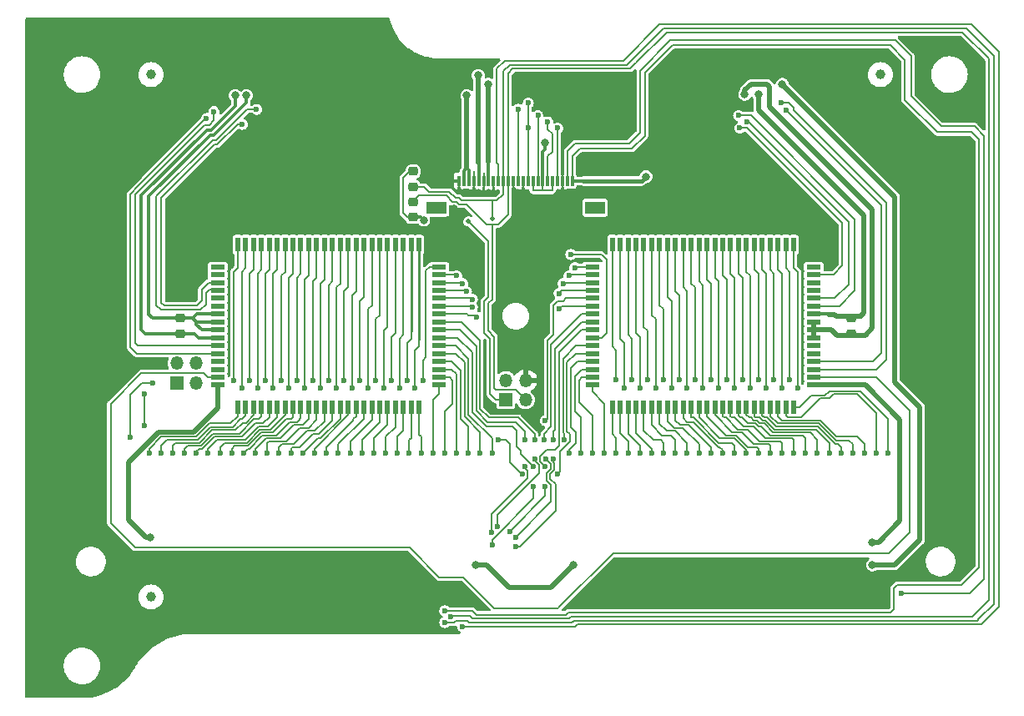
<source format=gbr>
G04 #@! TF.GenerationSoftware,KiCad,Pcbnew,6.0.9-8da3e8f707~117~ubuntu22.04.1*
G04 #@! TF.CreationDate,2023-03-03T14:59:22+01:00*
G04 #@! TF.ProjectId,ModulAdapterBasic,4d6f6475-6c41-4646-9170-746572426173,rev?*
G04 #@! TF.SameCoordinates,Original*
G04 #@! TF.FileFunction,Copper,L2,Bot*
G04 #@! TF.FilePolarity,Positive*
%FSLAX46Y46*%
G04 Gerber Fmt 4.6, Leading zero omitted, Abs format (unit mm)*
G04 Created by KiCad (PCBNEW 6.0.9-8da3e8f707~117~ubuntu22.04.1) date 2023-03-03 14:59:22*
%MOMM*%
%LPD*%
G01*
G04 APERTURE LIST*
G04 Aperture macros list*
%AMRoundRect*
0 Rectangle with rounded corners*
0 $1 Rounding radius*
0 $2 $3 $4 $5 $6 $7 $8 $9 X,Y pos of 4 corners*
0 Add a 4 corners polygon primitive as box body*
4,1,4,$2,$3,$4,$5,$6,$7,$8,$9,$2,$3,0*
0 Add four circle primitives for the rounded corners*
1,1,$1+$1,$2,$3*
1,1,$1+$1,$4,$5*
1,1,$1+$1,$6,$7*
1,1,$1+$1,$8,$9*
0 Add four rect primitives between the rounded corners*
20,1,$1+$1,$2,$3,$4,$5,0*
20,1,$1+$1,$4,$5,$6,$7,0*
20,1,$1+$1,$6,$7,$8,$9,0*
20,1,$1+$1,$8,$9,$2,$3,0*%
G04 Aperture macros list end*
G04 #@! TA.AperFunction,SMDPad,CuDef*
%ADD10R,2.000000X1.300000*%
G04 #@! TD*
G04 #@! TA.AperFunction,SMDPad,CuDef*
%ADD11R,0.300000X1.000000*%
G04 #@! TD*
G04 #@! TA.AperFunction,SMDPad,CuDef*
%ADD12R,0.500000X1.480000*%
G04 #@! TD*
G04 #@! TA.AperFunction,SMDPad,CuDef*
%ADD13R,1.480000X0.500000*%
G04 #@! TD*
G04 #@! TA.AperFunction,SMDPad,CuDef*
%ADD14RoundRect,0.218750X-0.256250X0.218750X-0.256250X-0.218750X0.256250X-0.218750X0.256250X0.218750X0*%
G04 #@! TD*
G04 #@! TA.AperFunction,SMDPad,CuDef*
%ADD15RoundRect,0.218750X0.256250X-0.218750X0.256250X0.218750X-0.256250X0.218750X-0.256250X-0.218750X0*%
G04 #@! TD*
G04 #@! TA.AperFunction,ComponentPad*
%ADD16R,1.350000X1.350000*%
G04 #@! TD*
G04 #@! TA.AperFunction,ComponentPad*
%ADD17O,1.350000X1.350000*%
G04 #@! TD*
G04 #@! TA.AperFunction,SMDPad,CuDef*
%ADD18C,1.000000*%
G04 #@! TD*
G04 #@! TA.AperFunction,ViaPad*
%ADD19C,0.600000*%
G04 #@! TD*
G04 #@! TA.AperFunction,ViaPad*
%ADD20C,0.800000*%
G04 #@! TD*
G04 #@! TA.AperFunction,ViaPad*
%ADD21C,0.500000*%
G04 #@! TD*
G04 #@! TA.AperFunction,Conductor*
%ADD22C,0.200000*%
G04 #@! TD*
G04 #@! TA.AperFunction,Conductor*
%ADD23C,0.300000*%
G04 #@! TD*
G04 #@! TA.AperFunction,Conductor*
%ADD24C,0.500000*%
G04 #@! TD*
G04 #@! TA.AperFunction,Conductor*
%ADD25C,0.150000*%
G04 #@! TD*
G04 #@! TA.AperFunction,Conductor*
%ADD26C,0.152400*%
G04 #@! TD*
G04 #@! TA.AperFunction,Conductor*
%ADD27C,0.450000*%
G04 #@! TD*
G04 #@! TA.AperFunction,Conductor*
%ADD28C,0.250000*%
G04 #@! TD*
G04 APERTURE END LIST*
D10*
X108050000Y-87500000D03*
X91950000Y-87500000D03*
D11*
X105750000Y-84800000D03*
X105250000Y-84800000D03*
X104750000Y-84800000D03*
X104250000Y-84800000D03*
X103750000Y-84800000D03*
X103250000Y-84800000D03*
X102750000Y-84800000D03*
X102250000Y-84800000D03*
X101750000Y-84800000D03*
X101250000Y-84800000D03*
X100750000Y-84800000D03*
X100250000Y-84800000D03*
X99750000Y-84800000D03*
X99250000Y-84800000D03*
X98750000Y-84800000D03*
X98250000Y-84800000D03*
X97750000Y-84800000D03*
X97250000Y-84800000D03*
X96750000Y-84800000D03*
X96250000Y-84800000D03*
X95750000Y-84800000D03*
X95250000Y-84800000D03*
X94750000Y-84800000D03*
X94250000Y-84800000D03*
D12*
X109800000Y-91260000D03*
X110600000Y-91260000D03*
X111400000Y-91260000D03*
X112200000Y-91260000D03*
X113000000Y-91260000D03*
X113800000Y-91260000D03*
X114600000Y-91260000D03*
X115400000Y-91260000D03*
X116200000Y-91260000D03*
X117000000Y-91260000D03*
X117800000Y-91260000D03*
X118600000Y-91260000D03*
X119400000Y-91260000D03*
X120200000Y-91260000D03*
X121000000Y-91260000D03*
X121800000Y-91260000D03*
X122600000Y-91260000D03*
X123400000Y-91260000D03*
X124200000Y-91260000D03*
X125000000Y-91260000D03*
X125800000Y-91260000D03*
X126600000Y-91260000D03*
X127400000Y-91260000D03*
X128200000Y-91260000D03*
D13*
X130240000Y-93500000D03*
X130240000Y-94300000D03*
X130240000Y-95100000D03*
X130240000Y-95900000D03*
X130240000Y-96700000D03*
X130240000Y-97500000D03*
X130240000Y-98300000D03*
X130240000Y-99100000D03*
X130240000Y-99900000D03*
X130240000Y-100700000D03*
X130240000Y-101500000D03*
X130240000Y-102300000D03*
X130240000Y-103100000D03*
X130240000Y-103900000D03*
X130240000Y-104700000D03*
X130240000Y-105500000D03*
D12*
X128200000Y-107740000D03*
X127400000Y-107740000D03*
X126600000Y-107740000D03*
X125800000Y-107740000D03*
X125000000Y-107740000D03*
X124200000Y-107740000D03*
X123400000Y-107740000D03*
X122600000Y-107740000D03*
X121800000Y-107740000D03*
X121000000Y-107740000D03*
X120200000Y-107740000D03*
X119400000Y-107740000D03*
X118600000Y-107740000D03*
X117800000Y-107740000D03*
X117000000Y-107740000D03*
X116200000Y-107740000D03*
X115400000Y-107740000D03*
X114600000Y-107740000D03*
X113800000Y-107740000D03*
X113000000Y-107740000D03*
X112200000Y-107740000D03*
X111400000Y-107740000D03*
X110600000Y-107740000D03*
X109800000Y-107740000D03*
D13*
X107760000Y-105500000D03*
X107760000Y-104700000D03*
X107760000Y-103900000D03*
X107760000Y-103100000D03*
X107760000Y-102300000D03*
X107760000Y-101500000D03*
X107760000Y-100700000D03*
X107760000Y-99900000D03*
X107760000Y-99100000D03*
X107760000Y-98300000D03*
X107760000Y-97500000D03*
X107760000Y-96700000D03*
X107760000Y-95900000D03*
X107760000Y-95100000D03*
X107760000Y-94300000D03*
X107760000Y-93500000D03*
D14*
X134000000Y-98712500D03*
X134000000Y-100287500D03*
D15*
X66000000Y-100287500D03*
X66000000Y-98712500D03*
D16*
X99000000Y-107000000D03*
D17*
X101000000Y-107000000D03*
X99000000Y-105000000D03*
X101000000Y-105000000D03*
D16*
X65600000Y-105300000D03*
D17*
X67600000Y-105300000D03*
X65600000Y-103300000D03*
X67600000Y-103300000D03*
D15*
X89586000Y-88468500D03*
X89586000Y-86893500D03*
D14*
X89586000Y-83820000D03*
X89586000Y-85395000D03*
D12*
X90200000Y-107740000D03*
X89400000Y-107740000D03*
X88600000Y-107740000D03*
X87800000Y-107740000D03*
X87000000Y-107740000D03*
X86200000Y-107740000D03*
X85400000Y-107740000D03*
X84600000Y-107740000D03*
X83800000Y-107740000D03*
X83000000Y-107740000D03*
X82200000Y-107740000D03*
X81400000Y-107740000D03*
X80600000Y-107740000D03*
X79800000Y-107740000D03*
X79000000Y-107740000D03*
X78200000Y-107740000D03*
X77400000Y-107740000D03*
X76600000Y-107740000D03*
X75800000Y-107740000D03*
X75000000Y-107740000D03*
X74200000Y-107740000D03*
X73400000Y-107740000D03*
X72600000Y-107740000D03*
X71800000Y-107740000D03*
D13*
X69760000Y-105500000D03*
X69760000Y-104700000D03*
X69760000Y-103900000D03*
X69760000Y-103100000D03*
X69760000Y-102300000D03*
X69760000Y-101500000D03*
X69760000Y-100700000D03*
X69760000Y-99900000D03*
X69760000Y-99100000D03*
X69760000Y-98300000D03*
X69760000Y-97500000D03*
X69760000Y-96700000D03*
X69760000Y-95900000D03*
X69760000Y-95100000D03*
X69760000Y-94300000D03*
X69760000Y-93500000D03*
D12*
X71800000Y-91260000D03*
X72600000Y-91260000D03*
X73400000Y-91260000D03*
X74200000Y-91260000D03*
X75000000Y-91260000D03*
X75800000Y-91260000D03*
X76600000Y-91260000D03*
X77400000Y-91260000D03*
X78200000Y-91260000D03*
X79000000Y-91260000D03*
X79800000Y-91260000D03*
X80600000Y-91260000D03*
X81400000Y-91260000D03*
X82200000Y-91260000D03*
X83000000Y-91260000D03*
X83800000Y-91260000D03*
X84600000Y-91260000D03*
X85400000Y-91260000D03*
X86200000Y-91260000D03*
X87000000Y-91260000D03*
X87800000Y-91260000D03*
X88600000Y-91260000D03*
X89400000Y-91260000D03*
X90200000Y-91260000D03*
D13*
X92240000Y-93500000D03*
X92240000Y-94300000D03*
X92240000Y-95100000D03*
X92240000Y-95900000D03*
X92240000Y-96700000D03*
X92240000Y-97500000D03*
X92240000Y-98300000D03*
X92240000Y-99100000D03*
X92240000Y-99900000D03*
X92240000Y-100700000D03*
X92240000Y-101500000D03*
X92240000Y-102300000D03*
X92240000Y-103100000D03*
X92240000Y-103900000D03*
X92240000Y-104700000D03*
X92240000Y-105500000D03*
D18*
X63000000Y-74000000D03*
X137000000Y-74000000D03*
X63000000Y-127000000D03*
D19*
X139116000Y-126670000D03*
D20*
X124638000Y-75997000D03*
X97206000Y-74981000D03*
X71552000Y-76124000D03*
X95047000Y-76124000D03*
X72695000Y-76124000D03*
X123241000Y-75997000D03*
D19*
X97600000Y-121700000D03*
X101800000Y-115800000D03*
X100900000Y-113750000D03*
X97569122Y-120469122D03*
X101925000Y-113025000D03*
X98169122Y-119869122D03*
X99400000Y-120350000D03*
X103000000Y-115800000D03*
D20*
X136195000Y-121463000D03*
X96190000Y-74092000D03*
X105842000Y-123749000D03*
X136195000Y-123749000D03*
X62916000Y-120955000D03*
X95936000Y-123750000D03*
X127051000Y-74981000D03*
D19*
X126924000Y-76886000D03*
X101270000Y-76886000D03*
X72250500Y-79045000D03*
X101250000Y-79426000D03*
X100254000Y-77521000D03*
X73711000Y-77521000D03*
X127432000Y-77648000D03*
X103820000Y-113000000D03*
X100000000Y-121850000D03*
X103046642Y-112986601D03*
X100000000Y-120950000D03*
X94600000Y-130000000D03*
D20*
X93700000Y-87600000D03*
X88570000Y-83236000D03*
X93142000Y-83220000D03*
X65100000Y-79100000D03*
X57201000Y-79045000D03*
X100762000Y-86792000D03*
X140640000Y-70853500D03*
X88000000Y-123250000D03*
X113208000Y-86900000D03*
X111176000Y-83220000D03*
D21*
X111200000Y-80200000D03*
D19*
X122733000Y-79426000D03*
X104250000Y-79426000D03*
X103250000Y-78791000D03*
X123495000Y-78791000D03*
X68618300Y-78448100D03*
X69380300Y-77762300D03*
X102250000Y-78156000D03*
X122606000Y-78156000D03*
X93400000Y-129000000D03*
X92800000Y-129600000D03*
D21*
X95200000Y-88900000D03*
X97600000Y-88600000D03*
D19*
X92800000Y-128400000D03*
D20*
X90665500Y-88760500D03*
X113208000Y-84360000D03*
D19*
X101800000Y-113775000D03*
X100975000Y-111050000D03*
X101925000Y-111050000D03*
X71400000Y-105000000D03*
X62800000Y-112400000D03*
X72200000Y-105800000D03*
X64000000Y-112400000D03*
X73000000Y-105000000D03*
X65200000Y-112400000D03*
X73800000Y-105800000D03*
X66400000Y-112400000D03*
X74600000Y-105000000D03*
X67600000Y-112400000D03*
X75400000Y-105800000D03*
D20*
X103000000Y-80934000D03*
D19*
X68800000Y-112400000D03*
X76200000Y-105000000D03*
X70000000Y-112400000D03*
X77000000Y-105800000D03*
X71200000Y-112400000D03*
X77800000Y-105000000D03*
X60900000Y-110800000D03*
X63200000Y-105300000D03*
X72400000Y-112400000D03*
X78600000Y-105800000D03*
X73600000Y-112400000D03*
X103000000Y-113775000D03*
X103825000Y-111050000D03*
X102875000Y-111050000D03*
X79400000Y-105000000D03*
X74800000Y-112400000D03*
X80200000Y-105800000D03*
X76000000Y-112400000D03*
X81000000Y-105000000D03*
X77200000Y-112400000D03*
X81800000Y-105800000D03*
X78400000Y-112400000D03*
X82600000Y-105000000D03*
X79600000Y-112400000D03*
X83400000Y-105800000D03*
X80800000Y-112400000D03*
X84200000Y-105000000D03*
X82000000Y-112400000D03*
X85000000Y-105800000D03*
X83200000Y-112400000D03*
X85800000Y-105000000D03*
X84400000Y-112400000D03*
X86600000Y-105800000D03*
X85600000Y-112400000D03*
X87400000Y-105000000D03*
X86800000Y-112400000D03*
X88200000Y-105800000D03*
X88000000Y-112400000D03*
X89000000Y-105000000D03*
X89200000Y-112400000D03*
X89800000Y-105800000D03*
X90400000Y-112400000D03*
X90600000Y-105000000D03*
X91600000Y-112400000D03*
X94000000Y-94400000D03*
X92800000Y-112400000D03*
X94600000Y-95200000D03*
X94000000Y-112400000D03*
X95000000Y-96000000D03*
X95200000Y-112400000D03*
X95600000Y-96800000D03*
X96400000Y-112400000D03*
X95600000Y-97600000D03*
X97600000Y-112400000D03*
X96000000Y-98600000D03*
X105588000Y-92253000D03*
X104400000Y-97800000D03*
X104950000Y-111050000D03*
X103000000Y-109100000D03*
X100675500Y-114500000D03*
X98200000Y-111050000D03*
X104210930Y-114540827D03*
X104400000Y-96200000D03*
X105400000Y-112393398D03*
X104800000Y-95200000D03*
X106600000Y-112393399D03*
X105400000Y-94400000D03*
X107800000Y-112393398D03*
X106000000Y-93600000D03*
X109000000Y-112393398D03*
X110200000Y-104990248D03*
X110200000Y-112393398D03*
X111000000Y-105790248D03*
X111400000Y-112393399D03*
X111800000Y-104990248D03*
X112600000Y-112393398D03*
X112600000Y-105790248D03*
X113800000Y-112393399D03*
X113400000Y-104990248D03*
X115000000Y-112393398D03*
X114200000Y-105790248D03*
X116200000Y-112393398D03*
X115000000Y-104990248D03*
X117400000Y-112393398D03*
X115800000Y-105790248D03*
X118600000Y-112393398D03*
X116600000Y-104990248D03*
X119800000Y-112393398D03*
X117400000Y-105790248D03*
X121000000Y-112393398D03*
X118200000Y-104990248D03*
X122200000Y-112393398D03*
X119000000Y-105790248D03*
X123400000Y-112393398D03*
X119800000Y-104990248D03*
X124600000Y-112393399D03*
X120600000Y-105790248D03*
X125800000Y-112393399D03*
X121400000Y-104990248D03*
X127000000Y-112393399D03*
X122200000Y-105790248D03*
X128200000Y-112393398D03*
X123000000Y-104990248D03*
X129400000Y-112393398D03*
X123800000Y-105790248D03*
X130600000Y-112393399D03*
X124600000Y-104990248D03*
X131800000Y-112393399D03*
X125400000Y-105790248D03*
X133000000Y-112393398D03*
X126200000Y-104990248D03*
X134200000Y-112393398D03*
X127000000Y-105790248D03*
X135400000Y-112393398D03*
X127800000Y-104990248D03*
X136600000Y-112393398D03*
X128600000Y-105790248D03*
X137803314Y-112396766D03*
X62300000Y-106400000D03*
X62300000Y-109600000D03*
D22*
X144323000Y-126670000D02*
X139116000Y-126670000D01*
X147500000Y-125200000D02*
X146030000Y-126670000D01*
X146030000Y-126670000D02*
X144323000Y-126670000D01*
X106000000Y-81000000D02*
X111500000Y-81000000D01*
X105250000Y-84800000D02*
X105250000Y-81750000D01*
X105250000Y-81750000D02*
X106000000Y-81000000D01*
X111500000Y-81000000D02*
X112600000Y-79900000D01*
X112600000Y-73600000D02*
X115700000Y-70500000D01*
X138500000Y-70500000D02*
X140100000Y-72100000D01*
X143150000Y-79250000D02*
X146550000Y-79250000D01*
X140100000Y-72100000D02*
X140100000Y-76200000D01*
X112600000Y-79900000D02*
X112600000Y-73600000D01*
X140100000Y-76200000D02*
X143150000Y-79250000D01*
X146550000Y-79250000D02*
X147500000Y-80200000D01*
X147500000Y-80200000D02*
X147500000Y-125200000D01*
X115700000Y-70500000D02*
X138500000Y-70500000D01*
D23*
X66000000Y-100287500D02*
X62441500Y-100287500D01*
D24*
X124638000Y-77648000D02*
X124638000Y-75997000D01*
D23*
X71552000Y-77203500D02*
X71552000Y-76124000D01*
X131701000Y-98300000D02*
X131750000Y-98349000D01*
D24*
X135306000Y-98222000D02*
X135306000Y-88316000D01*
D23*
X130240000Y-98300000D02*
X131701000Y-98300000D01*
X62441500Y-100287500D02*
X62027000Y-99873000D01*
X69760000Y-100700000D02*
X67807000Y-100700000D01*
D24*
X97206000Y-75489000D02*
X97206000Y-78664000D01*
D23*
X97250000Y-82899000D02*
X97206000Y-82855000D01*
D24*
X132385000Y-98349000D02*
X132536000Y-98500000D01*
D23*
X97250000Y-84800000D02*
X97250000Y-82899000D01*
X62027000Y-86284000D02*
X68694500Y-79616500D01*
D24*
X135052000Y-98476000D02*
X135306000Y-98222000D01*
D23*
X67394500Y-100287500D02*
X66000000Y-100287500D01*
X67807000Y-100700000D02*
X67394500Y-100287500D01*
D24*
X131750000Y-98349000D02*
X132385000Y-98349000D01*
X132536000Y-98500000D02*
X135052000Y-98500000D01*
X97206000Y-78664000D02*
X97206000Y-82855000D01*
D23*
X62027000Y-99873000D02*
X62027000Y-86284000D01*
D24*
X97206000Y-75870000D02*
X97206000Y-74981000D01*
D23*
X68694500Y-79616500D02*
X69075500Y-79616500D01*
D24*
X135306000Y-88316000D02*
X124638000Y-77648000D01*
X135052000Y-98500000D02*
X135052000Y-98476000D01*
D23*
X69075500Y-79616500D02*
X71552000Y-77203500D01*
X62789000Y-86347500D02*
X69012000Y-80124500D01*
D24*
X136195000Y-87681000D02*
X136195000Y-99746000D01*
D23*
X69760000Y-98300000D02*
X67629000Y-98300000D01*
X67604000Y-99354000D02*
X67604000Y-99100000D01*
X69760000Y-99100000D02*
X67604000Y-99100000D01*
X95250000Y-84800000D02*
X95250000Y-83693000D01*
X69760000Y-99900000D02*
X68150000Y-99900000D01*
X94750000Y-84800000D02*
X94750000Y-83787000D01*
D24*
X95047000Y-83490000D02*
X95047000Y-78029000D01*
D23*
X63152500Y-98712500D02*
X62789000Y-98349000D01*
X69012000Y-80124500D02*
X69393000Y-80124500D01*
D24*
X130240000Y-99100000D02*
X130240000Y-100700000D01*
X136195000Y-99746000D02*
X135441000Y-100500000D01*
D23*
X67604000Y-99100000D02*
X67216500Y-98712500D01*
D24*
X134000000Y-100500000D02*
X132631000Y-100500000D01*
D23*
X94750000Y-83787000D02*
X95047000Y-83490000D01*
D24*
X125781000Y-77267000D02*
X125781000Y-75235000D01*
X125781000Y-75235000D02*
X125527000Y-74981000D01*
X135441000Y-100500000D02*
X134000000Y-100500000D01*
X95047000Y-78029000D02*
X95047000Y-76378000D01*
X132031000Y-99900000D02*
X130240000Y-99900000D01*
X123241000Y-75616000D02*
X123241000Y-75997000D01*
D23*
X69393000Y-80124500D02*
X72695000Y-76886000D01*
X95250000Y-83693000D02*
X95047000Y-83490000D01*
D24*
X123876000Y-74981000D02*
X123241000Y-75616000D01*
X125781000Y-77267000D02*
X136195000Y-87681000D01*
X132631000Y-100500000D02*
X132031000Y-99900000D01*
X125527000Y-74981000D02*
X123876000Y-74981000D01*
D23*
X66000000Y-98712500D02*
X63152500Y-98712500D01*
X67216500Y-98712500D02*
X66000000Y-98712500D01*
D24*
X123241000Y-75997000D02*
X123241000Y-75870000D01*
D23*
X62789000Y-98349000D02*
X62789000Y-86347500D01*
X67629000Y-98300000D02*
X67216500Y-98712500D01*
X72695000Y-76886000D02*
X72695000Y-76124000D01*
X68150000Y-99900000D02*
X67604000Y-99354000D01*
D25*
X101800000Y-116980000D02*
X97610000Y-121170000D01*
X97610000Y-121170000D02*
X97610000Y-121690000D01*
X101800000Y-115800000D02*
X101800000Y-116980000D01*
X97610000Y-121690000D02*
X97600000Y-121700000D01*
X100900000Y-113900000D02*
X100900000Y-113750000D01*
X101200000Y-114200000D02*
X100900000Y-113900000D01*
X97569122Y-118580878D02*
X101200000Y-114950000D01*
X101200000Y-114950000D02*
X101200000Y-114200000D01*
X97569122Y-120469122D02*
X97569122Y-118580878D01*
X101925000Y-113025000D02*
X101925000Y-113157537D01*
X102400000Y-114457538D02*
X99753769Y-117103769D01*
X102400000Y-113632537D02*
X102400000Y-114457538D01*
X98169122Y-119869122D02*
X98169122Y-118688416D01*
X101925000Y-113157537D02*
X102400000Y-113632537D01*
X98169122Y-118688416D02*
X99753769Y-117103769D01*
X103000000Y-116750000D02*
X103000000Y-115800000D01*
X99550000Y-120200000D02*
X103000000Y-116750000D01*
D24*
X141021000Y-107747000D02*
X138481000Y-105207000D01*
X138989000Y-119304000D02*
X136830000Y-121463000D01*
X136195000Y-123749000D02*
X138481000Y-123749000D01*
X136830000Y-121463000D02*
X136195000Y-121463000D01*
X69760000Y-107840000D02*
X69760000Y-105500000D01*
X138481000Y-123749000D02*
X141021000Y-121209000D01*
X96190000Y-82982000D02*
X96190000Y-77013000D01*
X62535000Y-120955000D02*
X60757000Y-119177000D01*
X138989000Y-119304000D02*
X138989000Y-109017000D01*
X102413000Y-126035000D02*
X99285000Y-126035000D01*
X97000000Y-123750000D02*
X95936000Y-123750000D01*
X105842000Y-123749000D02*
X103556000Y-126035000D01*
X138481000Y-105207000D02*
X138481000Y-86411000D01*
X138481000Y-86411000D02*
X127051000Y-74981000D01*
X60757000Y-119177000D02*
X60757000Y-113317854D01*
D23*
X96250000Y-84800000D02*
X96250000Y-83042000D01*
D24*
X62916000Y-120955000D02*
X62535000Y-120955000D01*
X96190000Y-77394000D02*
X96190000Y-74092000D01*
X99285000Y-126035000D02*
X97000000Y-123750000D01*
X141021000Y-121209000D02*
X141021000Y-107747000D01*
X103556000Y-126035000D02*
X102413000Y-126035000D01*
X67327400Y-110272600D02*
X69760000Y-107840000D01*
X138989000Y-109017000D02*
X135472000Y-105500000D01*
X60757000Y-113317854D02*
X63802254Y-110272600D01*
D23*
X96250000Y-83042000D02*
X96190000Y-82982000D01*
D24*
X135472000Y-105500000D02*
X130240000Y-105500000D01*
X63802254Y-110272600D02*
X67327400Y-110272600D01*
D22*
X137592000Y-87046000D02*
X128194000Y-77648000D01*
X68135700Y-95783600D02*
X68135700Y-96952000D01*
X64059000Y-86474500D02*
X69456500Y-81077000D01*
X101250000Y-78176000D02*
X101270000Y-78156000D01*
X128194000Y-77394000D02*
X127686000Y-76886000D01*
X137592000Y-102921000D02*
X137592000Y-87046000D01*
X130240000Y-103900000D02*
X136613000Y-103900000D01*
X68808800Y-95110500D02*
X68135700Y-95783600D01*
X127686000Y-76886000D02*
X126924000Y-76886000D01*
X101250000Y-79426000D02*
X101250000Y-78176000D01*
X64059000Y-97155200D02*
X64059000Y-86474500D01*
X71806000Y-79045000D02*
X72250500Y-79045000D01*
X128194000Y-77648000D02*
X128194000Y-77394000D01*
X136613000Y-103900000D02*
X137592000Y-102921000D01*
X101250000Y-84800000D02*
X101250000Y-79426000D01*
X101270000Y-78156000D02*
X101270000Y-76886000D01*
X69456500Y-81077000D02*
X69710500Y-81077000D01*
X69710500Y-81077000D02*
X71806000Y-79045000D01*
X68135700Y-96952000D02*
X67640400Y-97447300D01*
X64351100Y-97447300D02*
X64059000Y-97155200D01*
X67640400Y-97447300D02*
X64351100Y-97447300D01*
X69760000Y-95100000D02*
X68808800Y-95110500D01*
X68554800Y-97294900D02*
X68008700Y-97841000D01*
X100250000Y-81966000D02*
X100250000Y-84800000D01*
X68008700Y-97841000D02*
X64008200Y-97841000D01*
X64008200Y-97841000D02*
X63551000Y-97383800D01*
X136270000Y-103100000D02*
X137084000Y-102286000D01*
X100250000Y-81966000D02*
X100250000Y-78791000D01*
X69583500Y-80632500D02*
X72758500Y-77521000D01*
X69266000Y-80632500D02*
X69583500Y-80632500D01*
X68554800Y-96190000D02*
X68554800Y-97294900D01*
X63551000Y-97383800D02*
X63551000Y-86347500D01*
X137084000Y-102286000D02*
X137084000Y-87300000D01*
X72758500Y-77521000D02*
X73711000Y-77521000D01*
X63551000Y-86347500D02*
X69266000Y-80632500D01*
X100250000Y-78791000D02*
X100250000Y-77525000D01*
X130240000Y-103100000D02*
X136270000Y-103100000D01*
X69760000Y-95900000D02*
X68897700Y-95847100D01*
X100250000Y-77525000D02*
X100254000Y-77521000D01*
X137084000Y-87300000D02*
X127432000Y-77648000D01*
X68897700Y-95847100D02*
X68554800Y-96190000D01*
X104300000Y-128100000D02*
X109894000Y-122606000D01*
X58910500Y-107425500D02*
X62018000Y-104318000D01*
X137846000Y-122606000D02*
X140005000Y-120447000D01*
X97838500Y-128138500D02*
X94700000Y-125000000D01*
X58910500Y-119489500D02*
X58910500Y-107425500D01*
X62018000Y-104318000D02*
X68377000Y-104318000D01*
X104261500Y-128138500D02*
X97838500Y-128138500D01*
X140005000Y-108128000D02*
X136577000Y-104700000D01*
X92250000Y-125000000D02*
X89221000Y-121971000D01*
X68377000Y-104318000D02*
X68759000Y-104700000D01*
X89221000Y-121971000D02*
X61392000Y-121971000D01*
X94700000Y-125000000D02*
X92250000Y-125000000D01*
X61392000Y-121971000D02*
X58910500Y-119489500D01*
X109894000Y-122606000D02*
X137846000Y-122606000D01*
X68759000Y-104700000D02*
X69760000Y-104700000D01*
X136577000Y-104700000D02*
X130240000Y-104700000D01*
X140005000Y-120447000D02*
X140005000Y-108128000D01*
D25*
X103500000Y-114510000D02*
X103500000Y-115020000D01*
X104030000Y-118270000D02*
X100450000Y-121850000D01*
X103820000Y-113310000D02*
X103930000Y-113420000D01*
X103820000Y-113000000D02*
X103820000Y-113310000D01*
X104030000Y-115550000D02*
X104030000Y-118270000D01*
X103930000Y-114080000D02*
X103500000Y-114510000D01*
X100450000Y-121850000D02*
X100000000Y-121850000D01*
X103500000Y-115020000D02*
X104030000Y-115550000D01*
X103930000Y-113420000D02*
X103930000Y-114080000D01*
X103150000Y-115207537D02*
X103600000Y-115657537D01*
X103600000Y-116080000D02*
X103600000Y-115700000D01*
X103540000Y-114030000D02*
X103150000Y-114420000D01*
X103600000Y-117350000D02*
X103600000Y-117200000D01*
X103046642Y-112986601D02*
X103046642Y-113079179D01*
X103600000Y-115657537D02*
X103600000Y-116080000D01*
X103150000Y-114420000D02*
X103150000Y-115207537D01*
X103046642Y-113036642D02*
X103540000Y-113530000D01*
X103540000Y-113530000D02*
X103540000Y-114030000D01*
X103046642Y-112986601D02*
X103046642Y-113036642D01*
X100000000Y-120950000D02*
X103600000Y-117350000D01*
X103600000Y-117200000D02*
X103600000Y-116080000D01*
D22*
X143600000Y-68900000D02*
X114600000Y-68900000D01*
X98250000Y-83137000D02*
X98095000Y-82982000D01*
X98250000Y-84800000D02*
X98250000Y-83137000D01*
X98095000Y-82982000D02*
X98095000Y-75489000D01*
X98095000Y-75870000D02*
X98095000Y-75743000D01*
X98095000Y-73838000D02*
X98095000Y-73711000D01*
X98095000Y-75870000D02*
X98095000Y-74605000D01*
X98095000Y-74605000D02*
X98095000Y-73838000D01*
X98095000Y-73405000D02*
X98095000Y-74605000D01*
X110900000Y-72600000D02*
X98900000Y-72600000D01*
X98900000Y-72600000D02*
X98095000Y-73405000D01*
X114600000Y-68900000D02*
X110900000Y-72600000D01*
X143600000Y-68900000D02*
X146200000Y-68900000D01*
X146200000Y-68900000D02*
X149000000Y-71700000D01*
X149000000Y-71700000D02*
X149000000Y-75300000D01*
X105100000Y-130000000D02*
X94700000Y-130000000D01*
X106000000Y-130000000D02*
X105100000Y-130000000D01*
X106250000Y-129750000D02*
X106000000Y-130000000D01*
X147250000Y-129750000D02*
X106250000Y-129750000D01*
X149000000Y-128000000D02*
X147250000Y-129750000D01*
X149000000Y-75300000D02*
X149000000Y-128000000D01*
X94700000Y-130000000D02*
X94600000Y-130000000D01*
D23*
X88824000Y-82982000D02*
X88570000Y-83236000D01*
X90856000Y-82982000D02*
X88824000Y-82982000D01*
X91364000Y-83490000D02*
X90856000Y-82982000D01*
X91364000Y-84506000D02*
X91364000Y-83490000D01*
X91658000Y-84800000D02*
X91364000Y-84506000D01*
X92039000Y-84800000D02*
X91658000Y-84800000D01*
X57250000Y-120250000D02*
X57250000Y-98603000D01*
D22*
X97750000Y-85613000D02*
X97750000Y-84800000D01*
X95809000Y-85903000D02*
X96698000Y-85903000D01*
D23*
X57250000Y-98603000D02*
X57250000Y-79377000D01*
D22*
X94158000Y-85903000D02*
X93967500Y-85903000D01*
D24*
X100762000Y-86792000D02*
X104700000Y-86800000D01*
D22*
X95750000Y-84800000D02*
X95750000Y-83812000D01*
X100127000Y-85776000D02*
X100762000Y-85776000D01*
X94250000Y-85487000D02*
X94666000Y-85903000D01*
X100750000Y-85764000D02*
X100762000Y-85776000D01*
X101016000Y-85776000D02*
X101143000Y-85776000D01*
D23*
X60250000Y-123250000D02*
X57250000Y-120250000D01*
D24*
X100762000Y-85776000D02*
X100762000Y-86792000D01*
D22*
X94666000Y-85903000D02*
X95809000Y-85903000D01*
X96750000Y-84800000D02*
X96750000Y-83923000D01*
X97460000Y-85903000D02*
X97750000Y-85613000D01*
X95750000Y-85844000D02*
X95809000Y-85903000D01*
X104750000Y-84800000D02*
X104750000Y-86750000D01*
X93205500Y-84823500D02*
X92039000Y-84800000D01*
X94250000Y-84800000D02*
X94250000Y-85811000D01*
X100750000Y-84800000D02*
X100750000Y-85764000D01*
X94250000Y-85811000D02*
X94158000Y-85903000D01*
X100762000Y-85776000D02*
X101143000Y-85776000D01*
D24*
X110176000Y-86030000D02*
X106477000Y-86030000D01*
D22*
X104750000Y-86750000D02*
X104700000Y-86800000D01*
X96750000Y-84800000D02*
X96750000Y-85851000D01*
D24*
X57250000Y-79377000D02*
X57250000Y-79094000D01*
D22*
X93205500Y-85141000D02*
X93205500Y-84823500D01*
D23*
X57250000Y-98603000D02*
X57250000Y-98250000D01*
D24*
X105715000Y-86792000D02*
X104700000Y-86800000D01*
D23*
X88000000Y-123250000D02*
X60250000Y-123250000D01*
D24*
X111046000Y-86900000D02*
X110176000Y-86030000D01*
D22*
X99750000Y-84800000D02*
X99750000Y-85399000D01*
X99750000Y-85399000D02*
X100127000Y-85776000D01*
D24*
X113208000Y-86900000D02*
X111046000Y-86900000D01*
D22*
X96698000Y-85903000D02*
X97460000Y-85903000D01*
D24*
X57250000Y-79094000D02*
X57201000Y-79045000D01*
D22*
X94250000Y-84800000D02*
X94250000Y-85487000D01*
X96750000Y-85851000D02*
X96698000Y-85903000D01*
X95750000Y-84800000D02*
X95750000Y-85844000D01*
D23*
X93967500Y-85903000D02*
X93205500Y-85141000D01*
D24*
X106477000Y-86030000D02*
X105715000Y-86792000D01*
D25*
X130302000Y-94300000D02*
X130322000Y-94300000D01*
D22*
X104250000Y-79426000D02*
X104250000Y-80061000D01*
X130240000Y-94300000D02*
X131877000Y-94300000D01*
X132243000Y-94300000D02*
X133147000Y-93396000D01*
X104250000Y-84800000D02*
X104250000Y-81712000D01*
X123495000Y-79426000D02*
X122733000Y-79426000D01*
X133147000Y-93396000D02*
X133147000Y-89078000D01*
X104250000Y-81712000D02*
X104250000Y-79934000D01*
X133147000Y-89078000D02*
X123495000Y-79426000D01*
X104250000Y-80061000D02*
X104250000Y-79934000D01*
X104318000Y-84732000D02*
X104250000Y-84800000D01*
X131877000Y-94300000D02*
X132243000Y-94300000D01*
X69760000Y-102300000D02*
X61533000Y-102300000D01*
X132383000Y-96700000D02*
X133782000Y-95301000D01*
X130240000Y-96700000D02*
X132383000Y-96700000D01*
X133782000Y-88951000D02*
X123622000Y-78791000D01*
X103700000Y-81800000D02*
X103700000Y-80000000D01*
X61773000Y-85268000D02*
X68199200Y-78791000D01*
X103250000Y-82250000D02*
X103700000Y-81800000D01*
X68542100Y-78448100D02*
X68618300Y-78448100D01*
X103300000Y-79600000D02*
X103250000Y-79553000D01*
X60884000Y-101651000D02*
X60884000Y-86157000D01*
X103250000Y-84800000D02*
X103250000Y-82250000D01*
X133782000Y-95301000D02*
X133782000Y-88951000D01*
X103250000Y-79553000D02*
X103250000Y-78791000D01*
X61533000Y-102300000D02*
X60884000Y-101651000D01*
X68199200Y-78791000D02*
X68542100Y-78448100D01*
X103700000Y-80000000D02*
X103300000Y-79600000D01*
X60884000Y-86157000D02*
X61773000Y-85268000D01*
X123495000Y-78156000D02*
X122606000Y-78156000D01*
X64059000Y-101500000D02*
X61622000Y-101500000D01*
X69760000Y-101500000D02*
X64059000Y-101500000D01*
X69380300Y-78651300D02*
X69380300Y-77762300D01*
X132853000Y-97500000D02*
X134417000Y-95936000D01*
X134417000Y-95936000D02*
X134417000Y-88697000D01*
X68948500Y-79108500D02*
X69393000Y-78664000D01*
X102250000Y-78918000D02*
X102250000Y-84800000D01*
X134417000Y-88697000D02*
X123876000Y-78156000D01*
X102250000Y-78156000D02*
X102250000Y-78918000D01*
X61622000Y-101500000D02*
X61392000Y-101270000D01*
X61392000Y-86157000D02*
X68440500Y-79108500D01*
X123876000Y-78156000D02*
X123495000Y-78156000D01*
X68440500Y-79108500D02*
X68948500Y-79108500D01*
X69393000Y-78664000D02*
X69380300Y-78651300D01*
X130240000Y-97500000D02*
X132853000Y-97500000D01*
X61392000Y-101270000D02*
X61392000Y-86157000D01*
X99250000Y-74250000D02*
X99250000Y-73850000D01*
X99250000Y-84800000D02*
X99250000Y-74250000D01*
X99250000Y-73850000D02*
X99700000Y-73400000D01*
X99700000Y-73400000D02*
X111600000Y-73400000D01*
X115300000Y-69700000D02*
X112200000Y-72800000D01*
X111600000Y-73400000D02*
X112200000Y-72800000D01*
X143600000Y-69700000D02*
X115300000Y-69700000D01*
X105400000Y-129200000D02*
X104300000Y-129200000D01*
X105600000Y-129000000D02*
X105400000Y-129200000D01*
X146300000Y-129000000D02*
X105600000Y-129000000D01*
X148000000Y-127300000D02*
X146300000Y-129000000D01*
X104300000Y-129200000D02*
X95700000Y-129200000D01*
X148000000Y-72400000D02*
X148000000Y-127300000D01*
X145300000Y-69700000D02*
X148000000Y-72400000D01*
X143600000Y-69700000D02*
X145300000Y-69700000D01*
X95700000Y-129200000D02*
X95600000Y-129200000D01*
X93450000Y-128950000D02*
X93400000Y-129000000D01*
X95350000Y-128950000D02*
X93450000Y-128950000D01*
X95600000Y-129200000D02*
X95350000Y-128950000D01*
X97800000Y-103200000D02*
X97800000Y-100600000D01*
X97200000Y-97200000D02*
X97600000Y-96800000D01*
D26*
X89586000Y-86893500D02*
X89331900Y-86893500D01*
D22*
X97800000Y-105800000D02*
X98000000Y-106000000D01*
X89586000Y-86919000D02*
X89332000Y-86919000D01*
X94983500Y-87173000D02*
X94285000Y-87173000D01*
X97600000Y-96800000D02*
X97600000Y-95400000D01*
X100000000Y-106000000D02*
X100600000Y-106600000D01*
X93586500Y-86919000D02*
X92951500Y-86284000D01*
X97800000Y-103200000D02*
X97800000Y-105800000D01*
X99250000Y-88177000D02*
X98227000Y-89200000D01*
X92951500Y-86284000D02*
X90221000Y-86284000D01*
X94285000Y-87173000D02*
X94031000Y-86919000D01*
X97600000Y-95400000D02*
X97600000Y-89200000D01*
X97600000Y-89200000D02*
X97010500Y-89200000D01*
X97200000Y-100000000D02*
X97200000Y-97200000D01*
X97800000Y-100600000D02*
X97200000Y-100000000D01*
X90221000Y-86284000D02*
X89586000Y-86919000D01*
X98227000Y-89200000D02*
X97600000Y-89200000D01*
X99250000Y-84800000D02*
X99250000Y-86105500D01*
X99250000Y-86105500D02*
X99250000Y-88177000D01*
X98000000Y-106000000D02*
X100000000Y-106000000D01*
X94031000Y-86919000D02*
X93586500Y-86919000D01*
X97010500Y-89200000D02*
X94983500Y-87173000D01*
X98750000Y-84800000D02*
X98750000Y-86137000D01*
X98750000Y-86137000D02*
X98095000Y-86792000D01*
X98750000Y-74000000D02*
X98750000Y-73750000D01*
X98750000Y-74250000D02*
X98750000Y-73650000D01*
X98750000Y-84800000D02*
X98750000Y-74250000D01*
X98750000Y-74250000D02*
X98750000Y-74000000D01*
X98750000Y-73650000D02*
X99400000Y-73000000D01*
X99400000Y-73000000D02*
X111300000Y-73000000D01*
X115000000Y-69300000D02*
X111300000Y-73000000D01*
X143800000Y-69300000D02*
X115000000Y-69300000D01*
X143800000Y-69300000D02*
X145700000Y-69300000D01*
X145700000Y-69300000D02*
X148500000Y-72100000D01*
X148500000Y-72100000D02*
X148500000Y-75500000D01*
X148500000Y-127000000D02*
X148500000Y-127700000D01*
X148500000Y-75500000D02*
X148500000Y-127000000D01*
X147000000Y-129200000D02*
X146900000Y-129300000D01*
X148500000Y-127700000D02*
X147000000Y-129200000D01*
X93900000Y-129400000D02*
X93700000Y-129600000D01*
X95100000Y-129400000D02*
X93900000Y-129400000D01*
X95300000Y-129600000D02*
X95100000Y-129400000D01*
X105900000Y-129400000D02*
X105700000Y-129600000D01*
X105700000Y-129600000D02*
X95300000Y-129600000D01*
X146800000Y-129400000D02*
X105900000Y-129400000D01*
X147000000Y-129200000D02*
X146800000Y-129400000D01*
X93700000Y-129600000D02*
X92800000Y-129600000D01*
X99000000Y-107000000D02*
X98000000Y-107000000D01*
X93904000Y-86538000D02*
X93269000Y-85903000D01*
X97600000Y-86805000D02*
X97587000Y-86792000D01*
X97587000Y-86792000D02*
X94539000Y-86792000D01*
X93269000Y-85903000D02*
X91237000Y-85903000D01*
X90729000Y-85395000D02*
X89586000Y-85395000D01*
D25*
X89459000Y-85268000D02*
X89586000Y-85395000D01*
D22*
X96800000Y-97000000D02*
X97206000Y-96594000D01*
X97600000Y-88600000D02*
X97600000Y-86805000D01*
X94285000Y-86538000D02*
X93904000Y-86538000D01*
X97206000Y-96594000D02*
X97206000Y-90906000D01*
X98000000Y-107000000D02*
X97400000Y-106400000D01*
X91237000Y-85903000D02*
X90729000Y-85395000D01*
X94539000Y-86792000D02*
X94285000Y-86538000D01*
X97400000Y-100800000D02*
X96800000Y-100200000D01*
X97400000Y-106400000D02*
X97400000Y-100800000D01*
X98095000Y-86792000D02*
X97587000Y-86792000D01*
X97206000Y-90906000D02*
X95200000Y-88900000D01*
X96800000Y-100200000D02*
X96800000Y-97000000D01*
X105750000Y-82250000D02*
X106500000Y-81500000D01*
X139500000Y-76600000D02*
X139800000Y-76900000D01*
X139500000Y-72500000D02*
X139500000Y-76600000D01*
X138000000Y-71000000D02*
X139500000Y-72500000D01*
X117200000Y-71000000D02*
X138000000Y-71000000D01*
X142750000Y-79850000D02*
X146250000Y-79850000D01*
X139800000Y-76900000D02*
X142750000Y-79850000D01*
X146250000Y-79850000D02*
X147000000Y-80600000D01*
X147000000Y-80600000D02*
X147000000Y-111900000D01*
X147000000Y-111900000D02*
X147000000Y-124000000D01*
X147000000Y-124000000D02*
X145200000Y-125800000D01*
X145200000Y-125800000D02*
X138700000Y-125800000D01*
X138700000Y-125800000D02*
X138400000Y-126100000D01*
X138400000Y-126100000D02*
X138400000Y-128200000D01*
X138400000Y-128200000D02*
X138200000Y-128400000D01*
X138200000Y-128400000D02*
X138000000Y-128600000D01*
X138000000Y-128600000D02*
X132800000Y-128600000D01*
X105300000Y-128600000D02*
X105100000Y-128800000D01*
X132800000Y-128600000D02*
X105300000Y-128600000D01*
X96100000Y-128800000D02*
X96000000Y-128800000D01*
X105100000Y-128800000D02*
X96100000Y-128800000D01*
X95600000Y-128400000D02*
X95000000Y-128400000D01*
X96000000Y-128800000D02*
X95600000Y-128400000D01*
X95000000Y-128400000D02*
X92800000Y-128400000D01*
X115900000Y-71000000D02*
X116200000Y-71000000D01*
X113100000Y-73800000D02*
X115900000Y-71000000D01*
X113100000Y-80200000D02*
X113100000Y-73800000D01*
X116200000Y-71000000D02*
X117200000Y-71000000D01*
X111800000Y-81500000D02*
X113100000Y-80200000D01*
X106500000Y-81500000D02*
X111800000Y-81500000D01*
D27*
X109342000Y-84800000D02*
X112768000Y-84800000D01*
D23*
X89586000Y-88468500D02*
X90373500Y-88468500D01*
D22*
X88570000Y-84998000D02*
X88570000Y-88046000D01*
X105750000Y-82250000D02*
X105750000Y-84795000D01*
D23*
X105750000Y-84800000D02*
X106898000Y-84800000D01*
D22*
X88570000Y-84998000D02*
X88570000Y-84490000D01*
X89240000Y-83820000D02*
X89586000Y-83820000D01*
D23*
X90373500Y-88468500D02*
X90665500Y-88760500D01*
D22*
X88570000Y-88046000D02*
X88992500Y-88468500D01*
X88992500Y-88468500D02*
X89586000Y-88468500D01*
D27*
X109764400Y-84800000D02*
X109342000Y-84800000D01*
X112768000Y-84800000D02*
X113208000Y-84360000D01*
X109342000Y-84800000D02*
X106898000Y-84800000D01*
D22*
X88570000Y-84490000D02*
X89240000Y-83820000D01*
D25*
X97000000Y-109700000D02*
X99640000Y-109700000D01*
X95600000Y-108300000D02*
X97000000Y-109700000D01*
X101800000Y-113775000D02*
X101665000Y-113775000D01*
X100090000Y-110150000D02*
X100090000Y-111712182D01*
X92240000Y-100700000D02*
X94100000Y-100700000D01*
X94100000Y-100700000D02*
X95600000Y-102200000D01*
X100550000Y-112525000D02*
X101800000Y-113775000D01*
X95600000Y-102200000D02*
X95600000Y-108300000D01*
X100090000Y-111712182D02*
X100550000Y-112172182D01*
X100550000Y-112172182D02*
X100550000Y-112525000D01*
X99640000Y-109700000D02*
X100090000Y-110150000D01*
X100000000Y-109250000D02*
X100750000Y-110000000D01*
X92240000Y-99900000D02*
X94300000Y-99900000D01*
X100975000Y-111050000D02*
X100975000Y-110225000D01*
X94300000Y-99900000D02*
X96000000Y-101600000D01*
X96000000Y-101600000D02*
X96000000Y-108100000D01*
X100975000Y-110225000D02*
X100750000Y-110000000D01*
X96000000Y-108100000D02*
X97150000Y-109250000D01*
X98650000Y-109250000D02*
X100000000Y-109250000D01*
X97150000Y-109250000D02*
X98650000Y-109250000D01*
X94506193Y-99106193D02*
X96400000Y-101000000D01*
X97300000Y-108800000D02*
X100300000Y-108800000D01*
X92240000Y-99100000D02*
X94106193Y-99106193D01*
X96400000Y-101000000D02*
X96400000Y-107900000D01*
X94106193Y-99106193D02*
X94506193Y-99106193D01*
X100300000Y-108800000D02*
X101925000Y-110425000D01*
X96400000Y-107900000D02*
X97300000Y-108800000D01*
X101925000Y-110425000D02*
X101925000Y-111050000D01*
D22*
X71800000Y-93600000D02*
X71400000Y-94000000D01*
X71400000Y-94000000D02*
X71400000Y-105000000D01*
X71800000Y-91260000D02*
X71800000Y-93600000D01*
D25*
X64000000Y-110750000D02*
X67600000Y-110750000D01*
X67600000Y-110750000D02*
X68950000Y-109400000D01*
X71050000Y-109400000D02*
X70450000Y-109400000D01*
X62800000Y-112400000D02*
X62800000Y-111950000D01*
X71800000Y-107740000D02*
X71800000Y-108650000D01*
X62800000Y-111950000D02*
X64000000Y-110750000D01*
X68950000Y-109400000D02*
X70450000Y-109400000D01*
X71800000Y-108650000D02*
X71050000Y-109400000D01*
D22*
X72600000Y-93600000D02*
X72200000Y-94000000D01*
X72200000Y-94000000D02*
X72200000Y-105800000D01*
X72600000Y-91260000D02*
X72600000Y-93600000D01*
D25*
X64600000Y-111050000D02*
X67750000Y-111050000D01*
X72600000Y-108600000D02*
X72250000Y-108950000D01*
X72100000Y-108950000D02*
X71275000Y-109775000D01*
X64000000Y-111650000D02*
X64600000Y-111050000D01*
X72250000Y-108950000D02*
X72100000Y-108950000D01*
X69025000Y-109775000D02*
X69250000Y-109775000D01*
X72600000Y-107740000D02*
X72600000Y-108600000D01*
X64000000Y-112400000D02*
X64000000Y-111650000D01*
X71275000Y-109775000D02*
X69175000Y-109775000D01*
X67750000Y-111050000D02*
X69025000Y-109775000D01*
D22*
X73400000Y-91260000D02*
X73400000Y-93800000D01*
X73000000Y-94200000D02*
X73000000Y-105000000D01*
X73400000Y-93800000D02*
X73000000Y-94200000D01*
D25*
X73400000Y-108550000D02*
X73400000Y-107740000D01*
X65500000Y-111350000D02*
X67900000Y-111350000D01*
X71575000Y-110075000D02*
X72325000Y-109325000D01*
X69175000Y-110075000D02*
X69700000Y-110075000D01*
X67900000Y-111350000D02*
X69175000Y-110075000D01*
X65200000Y-111650000D02*
X65500000Y-111350000D01*
X69325000Y-110075000D02*
X71575000Y-110075000D01*
X65200000Y-112400000D02*
X65200000Y-111650000D01*
X72325000Y-109325000D02*
X72625000Y-109325000D01*
X72625000Y-109325000D02*
X73400000Y-108550000D01*
D22*
X73800000Y-94200000D02*
X74200000Y-93800000D01*
X74200000Y-93800000D02*
X74200000Y-91260000D01*
X73800000Y-105800000D02*
X73800000Y-94200000D01*
D25*
X69250000Y-110450000D02*
X71950000Y-110450000D01*
X68050000Y-111650000D02*
X69250000Y-110450000D01*
X74200000Y-108650000D02*
X74200000Y-107740000D01*
X66400000Y-111950000D02*
X66700000Y-111650000D01*
X66700000Y-111650000D02*
X68050000Y-111650000D01*
X73900000Y-108950000D02*
X74200000Y-108650000D01*
X66400000Y-112400000D02*
X66400000Y-111950000D01*
X73450000Y-108950000D02*
X73900000Y-108950000D01*
X71950000Y-110450000D02*
X73450000Y-108950000D01*
D22*
X74600000Y-94200000D02*
X75000000Y-93800000D01*
X75000000Y-93800000D02*
X75000000Y-91260000D01*
X74600000Y-105000000D02*
X74600000Y-94200000D01*
D25*
X74350000Y-109400000D02*
X75000000Y-108750000D01*
X67900000Y-111950000D02*
X68200000Y-111950000D01*
X68200000Y-111950000D02*
X69400000Y-110750000D01*
X69400000Y-110750000D02*
X72250000Y-110750000D01*
X75000000Y-108750000D02*
X75000000Y-107740000D01*
X73600000Y-109400000D02*
X74350000Y-109400000D01*
X67600000Y-112250000D02*
X67900000Y-111950000D01*
X72250000Y-110750000D02*
X73600000Y-109400000D01*
X67600000Y-112400000D02*
X67600000Y-112250000D01*
D22*
X75800000Y-93800000D02*
X75800000Y-91260000D01*
X75400000Y-105800000D02*
X75400000Y-94200000D01*
X75400000Y-94200000D02*
X75800000Y-93800000D01*
D23*
X102750000Y-84800000D02*
X102750000Y-82050000D01*
D22*
X103750000Y-85709000D02*
X103683000Y-85776000D01*
X101750000Y-84800000D02*
X101750000Y-85748000D01*
D23*
X102976000Y-81624000D02*
X103000000Y-81600000D01*
D22*
X102750000Y-84800000D02*
X102750000Y-85693000D01*
X101778000Y-85776000D02*
X102667000Y-85776000D01*
D23*
X102750000Y-81850000D02*
X102976000Y-81624000D01*
X102750000Y-82050000D02*
X102750000Y-81850000D01*
D22*
X101750000Y-85748000D02*
X101778000Y-85776000D01*
X102750000Y-85693000D02*
X102667000Y-85776000D01*
X102667000Y-85776000D02*
X103683000Y-85776000D01*
X103750000Y-84800000D02*
X103750000Y-85709000D01*
D23*
X103000000Y-81600000D02*
X103000000Y-80934000D01*
D25*
X68800000Y-112400000D02*
X68800000Y-111950000D01*
X74850000Y-109700000D02*
X75800000Y-108750000D01*
X69700000Y-111050000D02*
X72550000Y-111050000D01*
X68800000Y-111950000D02*
X69700000Y-111050000D01*
X72550000Y-111050000D02*
X73900000Y-109700000D01*
X73900000Y-109700000D02*
X74850000Y-109700000D01*
X75800000Y-108750000D02*
X75800000Y-107740000D01*
D22*
X76200000Y-94400000D02*
X76600000Y-94000000D01*
X76600000Y-94000000D02*
X76600000Y-91260000D01*
X76200000Y-105000000D02*
X76200000Y-94400000D01*
D25*
X76600000Y-108500000D02*
X76600000Y-107740000D01*
X75100000Y-110000000D02*
X76600000Y-108500000D01*
X70000000Y-111800000D02*
X70450000Y-111350000D01*
X70450000Y-111350000D02*
X72700000Y-111350000D01*
X72700000Y-111350000D02*
X74050000Y-110000000D01*
X70000000Y-112400000D02*
X70000000Y-111800000D01*
X74050000Y-110000000D02*
X75100000Y-110000000D01*
D22*
X77000000Y-94600000D02*
X77400000Y-94200000D01*
X77400000Y-94200000D02*
X77400000Y-91260000D01*
X77000000Y-105800000D02*
X77000000Y-94600000D01*
D25*
X71200000Y-111950000D02*
X71500000Y-111650000D01*
X75400000Y-110300000D02*
X74950000Y-110300000D01*
X71200000Y-112400000D02*
X71200000Y-111950000D01*
X76750000Y-108950000D02*
X75400000Y-110300000D01*
X74174264Y-110300000D02*
X74950000Y-110300000D01*
X71500000Y-111650000D02*
X72824264Y-111650000D01*
X77400000Y-108750000D02*
X77400000Y-107740000D01*
X77275000Y-108875000D02*
X77400000Y-108750000D01*
X77200000Y-108950000D02*
X77275000Y-108875000D01*
X76750000Y-108950000D02*
X77200000Y-108950000D01*
X72824264Y-111650000D02*
X74174264Y-110300000D01*
D22*
X77800000Y-94600000D02*
X78200000Y-94200000D01*
X78200000Y-94200000D02*
X78200000Y-91260000D01*
X77800000Y-105000000D02*
X77800000Y-94600000D01*
X62100000Y-105300000D02*
X63200000Y-105300000D01*
X60900000Y-106500000D02*
X62000000Y-105400000D01*
X60900000Y-110800000D02*
X60900000Y-107700000D01*
X62000000Y-105400000D02*
X62100000Y-105300000D01*
X60900000Y-107700000D02*
X60900000Y-106500000D01*
D25*
X72400000Y-112400000D02*
X72850000Y-111950000D01*
X77950000Y-109100000D02*
X78200000Y-108850000D01*
X77050000Y-109250000D02*
X77800000Y-109250000D01*
X72850000Y-111950000D02*
X73000000Y-111950000D01*
X74350000Y-110600000D02*
X75700000Y-110600000D01*
X75700000Y-110600000D02*
X77050000Y-109250000D01*
X73000000Y-111950000D02*
X74200000Y-110750000D01*
X78200000Y-108850000D02*
X78200000Y-107740000D01*
X74200000Y-110750000D02*
X74350000Y-110600000D01*
X77800000Y-109250000D02*
X77950000Y-109100000D01*
D22*
X78600000Y-94800000D02*
X79000000Y-94400000D01*
X79000000Y-94400000D02*
X79000000Y-91260000D01*
X78600000Y-105800000D02*
X78600000Y-94800000D01*
D25*
X79000000Y-108950000D02*
X79000000Y-107740000D01*
X74650000Y-110900000D02*
X76150000Y-110900000D01*
X76150000Y-110900000D02*
X77500000Y-109550000D01*
X73600000Y-111950000D02*
X74650000Y-110900000D01*
X77500000Y-109550000D02*
X78400000Y-109550000D01*
X73600000Y-112400000D02*
X73600000Y-111950000D01*
X78400000Y-109550000D02*
X79000000Y-108950000D01*
X103160000Y-112040000D02*
X104020000Y-112040000D01*
X103000000Y-113775000D02*
X102450000Y-113225000D01*
X102450000Y-113225000D02*
X102450000Y-112750000D01*
X107760000Y-99900000D02*
X106700000Y-99900000D01*
X106700000Y-99900000D02*
X104400000Y-102200000D01*
X104020000Y-112040000D02*
X104400000Y-111660000D01*
X102450000Y-112750000D02*
X103160000Y-112040000D01*
X104400000Y-102200000D02*
X104400000Y-111660000D01*
X106700000Y-99100000D02*
X104000000Y-101800000D01*
X104000000Y-101800000D02*
X104000000Y-109400000D01*
X103825000Y-111050000D02*
X103825000Y-110225000D01*
X104000000Y-110050000D02*
X103825000Y-110225000D01*
X107760000Y-99100000D02*
X106700000Y-99100000D01*
X104000000Y-109400000D02*
X104000000Y-110050000D01*
X102850000Y-110450000D02*
X102850000Y-111025000D01*
X106700000Y-98300000D02*
X103600000Y-101400000D01*
X103600000Y-109700000D02*
X102850000Y-110450000D01*
X107760000Y-98300000D02*
X106700000Y-98300000D01*
X102850000Y-111025000D02*
X102875000Y-111050000D01*
X103600000Y-101400000D02*
X103600000Y-109700000D01*
D22*
X79400000Y-95000000D02*
X79800000Y-94600000D01*
X79800000Y-94600000D02*
X79800000Y-91260000D01*
X79400000Y-105000000D02*
X79400000Y-95000000D01*
D25*
X78100000Y-109850000D02*
X79000000Y-109850000D01*
X74800000Y-112400000D02*
X74800000Y-111350000D01*
X79000000Y-109850000D02*
X79800000Y-109050000D01*
X74800000Y-111350000D02*
X74950000Y-111200000D01*
X79800000Y-109050000D02*
X79800000Y-107740000D01*
X74950000Y-111200000D02*
X76750000Y-111200000D01*
X76750000Y-111200000D02*
X78100000Y-109850000D01*
D22*
X80200000Y-95200000D02*
X80600000Y-94800000D01*
X80600000Y-94800000D02*
X80600000Y-91260000D01*
X80200000Y-105800000D02*
X80200000Y-95200000D01*
D25*
X78850000Y-110150000D02*
X77500000Y-111500000D01*
X76000000Y-111800000D02*
X76000000Y-112400000D01*
X76300000Y-111500000D02*
X76000000Y-111800000D01*
X80600000Y-107740000D02*
X80600000Y-109150000D01*
X77500000Y-111500000D02*
X76300000Y-111500000D01*
X80600000Y-109150000D02*
X79600000Y-110150000D01*
X79600000Y-110150000D02*
X78850000Y-110150000D01*
D22*
X81000000Y-95400000D02*
X81400000Y-95000000D01*
X81400000Y-95000000D02*
X81400000Y-91260000D01*
X81000000Y-105000000D02*
X81000000Y-95400000D01*
D25*
X80050000Y-110450000D02*
X81400000Y-109100000D01*
X77350000Y-111800000D02*
X78100000Y-111800000D01*
X79450000Y-110450000D02*
X80050000Y-110450000D01*
X78100000Y-111800000D02*
X79450000Y-110450000D01*
X77200000Y-112400000D02*
X77200000Y-111950000D01*
X77200000Y-111950000D02*
X77350000Y-111800000D01*
X81400000Y-109100000D02*
X81400000Y-107740000D01*
D22*
X81800000Y-95600000D02*
X82200000Y-95200000D01*
X82200000Y-95200000D02*
X82200000Y-91260000D01*
X81800000Y-105800000D02*
X81800000Y-95600000D01*
D25*
X82200000Y-108900000D02*
X82200000Y-107740000D01*
X79900000Y-110900000D02*
X80200000Y-110900000D01*
X80200000Y-110900000D02*
X82200000Y-108900000D01*
X78400000Y-112400000D02*
X79900000Y-110900000D01*
D22*
X82600000Y-96000000D02*
X83000000Y-95600000D01*
X83000000Y-95600000D02*
X83000000Y-91260000D01*
X82600000Y-105000000D02*
X82600000Y-96000000D01*
D25*
X79600000Y-111950000D02*
X83000000Y-108550000D01*
X83000000Y-108550000D02*
X83000000Y-107740000D01*
X79600000Y-112400000D02*
X79600000Y-111950000D01*
D22*
X83400000Y-96400000D02*
X83800000Y-96000000D01*
X83800000Y-96000000D02*
X83800000Y-91260000D01*
X83400000Y-105800000D02*
X83400000Y-96400000D01*
D25*
X83500000Y-108950000D02*
X83800000Y-108650000D01*
X80800000Y-112400000D02*
X80800000Y-111800000D01*
X80800000Y-111800000D02*
X83500000Y-109100000D01*
X83800000Y-108650000D02*
X83800000Y-107740000D01*
X83500000Y-109100000D02*
X83500000Y-108950000D01*
D22*
X84200000Y-97000000D02*
X84600000Y-96600000D01*
X84600000Y-96600000D02*
X84600000Y-91260000D01*
X84200000Y-105000000D02*
X84200000Y-97000000D01*
D25*
X84600000Y-108900000D02*
X84600000Y-107740000D01*
X82000000Y-112400000D02*
X82000000Y-111500000D01*
X82000000Y-111500000D02*
X84600000Y-108900000D01*
D22*
X85000000Y-97800000D02*
X85400000Y-97400000D01*
X85400000Y-97400000D02*
X85400000Y-91260000D01*
X85000000Y-105800000D02*
X85000000Y-97800000D01*
D25*
X83200000Y-111200000D02*
X85400000Y-109000000D01*
X83200000Y-112400000D02*
X83200000Y-111200000D01*
X85400000Y-109000000D02*
X85400000Y-107740000D01*
D22*
X85800000Y-98800000D02*
X86200000Y-98400000D01*
X86200000Y-98400000D02*
X86200000Y-91260000D01*
X85800000Y-105000000D02*
X85800000Y-98800000D01*
D25*
X84400000Y-111050000D02*
X86200000Y-109250000D01*
X86200000Y-109250000D02*
X86200000Y-107740000D01*
X84400000Y-112400000D02*
X84400000Y-111050000D01*
D22*
X86600000Y-100000000D02*
X87000000Y-99600000D01*
X87000000Y-99600000D02*
X87000000Y-91260000D01*
X86600000Y-105800000D02*
X86600000Y-100000000D01*
D25*
X85600000Y-112400000D02*
X85600000Y-110900000D01*
X87000000Y-109500000D02*
X87000000Y-107740000D01*
X85600000Y-110900000D02*
X87000000Y-109500000D01*
D22*
X87400000Y-100600000D02*
X87800000Y-100200000D01*
X87800000Y-100200000D02*
X87800000Y-91260000D01*
X87400000Y-105000000D02*
X87400000Y-100600000D01*
D25*
X87800000Y-109750000D02*
X87800000Y-107740000D01*
X86800000Y-112400000D02*
X86800000Y-110750000D01*
X86800000Y-110750000D02*
X87800000Y-109750000D01*
D22*
X88200000Y-100800000D02*
X88600000Y-100400000D01*
X88200000Y-105800000D02*
X88200000Y-100800000D01*
X88600000Y-100400000D02*
X88600000Y-91260000D01*
D25*
X88000000Y-110750000D02*
X88600000Y-110150000D01*
X88000000Y-112400000D02*
X88000000Y-110750000D01*
X88600000Y-110150000D02*
X88600000Y-107740000D01*
D28*
X89400000Y-91260000D02*
X89400000Y-100068000D01*
D22*
X89000000Y-101200000D02*
X89400000Y-100800000D01*
X89400000Y-100800000D02*
X89400000Y-100068000D01*
X89000000Y-105000000D02*
X89000000Y-101200000D01*
D25*
X89400000Y-107740000D02*
X89400000Y-110850000D01*
X89400000Y-110850000D02*
X89200000Y-111050000D01*
X89200000Y-111050000D02*
X89200000Y-112400000D01*
D22*
X89800000Y-105800000D02*
X89800000Y-102000000D01*
D28*
X90200000Y-98074000D02*
X90200000Y-100868000D01*
X90200000Y-91260000D02*
X90200000Y-98074000D01*
D22*
X89800000Y-102000000D02*
X90200000Y-101600000D01*
X90200000Y-101600000D02*
X90200000Y-100868000D01*
D25*
X90200000Y-110550000D02*
X90400000Y-110750000D01*
X90200000Y-107740000D02*
X90200000Y-110550000D01*
X90400000Y-110750000D02*
X90400000Y-112400000D01*
D22*
X90600000Y-103000000D02*
X90600000Y-105000000D01*
X90898001Y-102701999D02*
X90600000Y-103000000D01*
X90898001Y-102200000D02*
X90898001Y-102701999D01*
X90898001Y-102200000D02*
X90898001Y-93901999D01*
X90898001Y-93901999D02*
X91300000Y-93500000D01*
X91300000Y-93500000D02*
X92240000Y-93500000D01*
D25*
X91600000Y-112400000D02*
X91600000Y-107000000D01*
X92240000Y-105500000D02*
X92240000Y-106360000D01*
X92240000Y-106360000D02*
X91600000Y-107000000D01*
X93900000Y-94300000D02*
X94000000Y-94400000D01*
X92240000Y-94300000D02*
X93900000Y-94300000D01*
X93300000Y-104700000D02*
X93600000Y-105000000D01*
X92240000Y-104700000D02*
X93300000Y-104700000D01*
X93600000Y-105000000D02*
X93600000Y-107400000D01*
X92800000Y-108200000D02*
X92800000Y-112400000D01*
X93600000Y-107400000D02*
X92800000Y-108200000D01*
X94500000Y-95100000D02*
X94600000Y-95200000D01*
X92240000Y-95100000D02*
X94500000Y-95100000D01*
X92340000Y-95200000D02*
X92240000Y-95100000D01*
X93500000Y-103900000D02*
X92240000Y-103900000D01*
X94000000Y-104400000D02*
X93500000Y-103900000D01*
X94000000Y-104400000D02*
X94000000Y-112400000D01*
X92240000Y-95900000D02*
X94900000Y-95900000D01*
X94900000Y-95900000D02*
X95000000Y-96000000D01*
X93180000Y-103100000D02*
X93200000Y-103100000D01*
X95200000Y-112400000D02*
X95200000Y-109700000D01*
X95200000Y-109700000D02*
X94400000Y-108900000D01*
X94400000Y-108900000D02*
X94400000Y-104000000D01*
X92240000Y-103100000D02*
X93180000Y-103100000D01*
X93500000Y-103100000D02*
X93180000Y-103100000D01*
X94400000Y-104000000D02*
X93500000Y-103100000D01*
X95500000Y-96700000D02*
X95600000Y-96800000D01*
X92240000Y-96700000D02*
X95500000Y-96700000D01*
X94800000Y-103200000D02*
X94800000Y-108700000D01*
X94800000Y-108700000D02*
X96400000Y-110300000D01*
X93900000Y-102300000D02*
X94800000Y-103200000D01*
X96400000Y-110300000D02*
X96400000Y-112400000D01*
X92240000Y-102300000D02*
X93900000Y-102300000D01*
X92240000Y-97500000D02*
X95500000Y-97500000D01*
X95500000Y-97500000D02*
X95600000Y-97600000D01*
X97600000Y-110900000D02*
X97600000Y-112400000D01*
X95200000Y-102800000D02*
X95200000Y-108500000D01*
X95200000Y-108500000D02*
X97600000Y-110900000D01*
X92240000Y-101500000D02*
X93900000Y-101500000D01*
X93900000Y-101500000D02*
X95200000Y-102800000D01*
X95200000Y-98400000D02*
X95800000Y-98400000D01*
X92240000Y-98300000D02*
X95100000Y-98300000D01*
X95100000Y-98300000D02*
X95200000Y-98400000D01*
X109200000Y-92800000D02*
X109200000Y-100200000D01*
X108700000Y-100700000D02*
X107760000Y-100700000D01*
X109200000Y-100200000D02*
X108700000Y-100700000D01*
X108653000Y-92253000D02*
X108780000Y-92380000D01*
X108780000Y-92380000D02*
X109200000Y-92800000D01*
X105588000Y-92253000D02*
X108653000Y-92253000D01*
X107760000Y-97500000D02*
X104700000Y-97500000D01*
X107660000Y-97600000D02*
X107760000Y-97500000D01*
X104700000Y-97500000D02*
X104400000Y-97800000D01*
X106100000Y-101500000D02*
X107760000Y-101500000D01*
X104950000Y-110450000D02*
X104950000Y-111050000D01*
X104800000Y-110300000D02*
X104950000Y-110450000D01*
X104800000Y-102800000D02*
X106100000Y-101500000D01*
X104800000Y-110300000D02*
X104800000Y-102800000D01*
X100600000Y-114500000D02*
X99400000Y-113300000D01*
X103200000Y-108900000D02*
X103000000Y-109100000D01*
X104800000Y-97000000D02*
X104200000Y-97000000D01*
X103800000Y-97400000D02*
X103800000Y-100400000D01*
X98950000Y-111050000D02*
X98200000Y-111050000D01*
X99400000Y-113300000D02*
X99400000Y-111950000D01*
X99400000Y-111500000D02*
X98950000Y-111050000D01*
X103200000Y-101000000D02*
X103200000Y-108900000D01*
X99400000Y-111950000D02*
X99400000Y-111800000D01*
X104200000Y-97000000D02*
X103800000Y-97400000D01*
X99400000Y-111950000D02*
X99400000Y-111500000D01*
X103800000Y-100400000D02*
X103200000Y-101000000D01*
X105100000Y-96700000D02*
X104800000Y-97000000D01*
X107760000Y-96700000D02*
X105100000Y-96700000D01*
X105200000Y-103200000D02*
X105200000Y-110180000D01*
X105520000Y-111230000D02*
X104500000Y-112250000D01*
X105200000Y-110180000D02*
X105520000Y-110500000D01*
X104500000Y-112250000D02*
X104500000Y-114251757D01*
X105520000Y-110500000D02*
X105520000Y-111230000D01*
X106100000Y-102300000D02*
X105200000Y-103200000D01*
X107760000Y-102300000D02*
X106100000Y-102300000D01*
X104500000Y-114251757D02*
X104210930Y-114540827D01*
X106820000Y-95900000D02*
X107760000Y-95900000D01*
X104700000Y-95900000D02*
X104400000Y-96200000D01*
X107760000Y-95900000D02*
X104700000Y-95900000D01*
X106300000Y-103100000D02*
X107760000Y-103100000D01*
X106074500Y-111425500D02*
X106074500Y-110274500D01*
X105600000Y-109800000D02*
X105600000Y-103800000D01*
X105400000Y-112100000D02*
X106074500Y-111425500D01*
X106074500Y-110274500D02*
X105600000Y-109800000D01*
X105400000Y-112393398D02*
X105400000Y-112100000D01*
X105600000Y-103800000D02*
X106300000Y-103100000D01*
X104900000Y-95100000D02*
X104800000Y-95200000D01*
X107760000Y-95100000D02*
X104900000Y-95100000D01*
X106700000Y-103900000D02*
X106000000Y-104600000D01*
X106000000Y-104600000D02*
X106000000Y-108200000D01*
X106600000Y-108800000D02*
X106600000Y-112393399D01*
X107760000Y-103900000D02*
X106700000Y-103900000D01*
X106000000Y-108200000D02*
X106600000Y-108800000D01*
X107760000Y-94300000D02*
X105500000Y-94300000D01*
X105500000Y-94300000D02*
X105400000Y-94400000D01*
X107800000Y-108600000D02*
X107800000Y-112393398D01*
X106400000Y-107200000D02*
X106400000Y-105000000D01*
X106700000Y-104700000D02*
X107760000Y-104700000D01*
X107800000Y-108600000D02*
X106400000Y-107200000D01*
X106400000Y-105000000D02*
X106700000Y-104700000D01*
X107760000Y-93500000D02*
X106100000Y-93500000D01*
X107660000Y-93600000D02*
X107760000Y-93500000D01*
X106100000Y-93500000D02*
X106000000Y-93600000D01*
X109000000Y-107400000D02*
X109000000Y-112393398D01*
X109000000Y-107400000D02*
X107760000Y-106160000D01*
X107760000Y-106160000D02*
X107760000Y-105500000D01*
D22*
X109800000Y-101600000D02*
X109800000Y-100868000D01*
X110200000Y-102000000D02*
X109800000Y-101600000D01*
X109800000Y-91260000D02*
X109800000Y-98074000D01*
X109800000Y-98074000D02*
X109800000Y-100868000D01*
X110200000Y-104300000D02*
X110200000Y-102000000D01*
X110200000Y-104300000D02*
X110200000Y-104990248D01*
D25*
X110200000Y-110900000D02*
X109800000Y-110500000D01*
X109800000Y-110500000D02*
X109800000Y-107740000D01*
X110200000Y-112393398D02*
X110200000Y-110900000D01*
D22*
X111000000Y-105000000D02*
X111000000Y-101200000D01*
X110600000Y-100800000D02*
X110600000Y-100068000D01*
X111000000Y-101200000D02*
X110600000Y-100800000D01*
X110600000Y-91260000D02*
X110600000Y-100068000D01*
X111000000Y-105000000D02*
X111000000Y-105790248D01*
D25*
X110600000Y-110400000D02*
X110600000Y-107740000D01*
X111400000Y-112393399D02*
X111400000Y-111200000D01*
X111400000Y-111200000D02*
X110600000Y-110400000D01*
D22*
X111400000Y-100400000D02*
X111400000Y-91260000D01*
X111800000Y-100800000D02*
X111400000Y-100400000D01*
X111800000Y-104300000D02*
X111800000Y-104990248D01*
X111800000Y-104300000D02*
X111800000Y-100800000D01*
D25*
X112600000Y-111650000D02*
X111400000Y-110450000D01*
X112600000Y-112393398D02*
X112600000Y-111650000D01*
X111400000Y-110450000D02*
X111400000Y-107740000D01*
D22*
X112600000Y-105000000D02*
X112600000Y-100600000D01*
X112200000Y-100200000D02*
X112200000Y-91260000D01*
X112600000Y-100600000D02*
X112200000Y-100200000D01*
X112600000Y-105000000D02*
X112600000Y-105790248D01*
D25*
X113800000Y-112393399D02*
X113800000Y-111950000D01*
X112200000Y-110350000D02*
X112200000Y-107740000D01*
X113800000Y-111950000D02*
X112200000Y-110350000D01*
D22*
X113000000Y-99600000D02*
X113000000Y-91260000D01*
X113400000Y-100000000D02*
X113000000Y-99600000D01*
X113400000Y-104300000D02*
X113400000Y-104990248D01*
X113400000Y-104300000D02*
X113400000Y-100000000D01*
D25*
X113950000Y-111050000D02*
X113000000Y-110100000D01*
X115000000Y-112393398D02*
X115000000Y-111350000D01*
X113000000Y-110100000D02*
X113000000Y-107740000D01*
X114700000Y-111050000D02*
X113950000Y-111050000D01*
X115000000Y-111350000D02*
X114700000Y-111050000D01*
D22*
X113800000Y-98400000D02*
X114200000Y-98800000D01*
X114200000Y-98800000D02*
X114200000Y-105790248D01*
X113800000Y-91260000D02*
X113800000Y-98400000D01*
D25*
X116200000Y-112393398D02*
X116200000Y-111050000D01*
X113800000Y-109550000D02*
X113800000Y-107740000D01*
X114850000Y-110600000D02*
X113800000Y-109550000D01*
X116200000Y-111050000D02*
X115750000Y-110600000D01*
X115750000Y-110600000D02*
X114850000Y-110600000D01*
D22*
X114600000Y-97400000D02*
X114600000Y-91260000D01*
X115000000Y-97800000D02*
X114600000Y-97400000D01*
X115000000Y-104300000D02*
X115000000Y-97800000D01*
X115000000Y-104300000D02*
X115000000Y-104990248D01*
D25*
X117400000Y-112393398D02*
X117400000Y-111350000D01*
X116200000Y-110150000D02*
X115300000Y-110150000D01*
X114600000Y-107740000D02*
X114600000Y-109450000D01*
X114600000Y-109450000D02*
X115300000Y-110150000D01*
X117400000Y-111350000D02*
X116200000Y-110150000D01*
D22*
X115800000Y-105000000D02*
X115800000Y-97000000D01*
X115400000Y-96600000D02*
X115400000Y-91260000D01*
X115800000Y-97000000D02*
X115400000Y-96600000D01*
X115800000Y-105000000D02*
X115800000Y-105790248D01*
D25*
X115400000Y-109200000D02*
X116050000Y-109850000D01*
X115400000Y-107740000D02*
X115400000Y-109200000D01*
X116050000Y-109850000D02*
X116950000Y-109850000D01*
X116950000Y-109850000D02*
X118600000Y-111500000D01*
X118600000Y-111500000D02*
X118600000Y-112393398D01*
D22*
X116200000Y-96000000D02*
X116200000Y-91260000D01*
X116600000Y-96400000D02*
X116200000Y-96000000D01*
X116600000Y-104300000D02*
X116600000Y-96400000D01*
X116600000Y-104300000D02*
X116600000Y-104990248D01*
D25*
X116650000Y-109550000D02*
X116200000Y-109100000D01*
X119800000Y-111800000D02*
X117550000Y-109550000D01*
X119800000Y-112393398D02*
X119800000Y-111800000D01*
X116200000Y-109100000D02*
X116200000Y-107740000D01*
X117550000Y-109550000D02*
X116650000Y-109550000D01*
D22*
X117400000Y-105000000D02*
X117400000Y-96000000D01*
X117000000Y-95600000D02*
X117000000Y-91260000D01*
X117400000Y-96000000D02*
X117000000Y-95600000D01*
X117400000Y-105000000D02*
X117400000Y-105790248D01*
D25*
X118000000Y-109250000D02*
X117400000Y-109250000D01*
X120550000Y-111800000D02*
X118000000Y-109250000D01*
X121000000Y-112393398D02*
X121000000Y-112100000D01*
X117400000Y-109250000D02*
X117000000Y-108850000D01*
X117000000Y-108850000D02*
X117000000Y-107740000D01*
X121000000Y-112100000D02*
X120700000Y-111800000D01*
X120700000Y-111800000D02*
X120550000Y-111800000D01*
D22*
X117800000Y-95200000D02*
X117800000Y-91260000D01*
X118200000Y-95600000D02*
X117800000Y-95200000D01*
X118200000Y-104400000D02*
X118200000Y-95600000D01*
X118200000Y-104400000D02*
X118200000Y-104990248D01*
D25*
X120550000Y-111350000D02*
X118000000Y-108800000D01*
X121900000Y-111350000D02*
X120550000Y-111350000D01*
X117800000Y-108750000D02*
X117800000Y-107740000D01*
X118000000Y-108800000D02*
X117850000Y-108800000D01*
X117850000Y-108800000D02*
X117800000Y-108750000D01*
X122200000Y-112393398D02*
X122200000Y-111650000D01*
X122200000Y-111650000D02*
X121900000Y-111350000D01*
D22*
X119000000Y-95400000D02*
X119000000Y-105790248D01*
X118600000Y-91260000D02*
X118600000Y-95000000D01*
X118600000Y-95000000D02*
X119000000Y-95400000D01*
D25*
X123400000Y-112393398D02*
X123400000Y-112100000D01*
X122200000Y-110900000D02*
X120700000Y-110900000D01*
X123400000Y-112100000D02*
X122200000Y-110900000D01*
X120700000Y-110900000D02*
X118600000Y-108800000D01*
X118600000Y-108800000D02*
X118600000Y-107740000D01*
D22*
X119400000Y-94800000D02*
X119400000Y-91260000D01*
X119800000Y-95200000D02*
X119400000Y-94800000D01*
X119800000Y-104300000D02*
X119800000Y-95200000D01*
X119800000Y-104300000D02*
X119800000Y-104990248D01*
D25*
X124600000Y-111950000D02*
X124450000Y-111800000D01*
X122350000Y-110600000D02*
X121300000Y-110600000D01*
X124450000Y-111800000D02*
X123550000Y-111800000D01*
X121300000Y-110600000D02*
X119400000Y-108700000D01*
X123550000Y-111800000D02*
X122350000Y-110600000D01*
X119400000Y-108700000D02*
X119400000Y-107740000D01*
X124600000Y-112393399D02*
X124600000Y-111950000D01*
D22*
X120600000Y-105000000D02*
X120600000Y-95000000D01*
X120200000Y-94600000D02*
X120200000Y-91260000D01*
X120600000Y-95000000D02*
X120200000Y-94600000D01*
X120600000Y-105000000D02*
X120600000Y-105790248D01*
D25*
X125650000Y-111500000D02*
X124150000Y-111500000D01*
X125800000Y-111650000D02*
X125650000Y-111500000D01*
X120200000Y-108550000D02*
X120200000Y-107740000D01*
X121950000Y-110300000D02*
X120200000Y-108550000D01*
X122950000Y-110300000D02*
X121950000Y-110300000D01*
X124150000Y-111500000D02*
X122950000Y-110300000D01*
X125800000Y-112393399D02*
X125800000Y-111650000D01*
D22*
X121000000Y-94400000D02*
X121000000Y-91260000D01*
X121400000Y-94800000D02*
X121000000Y-94400000D01*
X121400000Y-104300000D02*
X121400000Y-94800000D01*
X121400000Y-104300000D02*
X121400000Y-104990248D01*
D25*
X127000000Y-111350000D02*
X127000000Y-112393399D01*
X121300000Y-108800000D02*
X122500000Y-110000000D01*
X122500000Y-110000000D02*
X123550000Y-110000000D01*
X123550000Y-110000000D02*
X124750000Y-111200000D01*
X124750000Y-111200000D02*
X126850000Y-111200000D01*
X121000000Y-107740000D02*
X121000000Y-108650000D01*
X121000000Y-108650000D02*
X121150000Y-108800000D01*
X126850000Y-111200000D02*
X127000000Y-111350000D01*
X121150000Y-108800000D02*
X121300000Y-108800000D01*
D22*
X121800000Y-94200000D02*
X122200000Y-94600000D01*
X121800000Y-91260000D02*
X121800000Y-94200000D01*
X122200000Y-94600000D02*
X122200000Y-105790248D01*
D25*
X128200000Y-111050000D02*
X128200000Y-112393398D01*
X123100000Y-109700000D02*
X124150000Y-109700000D01*
X121900000Y-108800000D02*
X122200000Y-108800000D01*
X128050000Y-110900000D02*
X128200000Y-111050000D01*
X122200000Y-108800000D02*
X123100000Y-109700000D01*
X121800000Y-108700000D02*
X121900000Y-108800000D01*
X125350000Y-110900000D02*
X128050000Y-110900000D01*
X121800000Y-107740000D02*
X121800000Y-108700000D01*
X124150000Y-109700000D02*
X125350000Y-110900000D01*
D22*
X122600000Y-94200000D02*
X122600000Y-91260000D01*
X123000000Y-94600000D02*
X122600000Y-94200000D01*
X123000000Y-104200000D02*
X123000000Y-104990248D01*
X123000000Y-104200000D02*
X123000000Y-94600000D01*
D25*
X122800000Y-108800000D02*
X122950000Y-108800000D01*
X123550000Y-109400000D02*
X122950000Y-108800000D01*
X124300000Y-109400000D02*
X123550000Y-109400000D01*
X125800000Y-110600000D02*
X124900000Y-109700000D01*
X129400000Y-112393398D02*
X129400000Y-110900000D01*
X124600000Y-109700000D02*
X124300000Y-109400000D01*
X122600000Y-107740000D02*
X122600000Y-108600000D01*
X129400000Y-110900000D02*
X129100000Y-110600000D01*
X124900000Y-109700000D02*
X124600000Y-109700000D01*
X122600000Y-108600000D02*
X122800000Y-108800000D01*
X129100000Y-110600000D02*
X125800000Y-110600000D01*
D22*
X123400000Y-94000000D02*
X123800000Y-94400000D01*
X123400000Y-91260000D02*
X123400000Y-94000000D01*
X123800000Y-94400000D02*
X123800000Y-105790248D01*
D25*
X123400000Y-108500000D02*
X123400000Y-107740000D01*
X125200000Y-109400000D02*
X126100000Y-110300000D01*
X126100000Y-110300000D02*
X129850000Y-110300000D01*
X123850000Y-108800000D02*
X124150000Y-109100000D01*
X123700000Y-108800000D02*
X123400000Y-108500000D01*
X123700000Y-108800000D02*
X123850000Y-108800000D01*
X124150000Y-109100000D02*
X124450000Y-109100000D01*
X130600000Y-111050000D02*
X130600000Y-112393399D01*
X124750000Y-109400000D02*
X125200000Y-109400000D01*
X124450000Y-109100000D02*
X124750000Y-109400000D01*
X129850000Y-110300000D02*
X130600000Y-111050000D01*
D22*
X124600000Y-94200000D02*
X124200000Y-93800000D01*
X124200000Y-93800000D02*
X124200000Y-91260000D01*
X124600000Y-104200000D02*
X124600000Y-94200000D01*
X124600000Y-104200000D02*
X124600000Y-104990248D01*
D25*
X126550000Y-110000000D02*
X126250000Y-110000000D01*
X131800000Y-112393399D02*
X131800000Y-111350000D01*
X124750000Y-108800000D02*
X125050000Y-109100000D01*
X130450000Y-110000000D02*
X126550000Y-110000000D01*
X124200000Y-107740000D02*
X124200000Y-108700000D01*
X125350000Y-109100000D02*
X125050000Y-109100000D01*
X131800000Y-111350000D02*
X130450000Y-110000000D01*
X124200000Y-108700000D02*
X124300000Y-108800000D01*
X124300000Y-108800000D02*
X124750000Y-108800000D01*
X126250000Y-110000000D02*
X125350000Y-109100000D01*
D22*
X125000000Y-93800000D02*
X125000000Y-91260000D01*
X125400000Y-94200000D02*
X125000000Y-93800000D01*
X125400000Y-103600000D02*
X125400000Y-105790248D01*
X125400000Y-103600000D02*
X125400000Y-94200000D01*
D25*
X132400000Y-111500000D02*
X131975736Y-111075736D01*
X133000000Y-112393398D02*
X133000000Y-111800000D01*
X132700000Y-111500000D02*
X132400000Y-111500000D01*
X125000000Y-108600000D02*
X125000000Y-107740000D01*
X125500000Y-108800000D02*
X125200000Y-108800000D01*
X131975736Y-111075736D02*
X131975736Y-111050000D01*
X133000000Y-111800000D02*
X132700000Y-111500000D01*
X126400000Y-109700000D02*
X125500000Y-108800000D01*
X125200000Y-108800000D02*
X125000000Y-108600000D01*
X131975736Y-111050000D02*
X130625736Y-109700000D01*
X130625736Y-109700000D02*
X126400000Y-109700000D01*
D22*
X125800000Y-93800000D02*
X125800000Y-91260000D01*
X126200000Y-94200000D02*
X125800000Y-93800000D01*
X126200000Y-103200000D02*
X126200000Y-104990248D01*
X126200000Y-103200000D02*
X126200000Y-94200000D01*
D25*
X133825000Y-111125000D02*
X132475000Y-111125000D01*
X134200000Y-112393398D02*
X134200000Y-111500000D01*
X132475000Y-111125000D02*
X130750000Y-109400000D01*
X134200000Y-111500000D02*
X133825000Y-111125000D01*
X130750000Y-109400000D02*
X126550000Y-109400000D01*
X125800000Y-108650000D02*
X125800000Y-107740000D01*
X126550000Y-109400000D02*
X125800000Y-108650000D01*
D22*
X126600000Y-93800000D02*
X127000000Y-94200000D01*
X126600000Y-91260000D02*
X126600000Y-93800000D01*
X127000000Y-103900000D02*
X127000000Y-105790248D01*
X127000000Y-94200000D02*
X127000000Y-103900000D01*
D25*
X135400000Y-112393398D02*
X135400000Y-111500000D01*
X130900000Y-109100000D02*
X127000000Y-109100000D01*
X135400000Y-111500000D02*
X134650000Y-110750000D01*
X127000000Y-109100000D02*
X126600000Y-108700000D01*
X132550000Y-110750000D02*
X130900000Y-109100000D01*
X126600000Y-108700000D02*
X126600000Y-107740000D01*
X134650000Y-110750000D02*
X132550000Y-110750000D01*
D22*
X127400000Y-91260000D02*
X127400000Y-93600000D01*
X127400000Y-93600000D02*
X127800000Y-94000000D01*
X127800000Y-94000000D02*
X127800000Y-103700000D01*
X127800000Y-103700000D02*
X127800000Y-104990248D01*
D25*
X127600000Y-108800000D02*
X128950000Y-108800000D01*
X136600000Y-108350000D02*
X136600000Y-112393398D01*
X130900000Y-106850000D02*
X131800000Y-106850000D01*
X131800000Y-106850000D02*
X132250000Y-106400000D01*
X127400000Y-107740000D02*
X127400000Y-108600000D01*
X128950000Y-108800000D02*
X130900000Y-106850000D01*
X127400000Y-108600000D02*
X127600000Y-108800000D01*
X132250000Y-106400000D02*
X134650000Y-106400000D01*
X134650000Y-106400000D02*
X136600000Y-108350000D01*
D22*
X128200000Y-91260000D02*
X128200000Y-93600000D01*
X128200000Y-93600000D02*
X128600000Y-94000000D01*
X128600000Y-94000000D02*
X128600000Y-104800000D01*
X128600000Y-104800000D02*
X128600000Y-105790248D01*
D25*
X131350000Y-106550000D02*
X131800000Y-106100000D01*
X131800000Y-106100000D02*
X134950000Y-106100000D01*
X129980248Y-106550000D02*
X131350000Y-106550000D01*
X128790248Y-107740000D02*
X129980248Y-106550000D01*
X134950000Y-106100000D02*
X137803314Y-108953314D01*
X128200000Y-107740000D02*
X128790248Y-107740000D01*
X137803314Y-108953314D02*
X137803314Y-112396766D01*
D22*
X62300000Y-109600000D02*
X62300000Y-106400000D01*
G04 #@! TA.AperFunction,Conductor*
G36*
X87171443Y-68254502D02*
G01*
X87217936Y-68308158D01*
X87226695Y-68334906D01*
X87258444Y-68487956D01*
X87379852Y-68898241D01*
X87534921Y-69297023D01*
X87722578Y-69681547D01*
X87723922Y-69683803D01*
X87940184Y-70046901D01*
X87940190Y-70046910D01*
X87941527Y-70049155D01*
X88190254Y-70397305D01*
X88467040Y-70723592D01*
X88769973Y-71025761D01*
X89096958Y-71301722D01*
X89199376Y-71374502D01*
X89443601Y-71548053D01*
X89443609Y-71548058D01*
X89445735Y-71549569D01*
X89447971Y-71550893D01*
X89447980Y-71550899D01*
X89763669Y-71737846D01*
X89813895Y-71767589D01*
X90198891Y-71954274D01*
X90598064Y-72108335D01*
X90600571Y-72109070D01*
X90600580Y-72109073D01*
X90773220Y-72159685D01*
X91008655Y-72228707D01*
X91427825Y-72314558D01*
X91597559Y-72334827D01*
X91850069Y-72364982D01*
X91850080Y-72364983D01*
X91852677Y-72365293D01*
X91855289Y-72365386D01*
X91855298Y-72365387D01*
X92265198Y-72380026D01*
X92265199Y-72380026D01*
X92276518Y-72380430D01*
X92280279Y-72381155D01*
X92292437Y-72378662D01*
X92292467Y-72378662D01*
X92317716Y-72376100D01*
X98318370Y-72376100D01*
X98386491Y-72396102D01*
X98432984Y-72449758D01*
X98443088Y-72520032D01*
X98413594Y-72584612D01*
X98407466Y-72591195D01*
X97880578Y-73118084D01*
X97865098Y-73130586D01*
X97861868Y-73133525D01*
X97853118Y-73139175D01*
X97833991Y-73163438D01*
X97830441Y-73167433D01*
X97830540Y-73167517D01*
X97827182Y-73171480D01*
X97823506Y-73175156D01*
X97820483Y-73179385D01*
X97820483Y-73179386D01*
X97813146Y-73189652D01*
X97809585Y-73194395D01*
X97786503Y-73223675D01*
X97786501Y-73223679D01*
X97780054Y-73231857D01*
X97777221Y-73239925D01*
X97772247Y-73246885D01*
X97769263Y-73256863D01*
X97758580Y-73292586D01*
X97756744Y-73298235D01*
X97740950Y-73343208D01*
X97740500Y-73348404D01*
X97740500Y-73351109D01*
X97740403Y-73353365D01*
X97740260Y-73353841D01*
X97740214Y-73353839D01*
X97740201Y-73354038D01*
X97738432Y-73359955D01*
X97740403Y-73410124D01*
X97740500Y-73415070D01*
X97740500Y-74314102D01*
X97720498Y-74382223D01*
X97666842Y-74428716D01*
X97596568Y-74438820D01*
X97555541Y-74425456D01*
X97448988Y-74369039D01*
X97448989Y-74369039D01*
X97442274Y-74365484D01*
X97288633Y-74326892D01*
X97281034Y-74326852D01*
X97281033Y-74326852D01*
X97215181Y-74326507D01*
X97130221Y-74326062D01*
X97122841Y-74327834D01*
X97122839Y-74327834D01*
X97054106Y-74344336D01*
X96987043Y-74360436D01*
X96916136Y-74356889D01*
X96858402Y-74315569D01*
X96832172Y-74249596D01*
X96832887Y-74220164D01*
X96848581Y-74109891D01*
X96848581Y-74109888D01*
X96849162Y-74105807D01*
X96849307Y-74092000D01*
X96830276Y-73934733D01*
X96774280Y-73786546D01*
X96753703Y-73756606D01*
X96688855Y-73662251D01*
X96688854Y-73662249D01*
X96684553Y-73655992D01*
X96670590Y-73643551D01*
X96587042Y-73569114D01*
X96566275Y-73550611D01*
X96558889Y-73546700D01*
X96432988Y-73480039D01*
X96432989Y-73480039D01*
X96426274Y-73476484D01*
X96272633Y-73437892D01*
X96265034Y-73437852D01*
X96265033Y-73437852D01*
X96199181Y-73437507D01*
X96114221Y-73437062D01*
X96106841Y-73438834D01*
X96106839Y-73438834D01*
X95967563Y-73472271D01*
X95967560Y-73472272D01*
X95960184Y-73474043D01*
X95819414Y-73546700D01*
X95700039Y-73650838D01*
X95608950Y-73780444D01*
X95551406Y-73928037D01*
X95550414Y-73935570D01*
X95550414Y-73935571D01*
X95536980Y-74037617D01*
X95530729Y-74085096D01*
X95539421Y-74163825D01*
X95546847Y-74231083D01*
X95548113Y-74242553D01*
X95550723Y-74249684D01*
X95550723Y-74249686D01*
X95594400Y-74369039D01*
X95602553Y-74391319D01*
X95606789Y-74397622D01*
X95606789Y-74397623D01*
X95664082Y-74482884D01*
X95685500Y-74553160D01*
X95685500Y-75535226D01*
X95665498Y-75603347D01*
X95611842Y-75649840D01*
X95541568Y-75659944D01*
X95475681Y-75629302D01*
X95428951Y-75587667D01*
X95428945Y-75587663D01*
X95423275Y-75582611D01*
X95415889Y-75578700D01*
X95377541Y-75558396D01*
X95283274Y-75508484D01*
X95129633Y-75469892D01*
X95122034Y-75469852D01*
X95122033Y-75469852D01*
X95056181Y-75469507D01*
X94971221Y-75469062D01*
X94963841Y-75470834D01*
X94963839Y-75470834D01*
X94824563Y-75504271D01*
X94824560Y-75504272D01*
X94817184Y-75506043D01*
X94676414Y-75578700D01*
X94557039Y-75682838D01*
X94465950Y-75812444D01*
X94408406Y-75960037D01*
X94387729Y-76117096D01*
X94396421Y-76195824D01*
X94402441Y-76250348D01*
X94405113Y-76274553D01*
X94407723Y-76281684D01*
X94407723Y-76281686D01*
X94451622Y-76401645D01*
X94459553Y-76423319D01*
X94463789Y-76429622D01*
X94463789Y-76429623D01*
X94521082Y-76514884D01*
X94542500Y-76585160D01*
X94542500Y-83370260D01*
X94522498Y-83438381D01*
X94505595Y-83459355D01*
X94441465Y-83523485D01*
X94441462Y-83523489D01*
X94418674Y-83546277D01*
X94408546Y-83566154D01*
X94398216Y-83583011D01*
X94385095Y-83601071D01*
X94382030Y-83610504D01*
X94378199Y-83622295D01*
X94370634Y-83640561D01*
X94360502Y-83660445D01*
X94358951Y-83670238D01*
X94357011Y-83682487D01*
X94352395Y-83701713D01*
X94345500Y-83722934D01*
X94345500Y-83769864D01*
X94325498Y-83837985D01*
X94271842Y-83884478D01*
X94201568Y-83894582D01*
X94136988Y-83865088D01*
X94098604Y-83805362D01*
X94095525Y-83794877D01*
X94094135Y-83793672D01*
X94086452Y-83792001D01*
X94055331Y-83792001D01*
X94048510Y-83792371D01*
X93997648Y-83797895D01*
X93982396Y-83801521D01*
X93861946Y-83846676D01*
X93846351Y-83855214D01*
X93744276Y-83931715D01*
X93731715Y-83944276D01*
X93655214Y-84046351D01*
X93646676Y-84061946D01*
X93601522Y-84182394D01*
X93597895Y-84197649D01*
X93592369Y-84248514D01*
X93592000Y-84255328D01*
X93592000Y-84631885D01*
X93596475Y-84647124D01*
X93597865Y-84648329D01*
X93605548Y-84650000D01*
X94081885Y-84650000D01*
X94097124Y-84645525D01*
X94106290Y-84634947D01*
X94130404Y-84590786D01*
X94192716Y-84556761D01*
X94263532Y-84561825D01*
X94320368Y-84604372D01*
X94345179Y-84670892D01*
X94345500Y-84679881D01*
X94345500Y-84831828D01*
X94345501Y-84831840D01*
X94345501Y-84927866D01*
X94325499Y-84995987D01*
X94271843Y-85042480D01*
X94201569Y-85052584D01*
X94136989Y-85023090D01*
X94098605Y-84963364D01*
X94095526Y-84952876D01*
X94094135Y-84951671D01*
X94086452Y-84950000D01*
X93610116Y-84950000D01*
X93594877Y-84954475D01*
X93593672Y-84955865D01*
X93592001Y-84963548D01*
X93592001Y-85344669D01*
X93592371Y-85351490D01*
X93597895Y-85402352D01*
X93601522Y-85417609D01*
X93604895Y-85426607D01*
X93610076Y-85497415D01*
X93576153Y-85559782D01*
X93513897Y-85593909D01*
X93443315Y-85588978D01*
X93442143Y-85588054D01*
X93437616Y-85586464D01*
X93435838Y-85585651D01*
X93433032Y-85584476D01*
X93427115Y-85580247D01*
X93381414Y-85566580D01*
X93375765Y-85564744D01*
X93346595Y-85554500D01*
X93330792Y-85548950D01*
X93325596Y-85548500D01*
X93322891Y-85548500D01*
X93320635Y-85548403D01*
X93320159Y-85548260D01*
X93320161Y-85548214D01*
X93319962Y-85548201D01*
X93314045Y-85546432D01*
X93264411Y-85548382D01*
X93263876Y-85548403D01*
X93258930Y-85548500D01*
X91436028Y-85548500D01*
X91367907Y-85528498D01*
X91346933Y-85511595D01*
X91015918Y-85180580D01*
X91003413Y-85165098D01*
X91000477Y-85161871D01*
X90994825Y-85153118D01*
X90970562Y-85133991D01*
X90966567Y-85130441D01*
X90966483Y-85130540D01*
X90962520Y-85127182D01*
X90958844Y-85123506D01*
X90954614Y-85120483D01*
X90944348Y-85113146D01*
X90939605Y-85109585D01*
X90910325Y-85086503D01*
X90910321Y-85086501D01*
X90902143Y-85080054D01*
X90894075Y-85077221D01*
X90887115Y-85072247D01*
X90841414Y-85058580D01*
X90835765Y-85056744D01*
X90798269Y-85043576D01*
X90798270Y-85043576D01*
X90790792Y-85040950D01*
X90785596Y-85040500D01*
X90782891Y-85040500D01*
X90780635Y-85040403D01*
X90780159Y-85040260D01*
X90780161Y-85040214D01*
X90779962Y-85040201D01*
X90774045Y-85038432D01*
X90724411Y-85040382D01*
X90723876Y-85040403D01*
X90718930Y-85040500D01*
X90384140Y-85040500D01*
X90316019Y-85020498D01*
X90269526Y-84966842D01*
X90266159Y-84958732D01*
X90264780Y-84955054D01*
X90264779Y-84955052D01*
X90261628Y-84946647D01*
X90180330Y-84838170D01*
X90071853Y-84756872D01*
X90063452Y-84753722D01*
X90063449Y-84753721D01*
X89988121Y-84725482D01*
X89931357Y-84682840D01*
X89906657Y-84616279D01*
X89921865Y-84546930D01*
X89972151Y-84496812D01*
X89988121Y-84489518D01*
X90063449Y-84461279D01*
X90063452Y-84461278D01*
X90071853Y-84458128D01*
X90180330Y-84376830D01*
X90261628Y-84268353D01*
X90267597Y-84252433D01*
X90306440Y-84148818D01*
X90309214Y-84141419D01*
X90315500Y-84083553D01*
X90315499Y-83556448D01*
X90309214Y-83498581D01*
X90280674Y-83422451D01*
X90264779Y-83380051D01*
X90264778Y-83380048D01*
X90261628Y-83371647D01*
X90180330Y-83263170D01*
X90071853Y-83181872D01*
X90063452Y-83178722D01*
X90063449Y-83178721D01*
X89987525Y-83150258D01*
X89944919Y-83134286D01*
X89937066Y-83133433D01*
X89937062Y-83133432D01*
X89890452Y-83128369D01*
X89890448Y-83128369D01*
X89887053Y-83128000D01*
X89586045Y-83128000D01*
X89284948Y-83128001D01*
X89227081Y-83134286D01*
X89172245Y-83154843D01*
X89108551Y-83178721D01*
X89108548Y-83178722D01*
X89100147Y-83181872D01*
X88991670Y-83263170D01*
X88910372Y-83371647D01*
X88907222Y-83380048D01*
X88907221Y-83380051D01*
X88891326Y-83422451D01*
X88862786Y-83498581D01*
X88861933Y-83506434D01*
X88861932Y-83506438D01*
X88856869Y-83553046D01*
X88856500Y-83556447D01*
X88856500Y-83649970D01*
X88836498Y-83718091D01*
X88819596Y-83739065D01*
X88355578Y-84203084D01*
X88340098Y-84215586D01*
X88336868Y-84218525D01*
X88328118Y-84224175D01*
X88308991Y-84248438D01*
X88305441Y-84252433D01*
X88305540Y-84252517D01*
X88302182Y-84256480D01*
X88298506Y-84260156D01*
X88295483Y-84264385D01*
X88295483Y-84264386D01*
X88288146Y-84274652D01*
X88284585Y-84279395D01*
X88261503Y-84308675D01*
X88261501Y-84308679D01*
X88255054Y-84316857D01*
X88252221Y-84324925D01*
X88247247Y-84331885D01*
X88244263Y-84341863D01*
X88233580Y-84377586D01*
X88231744Y-84383235D01*
X88215950Y-84428208D01*
X88215500Y-84433404D01*
X88215500Y-84436109D01*
X88215403Y-84438365D01*
X88215260Y-84438841D01*
X88215214Y-84438839D01*
X88215201Y-84439038D01*
X88213432Y-84444955D01*
X88215183Y-84489518D01*
X88215403Y-84495124D01*
X88215500Y-84500070D01*
X88215500Y-87994743D01*
X88213394Y-88014537D01*
X88213189Y-88018890D01*
X88210997Y-88029070D01*
X88212764Y-88043998D01*
X88214627Y-88059737D01*
X88214942Y-88065083D01*
X88215072Y-88065072D01*
X88215500Y-88070252D01*
X88215500Y-88075451D01*
X88216353Y-88080575D01*
X88216354Y-88080588D01*
X88218427Y-88093041D01*
X88219264Y-88098916D01*
X88224869Y-88146270D01*
X88228570Y-88153978D01*
X88229975Y-88162417D01*
X88252629Y-88204401D01*
X88255310Y-88209664D01*
X88275955Y-88252658D01*
X88279311Y-88256650D01*
X88281258Y-88258597D01*
X88282748Y-88260222D01*
X88282981Y-88260654D01*
X88282945Y-88260687D01*
X88283084Y-88260845D01*
X88286017Y-88266280D01*
X88293664Y-88273349D01*
X88322881Y-88300357D01*
X88326447Y-88303786D01*
X88705584Y-88682923D01*
X88718092Y-88698409D01*
X88721026Y-88701634D01*
X88726675Y-88710382D01*
X88734852Y-88716828D01*
X88750930Y-88729503D01*
X88754931Y-88733059D01*
X88755016Y-88732959D01*
X88758973Y-88736312D01*
X88762655Y-88739994D01*
X88777191Y-88750382D01*
X88781878Y-88753901D01*
X88819357Y-88783446D01*
X88826217Y-88785855D01*
X88831357Y-88789089D01*
X88834389Y-88791256D01*
X88833293Y-88792790D01*
X88876317Y-88832165D01*
X88886490Y-88853153D01*
X88907220Y-88908448D01*
X88907223Y-88908454D01*
X88910372Y-88916853D01*
X88991670Y-89025330D01*
X89100147Y-89106628D01*
X89108548Y-89109778D01*
X89108551Y-89109779D01*
X89163331Y-89130315D01*
X89227081Y-89154214D01*
X89234934Y-89155067D01*
X89234938Y-89155068D01*
X89281548Y-89160131D01*
X89281552Y-89160131D01*
X89284947Y-89160500D01*
X89585955Y-89160500D01*
X89887052Y-89160499D01*
X89944919Y-89154214D01*
X90008669Y-89130315D01*
X90079476Y-89125132D01*
X90141845Y-89159053D01*
X90157479Y-89178018D01*
X90162170Y-89184999D01*
X90162172Y-89185002D01*
X90166408Y-89191305D01*
X90172027Y-89196418D01*
X90172028Y-89196419D01*
X90277960Y-89292809D01*
X90283576Y-89297919D01*
X90422793Y-89373508D01*
X90576022Y-89413707D01*
X90659977Y-89415026D01*
X90726819Y-89416076D01*
X90726822Y-89416076D01*
X90734416Y-89416195D01*
X90888832Y-89380829D01*
X90959242Y-89345417D01*
X91023572Y-89313063D01*
X91023575Y-89313061D01*
X91030355Y-89309651D01*
X91036126Y-89304722D01*
X91036129Y-89304720D01*
X91145036Y-89211704D01*
X91145036Y-89211703D01*
X91150814Y-89206769D01*
X91243255Y-89078124D01*
X91302342Y-88931141D01*
X91322250Y-88791256D01*
X91324081Y-88778391D01*
X91324081Y-88778388D01*
X91324662Y-88774307D01*
X91324807Y-88760500D01*
X91323790Y-88752091D01*
X91319522Y-88716828D01*
X91305776Y-88603233D01*
X91295122Y-88575038D01*
X91289754Y-88504244D01*
X91323512Y-88441787D01*
X91385678Y-88407495D01*
X91412988Y-88404500D01*
X92921706Y-88404499D01*
X92975066Y-88404499D01*
X93018250Y-88395910D01*
X93037126Y-88392156D01*
X93037128Y-88392155D01*
X93049301Y-88389734D01*
X93059621Y-88382839D01*
X93059622Y-88382838D01*
X93123168Y-88340377D01*
X93133484Y-88333484D01*
X93189734Y-88249301D01*
X93204500Y-88175067D01*
X93204499Y-87329070D01*
X93224501Y-87260950D01*
X93278157Y-87214457D01*
X93348431Y-87204353D01*
X93395035Y-87224341D01*
X93396056Y-87222484D01*
X93405181Y-87227501D01*
X93413357Y-87233946D01*
X93421424Y-87236779D01*
X93428386Y-87241754D01*
X93474118Y-87255430D01*
X93479705Y-87257246D01*
X93524708Y-87273050D01*
X93529904Y-87273500D01*
X93532611Y-87273500D01*
X93534865Y-87273597D01*
X93535341Y-87273740D01*
X93535339Y-87273786D01*
X93535538Y-87273799D01*
X93541455Y-87275568D01*
X93591624Y-87273597D01*
X93596570Y-87273500D01*
X93831971Y-87273500D01*
X93900092Y-87293502D01*
X93921066Y-87310405D01*
X93998084Y-87387423D01*
X94010592Y-87402909D01*
X94013526Y-87406134D01*
X94019175Y-87414882D01*
X94027352Y-87421328D01*
X94043430Y-87434003D01*
X94047431Y-87437559D01*
X94047516Y-87437459D01*
X94051473Y-87440812D01*
X94055155Y-87444494D01*
X94069691Y-87454882D01*
X94074378Y-87458401D01*
X94111857Y-87487946D01*
X94119925Y-87490779D01*
X94126885Y-87495753D01*
X94136863Y-87498737D01*
X94172586Y-87509420D01*
X94178235Y-87511256D01*
X94223208Y-87527050D01*
X94228404Y-87527500D01*
X94231109Y-87527500D01*
X94233365Y-87527597D01*
X94233841Y-87527740D01*
X94233839Y-87527786D01*
X94234038Y-87527799D01*
X94239955Y-87529568D01*
X94290124Y-87527597D01*
X94295070Y-87527500D01*
X94784471Y-87527500D01*
X94852592Y-87547502D01*
X94873561Y-87564400D01*
X95535678Y-88226517D01*
X95569701Y-88288826D01*
X95564637Y-88359641D01*
X95522090Y-88416477D01*
X95455570Y-88441288D01*
X95410479Y-88436326D01*
X95283940Y-88398483D01*
X95283941Y-88398483D01*
X95275337Y-88395910D01*
X95266363Y-88395855D01*
X95266361Y-88395855D01*
X95203082Y-88395469D01*
X95130827Y-88395028D01*
X95122196Y-88397495D01*
X95122194Y-88397495D01*
X95000509Y-88432272D01*
X95000505Y-88432274D01*
X94991879Y-88434739D01*
X94984292Y-88439526D01*
X94984290Y-88439527D01*
X94877254Y-88507062D01*
X94869661Y-88511853D01*
X94863718Y-88518582D01*
X94863717Y-88518583D01*
X94829554Y-88557266D01*
X94773999Y-88620170D01*
X94770185Y-88628293D01*
X94770184Y-88628295D01*
X94751755Y-88667549D01*
X94712583Y-88750982D01*
X94711203Y-88759846D01*
X94711202Y-88759849D01*
X94692944Y-88877115D01*
X94690350Y-88893773D01*
X94691514Y-88902675D01*
X94691514Y-88902678D01*
X94707553Y-89025330D01*
X94709088Y-89037065D01*
X94767289Y-89169339D01*
X94773063Y-89176208D01*
X94793563Y-89200595D01*
X94860276Y-89279960D01*
X94867747Y-89284933D01*
X94867748Y-89284934D01*
X94973101Y-89355063D01*
X94973103Y-89355064D01*
X94980574Y-89360037D01*
X94989138Y-89362713D01*
X94989141Y-89362714D01*
X95047124Y-89380829D01*
X95118510Y-89403132D01*
X95152514Y-89403755D01*
X95220256Y-89425002D01*
X95239300Y-89440639D01*
X96814595Y-91015934D01*
X96848621Y-91078246D01*
X96851500Y-91105029D01*
X96851500Y-96394970D01*
X96831498Y-96463091D01*
X96814596Y-96484065D01*
X96585578Y-96713084D01*
X96570098Y-96725586D01*
X96566868Y-96728525D01*
X96558118Y-96734175D01*
X96538991Y-96758438D01*
X96535441Y-96762433D01*
X96535540Y-96762517D01*
X96532182Y-96766480D01*
X96528506Y-96770156D01*
X96525483Y-96774385D01*
X96525483Y-96774386D01*
X96518146Y-96784652D01*
X96514585Y-96789395D01*
X96491503Y-96818675D01*
X96491501Y-96818679D01*
X96485054Y-96826857D01*
X96482221Y-96834925D01*
X96477247Y-96841885D01*
X96474263Y-96851863D01*
X96463580Y-96887586D01*
X96461744Y-96893235D01*
X96445950Y-96938208D01*
X96445500Y-96943404D01*
X96445500Y-96946109D01*
X96445403Y-96948365D01*
X96445260Y-96948841D01*
X96445214Y-96948839D01*
X96445201Y-96949038D01*
X96443432Y-96954955D01*
X96444707Y-96987410D01*
X96445403Y-97005124D01*
X96445500Y-97010070D01*
X96445500Y-97995773D01*
X96425498Y-98063894D01*
X96371842Y-98110387D01*
X96301568Y-98120491D01*
X96271284Y-98112182D01*
X96144754Y-98059772D01*
X96146033Y-98056684D01*
X96098716Y-98027828D01*
X96067709Y-97963960D01*
X96076154Y-97893467D01*
X96080674Y-97884439D01*
X96084355Y-97879642D01*
X96140228Y-97744754D01*
X96146156Y-97699730D01*
X96158207Y-97608188D01*
X96159285Y-97600000D01*
X96151907Y-97543956D01*
X96141306Y-97463432D01*
X96141305Y-97463430D01*
X96140228Y-97455246D01*
X96114205Y-97392421D01*
X96087515Y-97327986D01*
X96087514Y-97327984D01*
X96084355Y-97320358D01*
X96079327Y-97313805D01*
X96079325Y-97313802D01*
X96050859Y-97276704D01*
X96025258Y-97210484D01*
X96039523Y-97140935D01*
X96050859Y-97123296D01*
X96079325Y-97086198D01*
X96079327Y-97086195D01*
X96084355Y-97079642D01*
X96090079Y-97065825D01*
X96125081Y-96981321D01*
X96140228Y-96944754D01*
X96146156Y-96899730D01*
X96158207Y-96808188D01*
X96159285Y-96800000D01*
X96153306Y-96754586D01*
X96141306Y-96663432D01*
X96141305Y-96663430D01*
X96140228Y-96655246D01*
X96114205Y-96592421D01*
X96087515Y-96527986D01*
X96087514Y-96527984D01*
X96084355Y-96520358D01*
X95995474Y-96404526D01*
X95988924Y-96399500D01*
X95988921Y-96399497D01*
X95886196Y-96320673D01*
X95886194Y-96320672D01*
X95879643Y-96315645D01*
X95762779Y-96267238D01*
X95752383Y-96262932D01*
X95744754Y-96259772D01*
X95705263Y-96254573D01*
X95653750Y-96247791D01*
X95588822Y-96219068D01*
X95549731Y-96159803D01*
X95545274Y-96106423D01*
X95546895Y-96094115D01*
X95559285Y-96000000D01*
X95547938Y-95913807D01*
X95541306Y-95863432D01*
X95541305Y-95863430D01*
X95540228Y-95855246D01*
X95512933Y-95789350D01*
X95487515Y-95727986D01*
X95487514Y-95727984D01*
X95484355Y-95720358D01*
X95413217Y-95627649D01*
X95400501Y-95611077D01*
X95400500Y-95611076D01*
X95395474Y-95604526D01*
X95388924Y-95599500D01*
X95388921Y-95599497D01*
X95286196Y-95520673D01*
X95286194Y-95520672D01*
X95279643Y-95515645D01*
X95214022Y-95488464D01*
X95158742Y-95443915D01*
X95136321Y-95376552D01*
X95139820Y-95345740D01*
X95140228Y-95344754D01*
X95159285Y-95200000D01*
X95147170Y-95107978D01*
X95141306Y-95063432D01*
X95141305Y-95063430D01*
X95140228Y-95055246D01*
X95118476Y-95002732D01*
X95087515Y-94927986D01*
X95087514Y-94927984D01*
X95084355Y-94920358D01*
X95014600Y-94829451D01*
X95000501Y-94811077D01*
X95000500Y-94811076D01*
X94995474Y-94804526D01*
X94988924Y-94799500D01*
X94988921Y-94799497D01*
X94886196Y-94720673D01*
X94886194Y-94720672D01*
X94879643Y-94715645D01*
X94744754Y-94659772D01*
X94698222Y-94653646D01*
X94653750Y-94647791D01*
X94588822Y-94619068D01*
X94549731Y-94559803D01*
X94545274Y-94506423D01*
X94554303Y-94437846D01*
X94559285Y-94400000D01*
X94547170Y-94307978D01*
X94541306Y-94263432D01*
X94541305Y-94263430D01*
X94540228Y-94255246D01*
X94518476Y-94202732D01*
X94487515Y-94127986D01*
X94487514Y-94127984D01*
X94484355Y-94120358D01*
X94418800Y-94034925D01*
X94400501Y-94011077D01*
X94400500Y-94011076D01*
X94395474Y-94004526D01*
X94388924Y-93999500D01*
X94388921Y-93999497D01*
X94286196Y-93920673D01*
X94286193Y-93920671D01*
X94279643Y-93915645D01*
X94144754Y-93859772D01*
X94094546Y-93853162D01*
X94032890Y-93845045D01*
X94000000Y-93840715D01*
X93991812Y-93841793D01*
X93863432Y-93858694D01*
X93863430Y-93858695D01*
X93855246Y-93859772D01*
X93720358Y-93915645D01*
X93713808Y-93920671D01*
X93682803Y-93944462D01*
X93616583Y-93970063D01*
X93606099Y-93970500D01*
X93349157Y-93970500D01*
X93281036Y-93950498D01*
X93234543Y-93896842D01*
X93225578Y-93819920D01*
X93234500Y-93775067D01*
X93234499Y-93224934D01*
X93226083Y-93182618D01*
X93222156Y-93162874D01*
X93222155Y-93162872D01*
X93219734Y-93150699D01*
X93199671Y-93120672D01*
X93170377Y-93076832D01*
X93163484Y-93066516D01*
X93079301Y-93010266D01*
X93005067Y-92995500D01*
X92240124Y-92995500D01*
X91474934Y-92995501D01*
X91439182Y-93002612D01*
X91412874Y-93007844D01*
X91412872Y-93007845D01*
X91400699Y-93010266D01*
X91390379Y-93017161D01*
X91390378Y-93017162D01*
X91377840Y-93025540D01*
X91316516Y-93066516D01*
X91294710Y-93099151D01*
X91240233Y-93144677D01*
X91219912Y-93150174D01*
X91220076Y-93150738D01*
X91210071Y-93153645D01*
X91199730Y-93154869D01*
X91192022Y-93158570D01*
X91183583Y-93159975D01*
X91174413Y-93164923D01*
X91141619Y-93182618D01*
X91136328Y-93185314D01*
X91100489Y-93202523D01*
X91100482Y-93202527D01*
X91093342Y-93205956D01*
X91089350Y-93209312D01*
X91087403Y-93211259D01*
X91085781Y-93212747D01*
X91085345Y-93212982D01*
X91085313Y-93212946D01*
X91085158Y-93213083D01*
X91079720Y-93216017D01*
X91072650Y-93223665D01*
X91072649Y-93223666D01*
X91045631Y-93252894D01*
X91042202Y-93256460D01*
X90794595Y-93504067D01*
X90732283Y-93538093D01*
X90661468Y-93533028D01*
X90604632Y-93490481D01*
X90579821Y-93423961D01*
X90579500Y-93414972D01*
X90579500Y-92286235D01*
X90599502Y-92218114D01*
X90616405Y-92197140D01*
X90623168Y-92190377D01*
X90633484Y-92183484D01*
X90689734Y-92099301D01*
X90704500Y-92025067D01*
X90704499Y-90494934D01*
X90689734Y-90420699D01*
X90633484Y-90336516D01*
X90549301Y-90280266D01*
X90475067Y-90265500D01*
X90200045Y-90265500D01*
X89924934Y-90265501D01*
X89850699Y-90280266D01*
X89844667Y-90284297D01*
X89777627Y-90291504D01*
X89757098Y-90285476D01*
X89749301Y-90280266D01*
X89675067Y-90265500D01*
X89400045Y-90265500D01*
X89124934Y-90265501D01*
X89050699Y-90280266D01*
X89044667Y-90284297D01*
X88977627Y-90291504D01*
X88957098Y-90285476D01*
X88949301Y-90280266D01*
X88875067Y-90265500D01*
X88600045Y-90265500D01*
X88324934Y-90265501D01*
X88250699Y-90280266D01*
X88244667Y-90284297D01*
X88177627Y-90291504D01*
X88157098Y-90285476D01*
X88149301Y-90280266D01*
X88075067Y-90265500D01*
X87800045Y-90265500D01*
X87524934Y-90265501D01*
X87450699Y-90280266D01*
X87444667Y-90284297D01*
X87377627Y-90291504D01*
X87357098Y-90285476D01*
X87349301Y-90280266D01*
X87275067Y-90265500D01*
X87000045Y-90265500D01*
X86724934Y-90265501D01*
X86650699Y-90280266D01*
X86644667Y-90284297D01*
X86577627Y-90291504D01*
X86557098Y-90285476D01*
X86549301Y-90280266D01*
X86475067Y-90265500D01*
X86200045Y-90265500D01*
X85924934Y-90265501D01*
X85850699Y-90280266D01*
X85844667Y-90284297D01*
X85777627Y-90291504D01*
X85757098Y-90285476D01*
X85749301Y-90280266D01*
X85675067Y-90265500D01*
X85400045Y-90265500D01*
X85124934Y-90265501D01*
X85050699Y-90280266D01*
X85044667Y-90284297D01*
X84977627Y-90291504D01*
X84957098Y-90285476D01*
X84949301Y-90280266D01*
X84875067Y-90265500D01*
X84600045Y-90265500D01*
X84324934Y-90265501D01*
X84250699Y-90280266D01*
X84244667Y-90284297D01*
X84177627Y-90291504D01*
X84157098Y-90285476D01*
X84149301Y-90280266D01*
X84075067Y-90265500D01*
X83800045Y-90265500D01*
X83524934Y-90265501D01*
X83450699Y-90280266D01*
X83444667Y-90284297D01*
X83377627Y-90291504D01*
X83357098Y-90285476D01*
X83349301Y-90280266D01*
X83275067Y-90265500D01*
X83000045Y-90265500D01*
X82724934Y-90265501D01*
X82650699Y-90280266D01*
X82644667Y-90284297D01*
X82577627Y-90291504D01*
X82557098Y-90285476D01*
X82549301Y-90280266D01*
X82475067Y-90265500D01*
X82200045Y-90265500D01*
X81924934Y-90265501D01*
X81850699Y-90280266D01*
X81844667Y-90284297D01*
X81777627Y-90291504D01*
X81757098Y-90285476D01*
X81749301Y-90280266D01*
X81675067Y-90265500D01*
X81400045Y-90265500D01*
X81124934Y-90265501D01*
X81050699Y-90280266D01*
X81044667Y-90284297D01*
X80977627Y-90291504D01*
X80957098Y-90285476D01*
X80949301Y-90280266D01*
X80875067Y-90265500D01*
X80600045Y-90265500D01*
X80324934Y-90265501D01*
X80250699Y-90280266D01*
X80244667Y-90284297D01*
X80177627Y-90291504D01*
X80157098Y-90285476D01*
X80149301Y-90280266D01*
X80075067Y-90265500D01*
X79800045Y-90265500D01*
X79524934Y-90265501D01*
X79450699Y-90280266D01*
X79444667Y-90284297D01*
X79377627Y-90291504D01*
X79357098Y-90285476D01*
X79349301Y-90280266D01*
X79275067Y-90265500D01*
X79000045Y-90265500D01*
X78724934Y-90265501D01*
X78650699Y-90280266D01*
X78644667Y-90284297D01*
X78577627Y-90291504D01*
X78557098Y-90285476D01*
X78549301Y-90280266D01*
X78475067Y-90265500D01*
X78200045Y-90265500D01*
X77924934Y-90265501D01*
X77850699Y-90280266D01*
X77844667Y-90284297D01*
X77777627Y-90291504D01*
X77757098Y-90285476D01*
X77749301Y-90280266D01*
X77675067Y-90265500D01*
X77400045Y-90265500D01*
X77124934Y-90265501D01*
X77050699Y-90280266D01*
X77044667Y-90284297D01*
X76977627Y-90291504D01*
X76957098Y-90285476D01*
X76949301Y-90280266D01*
X76875067Y-90265500D01*
X76600045Y-90265500D01*
X76324934Y-90265501D01*
X76250699Y-90280266D01*
X76244667Y-90284297D01*
X76177627Y-90291504D01*
X76157098Y-90285476D01*
X76149301Y-90280266D01*
X76075067Y-90265500D01*
X75800045Y-90265500D01*
X75524934Y-90265501D01*
X75450699Y-90280266D01*
X75444667Y-90284297D01*
X75377627Y-90291504D01*
X75357098Y-90285476D01*
X75349301Y-90280266D01*
X75275067Y-90265500D01*
X75000045Y-90265500D01*
X74724934Y-90265501D01*
X74650699Y-90280266D01*
X74644667Y-90284297D01*
X74577627Y-90291504D01*
X74557098Y-90285476D01*
X74549301Y-90280266D01*
X74475067Y-90265500D01*
X74200045Y-90265500D01*
X73924934Y-90265501D01*
X73850699Y-90280266D01*
X73844667Y-90284297D01*
X73777627Y-90291504D01*
X73757098Y-90285476D01*
X73749301Y-90280266D01*
X73675067Y-90265500D01*
X73400045Y-90265500D01*
X73124934Y-90265501D01*
X73050699Y-90280266D01*
X73044667Y-90284297D01*
X72977627Y-90291504D01*
X72957098Y-90285476D01*
X72949301Y-90280266D01*
X72875067Y-90265500D01*
X72600045Y-90265500D01*
X72324934Y-90265501D01*
X72250699Y-90280266D01*
X72244667Y-90284297D01*
X72177627Y-90291504D01*
X72157098Y-90285476D01*
X72149301Y-90280266D01*
X72075067Y-90265500D01*
X71800045Y-90265500D01*
X71524934Y-90265501D01*
X71489182Y-90272612D01*
X71462874Y-90277844D01*
X71462872Y-90277845D01*
X71450699Y-90280266D01*
X71440379Y-90287161D01*
X71440378Y-90287162D01*
X71379985Y-90327516D01*
X71366516Y-90336516D01*
X71310266Y-90420699D01*
X71295500Y-90494933D01*
X71295501Y-92025066D01*
X71310266Y-92099301D01*
X71317161Y-92109620D01*
X71317162Y-92109622D01*
X71357516Y-92170015D01*
X71366516Y-92183484D01*
X71389504Y-92198844D01*
X71435030Y-92253321D01*
X71445500Y-92303608D01*
X71445500Y-93400972D01*
X71425498Y-93469093D01*
X71408595Y-93490067D01*
X71185580Y-93713082D01*
X71170098Y-93725587D01*
X71166871Y-93728523D01*
X71158118Y-93734175D01*
X71138991Y-93758438D01*
X71135441Y-93762433D01*
X71135540Y-93762517D01*
X71132182Y-93766480D01*
X71128506Y-93770156D01*
X71125483Y-93774385D01*
X71125483Y-93774386D01*
X71118146Y-93784652D01*
X71114585Y-93789395D01*
X71091503Y-93818675D01*
X71091501Y-93818679D01*
X71085054Y-93826857D01*
X71082221Y-93834925D01*
X71077247Y-93841885D01*
X71074263Y-93851863D01*
X71063580Y-93887586D01*
X71061744Y-93893235D01*
X71060477Y-93896842D01*
X71045950Y-93938208D01*
X71045500Y-93943404D01*
X71045500Y-93946109D01*
X71045403Y-93948365D01*
X71045260Y-93948841D01*
X71045214Y-93948839D01*
X71045201Y-93949038D01*
X71043432Y-93954955D01*
X71044537Y-93983070D01*
X71045403Y-94005124D01*
X71045500Y-94010070D01*
X71045500Y-104512886D01*
X71025498Y-104581007D01*
X71009813Y-104600470D01*
X71004526Y-104604526D01*
X70999503Y-104611072D01*
X70999502Y-104611073D01*
X70992763Y-104619856D01*
X70980464Y-104635885D01*
X70980462Y-104635887D01*
X70923124Y-104677754D01*
X70852253Y-104681976D01*
X70790350Y-104647212D01*
X70757069Y-104584500D01*
X70754499Y-104559183D01*
X70754499Y-104424934D01*
X70739734Y-104350699D01*
X70735703Y-104344667D01*
X70728496Y-104277627D01*
X70734524Y-104257098D01*
X70739734Y-104249301D01*
X70754500Y-104175067D01*
X70754499Y-103624934D01*
X70739734Y-103550699D01*
X70735703Y-103544667D01*
X70728496Y-103477627D01*
X70734524Y-103457098D01*
X70739734Y-103449301D01*
X70754500Y-103375067D01*
X70754499Y-102824934D01*
X70739734Y-102750699D01*
X70735703Y-102744667D01*
X70728496Y-102677627D01*
X70734524Y-102657098D01*
X70739734Y-102649301D01*
X70754500Y-102575067D01*
X70754499Y-102024934D01*
X70739734Y-101950699D01*
X70735703Y-101944667D01*
X70728496Y-101877627D01*
X70734524Y-101857098D01*
X70739734Y-101849301D01*
X70754500Y-101775067D01*
X70754499Y-101224934D01*
X70739734Y-101150699D01*
X70735703Y-101144667D01*
X70728496Y-101077627D01*
X70734524Y-101057098D01*
X70739734Y-101049301D01*
X70754500Y-100975067D01*
X70754499Y-100424934D01*
X70739734Y-100350699D01*
X70735703Y-100344667D01*
X70728496Y-100277627D01*
X70734524Y-100257098D01*
X70739734Y-100249301D01*
X70754500Y-100175067D01*
X70754499Y-99624934D01*
X70739734Y-99550699D01*
X70735703Y-99544667D01*
X70728496Y-99477627D01*
X70734524Y-99457098D01*
X70739734Y-99449301D01*
X70754500Y-99375067D01*
X70754499Y-98824934D01*
X70739734Y-98750699D01*
X70735703Y-98744667D01*
X70728496Y-98677627D01*
X70734524Y-98657098D01*
X70739734Y-98649301D01*
X70754500Y-98575067D01*
X70754499Y-98024934D01*
X70739734Y-97950699D01*
X70735703Y-97944667D01*
X70728496Y-97877627D01*
X70734524Y-97857098D01*
X70739734Y-97849301D01*
X70754500Y-97775067D01*
X70754499Y-97224934D01*
X70739734Y-97150699D01*
X70735703Y-97144667D01*
X70728496Y-97077627D01*
X70734524Y-97057098D01*
X70739734Y-97049301D01*
X70754500Y-96975067D01*
X70754499Y-96424934D01*
X70739734Y-96350699D01*
X70735703Y-96344667D01*
X70728496Y-96277627D01*
X70734524Y-96257098D01*
X70739734Y-96249301D01*
X70754500Y-96175067D01*
X70754499Y-95624934D01*
X70739734Y-95550699D01*
X70735703Y-95544667D01*
X70728496Y-95477627D01*
X70734524Y-95457098D01*
X70739734Y-95449301D01*
X70754500Y-95375067D01*
X70754499Y-94824934D01*
X70739734Y-94750699D01*
X70735703Y-94744667D01*
X70728496Y-94677627D01*
X70734524Y-94657098D01*
X70739734Y-94649301D01*
X70754500Y-94575067D01*
X70754499Y-94024934D01*
X70739734Y-93950699D01*
X70735703Y-93944667D01*
X70728496Y-93877627D01*
X70734524Y-93857098D01*
X70739734Y-93849301D01*
X70754500Y-93775067D01*
X70754499Y-93224934D01*
X70746083Y-93182618D01*
X70742156Y-93162874D01*
X70742155Y-93162872D01*
X70739734Y-93150699D01*
X70719671Y-93120672D01*
X70690377Y-93076832D01*
X70683484Y-93066516D01*
X70599301Y-93010266D01*
X70525067Y-92995500D01*
X69760124Y-92995500D01*
X68994934Y-92995501D01*
X68959182Y-93002612D01*
X68932874Y-93007844D01*
X68932872Y-93007845D01*
X68920699Y-93010266D01*
X68910379Y-93017161D01*
X68910378Y-93017162D01*
X68897840Y-93025540D01*
X68836516Y-93066516D01*
X68780266Y-93150699D01*
X68765500Y-93224933D01*
X68765501Y-93775066D01*
X68780266Y-93849301D01*
X68784297Y-93855333D01*
X68791504Y-93922373D01*
X68785476Y-93942902D01*
X68780266Y-93950699D01*
X68765500Y-94024933D01*
X68765501Y-94575066D01*
X68774253Y-94619068D01*
X68776020Y-94627951D01*
X68769690Y-94698664D01*
X68726134Y-94754731D01*
X68706990Y-94766108D01*
X68705291Y-94766924D01*
X68697340Y-94770233D01*
X68688637Y-94771781D01*
X68649236Y-94793606D01*
X68642747Y-94796957D01*
X68637458Y-94799497D01*
X68602142Y-94816455D01*
X68598150Y-94819811D01*
X68596203Y-94821758D01*
X68594227Y-94823570D01*
X68594138Y-94823473D01*
X68592207Y-94825195D01*
X68585399Y-94828966D01*
X68578415Y-94836691D01*
X68578412Y-94836693D01*
X68553614Y-94864121D01*
X68549248Y-94868713D01*
X68234892Y-95183070D01*
X67921278Y-95496684D01*
X67905798Y-95509186D01*
X67902568Y-95512125D01*
X67893818Y-95517775D01*
X67874691Y-95542038D01*
X67871141Y-95546033D01*
X67871240Y-95546117D01*
X67867882Y-95550080D01*
X67864206Y-95553756D01*
X67861183Y-95557985D01*
X67861183Y-95557986D01*
X67853846Y-95568252D01*
X67850285Y-95572995D01*
X67827203Y-95602275D01*
X67827201Y-95602279D01*
X67820754Y-95610457D01*
X67817921Y-95618525D01*
X67812947Y-95625485D01*
X67809963Y-95635463D01*
X67799280Y-95671186D01*
X67797444Y-95676835D01*
X67781650Y-95721808D01*
X67781200Y-95727004D01*
X67781200Y-95729709D01*
X67781103Y-95731965D01*
X67780960Y-95732441D01*
X67780914Y-95732439D01*
X67780901Y-95732638D01*
X67779132Y-95738555D01*
X67780014Y-95760996D01*
X67781103Y-95788724D01*
X67781200Y-95793670D01*
X67781200Y-96752970D01*
X67761198Y-96821091D01*
X67744296Y-96842065D01*
X67530467Y-97055895D01*
X67468155Y-97089920D01*
X67441371Y-97092800D01*
X64550130Y-97092800D01*
X64482009Y-97072798D01*
X64461039Y-97055900D01*
X64450409Y-97045271D01*
X64416381Y-96982960D01*
X64413500Y-96956171D01*
X64413500Y-86673529D01*
X64433502Y-86605408D01*
X64450405Y-86584434D01*
X69566431Y-81468408D01*
X69628743Y-81434382D01*
X69667389Y-81434640D01*
X69667510Y-81432701D01*
X69677902Y-81433351D01*
X69688049Y-81435700D01*
X69722490Y-81432160D01*
X69733731Y-81431584D01*
X69734747Y-81431500D01*
X69739951Y-81431500D01*
X69753891Y-81429180D01*
X69761684Y-81428131D01*
X69805449Y-81423633D01*
X69814017Y-81419680D01*
X69814276Y-81419623D01*
X69817359Y-81418674D01*
X69817606Y-81418575D01*
X69826917Y-81417025D01*
X69865624Y-81396140D01*
X69872667Y-81392619D01*
X69881976Y-81388324D01*
X69912610Y-81374189D01*
X69916653Y-81370895D01*
X69918622Y-81368986D01*
X69920635Y-81367196D01*
X69920718Y-81367289D01*
X69923385Y-81364974D01*
X69930780Y-81360983D01*
X69962230Y-81326961D01*
X69967040Y-81322035D01*
X71806159Y-79538648D01*
X71868987Y-79505585D01*
X71939716Y-79511739D01*
X71956555Y-79521232D01*
X71957152Y-79520198D01*
X71964308Y-79524329D01*
X71970857Y-79529355D01*
X71978483Y-79532514D01*
X71978485Y-79532515D01*
X72092101Y-79579576D01*
X72105746Y-79585228D01*
X72113934Y-79586306D01*
X72178123Y-79594757D01*
X72250500Y-79604285D01*
X72258688Y-79603207D01*
X72387066Y-79586306D01*
X72395254Y-79585228D01*
X72411787Y-79578380D01*
X72449960Y-79562568D01*
X72530143Y-79529355D01*
X72540729Y-79521232D01*
X72639421Y-79445503D01*
X72639424Y-79445500D01*
X72645974Y-79440474D01*
X72674605Y-79403162D01*
X72729828Y-79331193D01*
X72734855Y-79324642D01*
X72752831Y-79281246D01*
X72787569Y-79197380D01*
X72790728Y-79189754D01*
X72794159Y-79163697D01*
X72808707Y-79053188D01*
X72809785Y-79045000D01*
X72796840Y-78946672D01*
X72791806Y-78908432D01*
X72791805Y-78908430D01*
X72790728Y-78900246D01*
X72747301Y-78795405D01*
X72738015Y-78772986D01*
X72738014Y-78772984D01*
X72734855Y-78765358D01*
X72645974Y-78649526D01*
X72639424Y-78644500D01*
X72639421Y-78644497D01*
X72536696Y-78565673D01*
X72536694Y-78565672D01*
X72530143Y-78560645D01*
X72522515Y-78557486D01*
X72522511Y-78557483D01*
X72484828Y-78541875D01*
X72477117Y-78538681D01*
X72421836Y-78494133D01*
X72399414Y-78426770D01*
X72416972Y-78357979D01*
X72437143Y-78332281D01*
X72814992Y-77961989D01*
X72866502Y-77911509D01*
X72929155Y-77878115D01*
X72954693Y-77875500D01*
X73223886Y-77875500D01*
X73292007Y-77895502D01*
X73311468Y-77911186D01*
X73315526Y-77916474D01*
X73322076Y-77921500D01*
X73383682Y-77968772D01*
X73431357Y-78005355D01*
X73566246Y-78061228D01*
X73711000Y-78080285D01*
X73719188Y-78079207D01*
X73847566Y-78062306D01*
X73855754Y-78061228D01*
X73990643Y-78005355D01*
X74009197Y-77991118D01*
X74099921Y-77921503D01*
X74099924Y-77921500D01*
X74106474Y-77916474D01*
X74119988Y-77898863D01*
X74171379Y-77831888D01*
X74195355Y-77800642D01*
X74199328Y-77791052D01*
X74241551Y-77689117D01*
X74251228Y-77665754D01*
X74270285Y-77521000D01*
X74260182Y-77444259D01*
X74252306Y-77384432D01*
X74252305Y-77384430D01*
X74251228Y-77376246D01*
X74220982Y-77303226D01*
X74198515Y-77248986D01*
X74198514Y-77248984D01*
X74195355Y-77241358D01*
X74142283Y-77172193D01*
X74111501Y-77132077D01*
X74111500Y-77132076D01*
X74106474Y-77125526D01*
X74099924Y-77120500D01*
X74099921Y-77120497D01*
X73997196Y-77041673D01*
X73997194Y-77041672D01*
X73990643Y-77036645D01*
X73855754Y-76980772D01*
X73833628Y-76977859D01*
X73783377Y-76971244D01*
X73711000Y-76961715D01*
X73687255Y-76964841D01*
X73574432Y-76979694D01*
X73574430Y-76979695D01*
X73566246Y-76980772D01*
X73536556Y-76993070D01*
X73438986Y-77033485D01*
X73438984Y-77033486D01*
X73431358Y-77036645D01*
X73423032Y-77043034D01*
X73334835Y-77110710D01*
X73315526Y-77125526D01*
X73311989Y-77130135D01*
X73250673Y-77163620D01*
X73223886Y-77166500D01*
X73206271Y-77166500D01*
X73138150Y-77146498D01*
X73091657Y-77092842D01*
X73081553Y-77022568D01*
X73083364Y-77014780D01*
X73084498Y-77012555D01*
X73087584Y-76993070D01*
X73092584Y-76972683D01*
X73095703Y-76963391D01*
X73098859Y-76953990D01*
X73099182Y-76920727D01*
X73099236Y-76919498D01*
X73099500Y-76917834D01*
X73099500Y-76888575D01*
X73099506Y-76887352D01*
X73100057Y-76830610D01*
X73100057Y-76830609D01*
X73100103Y-76825864D01*
X73099585Y-76824215D01*
X73099500Y-76823066D01*
X73099500Y-76697378D01*
X73119502Y-76629257D01*
X73143669Y-76601567D01*
X73174536Y-76575204D01*
X73180314Y-76570269D01*
X73272755Y-76441624D01*
X73331842Y-76294641D01*
X73354162Y-76137807D01*
X73354307Y-76124000D01*
X73335276Y-75966733D01*
X73279280Y-75818546D01*
X73253026Y-75780346D01*
X73193855Y-75694251D01*
X73193854Y-75694249D01*
X73189553Y-75687992D01*
X73179717Y-75679228D01*
X73131151Y-75635958D01*
X73071275Y-75582611D01*
X73063889Y-75578700D01*
X73025541Y-75558396D01*
X72931274Y-75508484D01*
X72777633Y-75469892D01*
X72770034Y-75469852D01*
X72770033Y-75469852D01*
X72704181Y-75469507D01*
X72619221Y-75469062D01*
X72611841Y-75470834D01*
X72611839Y-75470834D01*
X72472563Y-75504271D01*
X72472560Y-75504272D01*
X72465184Y-75506043D01*
X72324414Y-75578700D01*
X72318697Y-75583687D01*
X72318690Y-75583692D01*
X72205745Y-75682221D01*
X72141263Y-75711929D01*
X72070956Y-75702059D01*
X72039097Y-75681349D01*
X71988151Y-75635958D01*
X71928275Y-75582611D01*
X71920889Y-75578700D01*
X71882541Y-75558396D01*
X71788274Y-75508484D01*
X71634633Y-75469892D01*
X71627034Y-75469852D01*
X71627033Y-75469852D01*
X71561181Y-75469507D01*
X71476221Y-75469062D01*
X71468841Y-75470834D01*
X71468839Y-75470834D01*
X71329563Y-75504271D01*
X71329560Y-75504272D01*
X71322184Y-75506043D01*
X71181414Y-75578700D01*
X71062039Y-75682838D01*
X70970950Y-75812444D01*
X70913406Y-75960037D01*
X70892729Y-76117096D01*
X70901421Y-76195824D01*
X70907441Y-76250348D01*
X70910113Y-76274553D01*
X70912723Y-76281684D01*
X70912723Y-76281686D01*
X70956622Y-76401645D01*
X70964553Y-76423319D01*
X70968789Y-76429622D01*
X70968789Y-76429623D01*
X71048674Y-76548505D01*
X71048677Y-76548508D01*
X71052908Y-76554805D01*
X71075326Y-76575204D01*
X71106300Y-76603388D01*
X71143222Y-76664029D01*
X71147500Y-76696582D01*
X71147500Y-76979713D01*
X71127498Y-77047834D01*
X71109432Y-77069957D01*
X71003244Y-77173422D01*
X70130757Y-78023537D01*
X70068008Y-78056750D01*
X69997264Y-78050766D01*
X69940986Y-78007485D01*
X69917041Y-77940648D01*
X69920450Y-77907242D01*
X69920528Y-77907054D01*
X69939585Y-77762300D01*
X69931313Y-77699467D01*
X69921606Y-77625732D01*
X69921605Y-77625730D01*
X69920528Y-77617546D01*
X69880537Y-77521000D01*
X69867815Y-77490286D01*
X69867814Y-77490284D01*
X69864655Y-77482658D01*
X69809616Y-77410930D01*
X69780801Y-77373377D01*
X69780800Y-77373376D01*
X69775774Y-77366826D01*
X69769224Y-77361800D01*
X69769221Y-77361797D01*
X69666496Y-77282973D01*
X69666494Y-77282972D01*
X69659943Y-77277945D01*
X69525054Y-77222072D01*
X69380300Y-77203015D01*
X69372112Y-77204093D01*
X69243732Y-77220994D01*
X69243730Y-77220995D01*
X69235546Y-77222072D01*
X69225764Y-77226124D01*
X69108286Y-77274785D01*
X69108284Y-77274786D01*
X69100658Y-77277945D01*
X68984826Y-77366826D01*
X68895945Y-77482658D01*
X68892786Y-77490284D01*
X68892785Y-77490286D01*
X68880063Y-77521000D01*
X68840072Y-77617546D01*
X68838995Y-77625730D01*
X68838994Y-77625732D01*
X68829287Y-77699467D01*
X68821015Y-77762300D01*
X68822093Y-77770488D01*
X68822093Y-77771969D01*
X68802091Y-77840090D01*
X68748435Y-77886583D01*
X68679648Y-77896891D01*
X68626490Y-77889893D01*
X68626488Y-77889893D01*
X68618300Y-77888815D01*
X68610112Y-77889893D01*
X68481732Y-77906794D01*
X68481730Y-77906795D01*
X68473546Y-77907872D01*
X68440638Y-77921503D01*
X68346286Y-77960585D01*
X68346284Y-77960586D01*
X68338658Y-77963745D01*
X68222826Y-78052626D01*
X68217803Y-78059172D01*
X68198468Y-78084370D01*
X68133945Y-78168458D01*
X68130786Y-78176084D01*
X68130785Y-78176086D01*
X68098540Y-78253932D01*
X68078072Y-78303346D01*
X68076994Y-78311532D01*
X68076994Y-78311533D01*
X68067365Y-78384674D01*
X68038643Y-78449601D01*
X68031538Y-78457323D01*
X67991170Y-78497691D01*
X67988870Y-78499904D01*
X67987407Y-78501143D01*
X67947945Y-78540917D01*
X67927706Y-78561156D01*
X67927336Y-78561674D01*
X67927154Y-78561873D01*
X62038763Y-84496812D01*
X61521976Y-85017684D01*
X61521626Y-85018035D01*
X60669578Y-85870084D01*
X60654098Y-85882586D01*
X60650868Y-85885525D01*
X60642118Y-85891175D01*
X60622991Y-85915438D01*
X60619441Y-85919433D01*
X60619540Y-85919517D01*
X60616182Y-85923480D01*
X60612506Y-85927156D01*
X60609483Y-85931385D01*
X60609483Y-85931386D01*
X60602146Y-85941652D01*
X60598585Y-85946395D01*
X60575503Y-85975675D01*
X60575501Y-85975679D01*
X60569054Y-85983857D01*
X60566221Y-85991925D01*
X60561247Y-85998885D01*
X60558263Y-86008863D01*
X60547580Y-86044586D01*
X60545744Y-86050235D01*
X60529950Y-86095208D01*
X60529500Y-86100404D01*
X60529500Y-86103109D01*
X60529403Y-86105365D01*
X60529260Y-86105841D01*
X60529214Y-86105839D01*
X60529201Y-86106038D01*
X60527432Y-86111955D01*
X60528392Y-86136395D01*
X60529403Y-86162124D01*
X60529500Y-86167070D01*
X60529500Y-101599743D01*
X60527394Y-101619537D01*
X60527189Y-101623890D01*
X60524997Y-101634070D01*
X60527228Y-101652916D01*
X60528627Y-101664737D01*
X60528942Y-101670083D01*
X60529072Y-101670072D01*
X60529500Y-101675252D01*
X60529500Y-101680451D01*
X60530353Y-101685575D01*
X60530354Y-101685588D01*
X60532427Y-101698041D01*
X60533264Y-101703916D01*
X60537119Y-101736483D01*
X60538869Y-101751270D01*
X60542570Y-101758978D01*
X60543975Y-101767417D01*
X60566629Y-101809401D01*
X60569310Y-101814664D01*
X60589955Y-101857658D01*
X60593311Y-101861650D01*
X60595258Y-101863597D01*
X60596748Y-101865222D01*
X60596981Y-101865654D01*
X60596945Y-101865687D01*
X60597084Y-101865845D01*
X60600017Y-101871280D01*
X60607664Y-101878349D01*
X60636881Y-101905357D01*
X60640447Y-101908786D01*
X61246084Y-102514423D01*
X61258592Y-102529909D01*
X61261526Y-102533134D01*
X61267175Y-102541882D01*
X61275352Y-102548328D01*
X61291430Y-102561003D01*
X61295435Y-102564563D01*
X61295520Y-102564463D01*
X61299477Y-102567816D01*
X61303156Y-102571495D01*
X61316638Y-102581130D01*
X61317682Y-102581876D01*
X61322422Y-102585435D01*
X61359857Y-102614946D01*
X61367924Y-102617779D01*
X61374886Y-102622754D01*
X61420618Y-102636430D01*
X61426205Y-102638246D01*
X61471208Y-102654050D01*
X61476404Y-102654500D01*
X61479111Y-102654500D01*
X61481365Y-102654597D01*
X61481841Y-102654740D01*
X61481839Y-102654786D01*
X61482038Y-102654799D01*
X61487955Y-102656568D01*
X61538124Y-102654597D01*
X61543070Y-102654500D01*
X64681147Y-102654500D01*
X64749268Y-102674502D01*
X64795761Y-102728158D01*
X64805865Y-102798432D01*
X64790266Y-102843500D01*
X64770821Y-102877180D01*
X64746182Y-102919856D01*
X64685804Y-103105682D01*
X64665380Y-103300000D01*
X64666070Y-103306565D01*
X64669798Y-103342029D01*
X64685804Y-103494318D01*
X64687844Y-103500596D01*
X64687844Y-103500597D01*
X64695745Y-103524913D01*
X64746182Y-103680144D01*
X64749485Y-103685866D01*
X64749486Y-103685867D01*
X64800659Y-103774500D01*
X64817397Y-103843495D01*
X64794177Y-103910587D01*
X64738370Y-103954474D01*
X64691540Y-103963500D01*
X62069258Y-103963500D01*
X62049464Y-103961394D01*
X62045111Y-103961189D01*
X62034931Y-103958997D01*
X62004262Y-103962627D01*
X61998917Y-103962942D01*
X61998928Y-103963072D01*
X61993750Y-103963500D01*
X61988549Y-103963500D01*
X61970964Y-103966427D01*
X61965087Y-103967264D01*
X61917730Y-103972869D01*
X61910022Y-103976570D01*
X61901583Y-103977975D01*
X61862515Y-103999055D01*
X61859615Y-104000620D01*
X61854324Y-104003316D01*
X61818483Y-104020526D01*
X61818480Y-104020528D01*
X61811343Y-104023955D01*
X61807350Y-104027311D01*
X61805424Y-104029237D01*
X61803774Y-104030750D01*
X61803338Y-104030986D01*
X61803306Y-104030951D01*
X61803155Y-104031084D01*
X61797720Y-104034017D01*
X61790651Y-104041664D01*
X61763643Y-104070881D01*
X61760214Y-104074447D01*
X58696080Y-107138582D01*
X58680598Y-107151087D01*
X58677371Y-107154023D01*
X58668618Y-107159675D01*
X58649491Y-107183938D01*
X58645941Y-107187933D01*
X58646040Y-107188017D01*
X58642682Y-107191980D01*
X58639006Y-107195656D01*
X58635983Y-107199885D01*
X58635983Y-107199886D01*
X58628646Y-107210152D01*
X58625085Y-107214895D01*
X58602003Y-107244175D01*
X58602001Y-107244179D01*
X58595554Y-107252357D01*
X58592721Y-107260425D01*
X58587747Y-107267385D01*
X58584763Y-107277363D01*
X58574080Y-107313086D01*
X58572244Y-107318735D01*
X58556450Y-107363708D01*
X58556000Y-107368904D01*
X58556000Y-107371609D01*
X58555903Y-107373865D01*
X58555760Y-107374341D01*
X58555714Y-107374339D01*
X58555701Y-107374538D01*
X58553932Y-107380455D01*
X58554341Y-107390859D01*
X58555903Y-107430624D01*
X58556000Y-107435570D01*
X58556000Y-119438243D01*
X58553894Y-119458037D01*
X58553689Y-119462390D01*
X58551497Y-119472570D01*
X58555127Y-119503237D01*
X58555442Y-119508583D01*
X58555572Y-119508572D01*
X58556000Y-119513752D01*
X58556000Y-119518951D01*
X58556853Y-119524075D01*
X58556854Y-119524088D01*
X58558927Y-119536541D01*
X58559764Y-119542416D01*
X58562096Y-119562119D01*
X58565369Y-119589770D01*
X58569070Y-119597478D01*
X58570475Y-119605917D01*
X58593129Y-119647901D01*
X58595810Y-119653164D01*
X58616455Y-119696158D01*
X58619811Y-119700150D01*
X58621758Y-119702097D01*
X58623248Y-119703722D01*
X58623481Y-119704154D01*
X58623445Y-119704187D01*
X58623584Y-119704345D01*
X58626517Y-119709780D01*
X58634164Y-119716849D01*
X58663381Y-119743857D01*
X58666947Y-119747286D01*
X59888469Y-120968807D01*
X61105082Y-122185420D01*
X61117587Y-122200902D01*
X61120523Y-122204129D01*
X61126175Y-122212882D01*
X61150438Y-122232009D01*
X61154433Y-122235559D01*
X61154517Y-122235460D01*
X61158480Y-122238818D01*
X61162156Y-122242494D01*
X61166385Y-122245517D01*
X61166386Y-122245517D01*
X61176652Y-122252854D01*
X61181395Y-122256415D01*
X61210675Y-122279497D01*
X61210679Y-122279499D01*
X61218857Y-122285946D01*
X61226925Y-122288779D01*
X61233885Y-122293753D01*
X61243863Y-122296737D01*
X61279586Y-122307420D01*
X61285235Y-122309256D01*
X61330208Y-122325050D01*
X61335404Y-122325500D01*
X61338109Y-122325500D01*
X61340365Y-122325597D01*
X61340841Y-122325740D01*
X61340839Y-122325786D01*
X61341038Y-122325799D01*
X61346955Y-122327568D01*
X61397124Y-122325597D01*
X61402070Y-122325500D01*
X89021971Y-122325500D01*
X89090092Y-122345502D01*
X89111066Y-122362405D01*
X91963082Y-125214420D01*
X91975587Y-125229902D01*
X91978523Y-125233129D01*
X91984175Y-125241882D01*
X92008438Y-125261009D01*
X92012433Y-125264559D01*
X92012517Y-125264460D01*
X92016480Y-125267818D01*
X92020156Y-125271494D01*
X92024385Y-125274517D01*
X92024386Y-125274517D01*
X92034652Y-125281854D01*
X92039395Y-125285415D01*
X92068675Y-125308497D01*
X92068679Y-125308499D01*
X92076857Y-125314946D01*
X92084925Y-125317779D01*
X92091885Y-125322753D01*
X92101863Y-125325737D01*
X92137586Y-125336420D01*
X92143235Y-125338256D01*
X92188208Y-125354050D01*
X92193404Y-125354500D01*
X92196109Y-125354500D01*
X92198365Y-125354597D01*
X92198841Y-125354740D01*
X92198839Y-125354786D01*
X92199038Y-125354799D01*
X92204955Y-125356568D01*
X92255124Y-125354597D01*
X92260070Y-125354500D01*
X94500971Y-125354500D01*
X94569092Y-125374502D01*
X94590066Y-125391405D01*
X97429066Y-128230405D01*
X97463092Y-128292717D01*
X97458027Y-128363532D01*
X97415480Y-128420368D01*
X97348960Y-128445179D01*
X97339971Y-128445500D01*
X96199028Y-128445500D01*
X96130907Y-128425498D01*
X96109933Y-128408595D01*
X95886918Y-128185580D01*
X95874413Y-128170098D01*
X95871477Y-128166871D01*
X95865825Y-128158118D01*
X95841562Y-128138991D01*
X95837567Y-128135441D01*
X95837483Y-128135540D01*
X95833520Y-128132182D01*
X95829844Y-128128506D01*
X95825614Y-128125483D01*
X95815348Y-128118146D01*
X95810605Y-128114585D01*
X95781325Y-128091503D01*
X95781321Y-128091501D01*
X95773143Y-128085054D01*
X95765075Y-128082221D01*
X95758115Y-128077247D01*
X95748137Y-128074263D01*
X95712414Y-128063580D01*
X95706765Y-128061744D01*
X95669269Y-128048576D01*
X95669270Y-128048576D01*
X95661792Y-128045950D01*
X95656596Y-128045500D01*
X95653891Y-128045500D01*
X95651635Y-128045403D01*
X95651159Y-128045260D01*
X95651161Y-128045214D01*
X95650962Y-128045201D01*
X95645045Y-128043432D01*
X95595411Y-128045382D01*
X95594876Y-128045403D01*
X95589930Y-128045500D01*
X93287114Y-128045500D01*
X93218993Y-128025498D01*
X93199532Y-128009814D01*
X93195474Y-128004526D01*
X93079643Y-127915645D01*
X92944754Y-127859772D01*
X92800000Y-127840715D01*
X92791812Y-127841793D01*
X92663432Y-127858694D01*
X92663430Y-127858695D01*
X92655246Y-127859772D01*
X92607430Y-127879578D01*
X92527986Y-127912485D01*
X92527984Y-127912486D01*
X92520358Y-127915645D01*
X92404526Y-128004526D01*
X92315645Y-128120358D01*
X92312486Y-128127984D01*
X92312485Y-128127986D01*
X92293546Y-128173708D01*
X92259772Y-128255246D01*
X92258695Y-128263430D01*
X92258694Y-128263432D01*
X92247543Y-128348137D01*
X92240715Y-128400000D01*
X92241793Y-128408188D01*
X92254087Y-128501568D01*
X92259772Y-128544754D01*
X92262931Y-128552380D01*
X92293218Y-128625498D01*
X92315645Y-128679642D01*
X92404526Y-128795474D01*
X92411076Y-128800500D01*
X92411079Y-128800503D01*
X92513807Y-128879329D01*
X92520357Y-128884355D01*
X92527984Y-128887514D01*
X92533817Y-128890882D01*
X92582810Y-128942265D01*
X92596245Y-129011979D01*
X92569858Y-129077889D01*
X92533816Y-129109119D01*
X92527985Y-129112486D01*
X92520358Y-129115645D01*
X92404526Y-129204526D01*
X92315645Y-129320358D01*
X92259772Y-129455246D01*
X92240715Y-129600000D01*
X92259772Y-129744754D01*
X92262931Y-129752380D01*
X92305540Y-129855246D01*
X92315645Y-129879642D01*
X92320672Y-129886193D01*
X92374702Y-129956606D01*
X92404526Y-129995474D01*
X92411076Y-130000500D01*
X92411079Y-130000503D01*
X92513804Y-130079327D01*
X92520357Y-130084355D01*
X92655246Y-130140228D01*
X92800000Y-130159285D01*
X92808188Y-130158207D01*
X92936566Y-130141306D01*
X92944754Y-130140228D01*
X93079643Y-130084355D01*
X93101758Y-130067386D01*
X93188924Y-130000500D01*
X93195474Y-129995474D01*
X93199012Y-129990863D01*
X93260331Y-129957379D01*
X93287114Y-129954500D01*
X93648743Y-129954500D01*
X93668537Y-129956606D01*
X93672890Y-129956811D01*
X93683070Y-129959003D01*
X93713740Y-129955373D01*
X93719083Y-129955058D01*
X93719072Y-129954928D01*
X93724252Y-129954500D01*
X93729451Y-129954500D01*
X93734575Y-129953647D01*
X93734588Y-129953646D01*
X93747041Y-129951573D01*
X93752916Y-129950736D01*
X93789929Y-129946355D01*
X93800270Y-129945131D01*
X93807978Y-129941430D01*
X93816417Y-129940025D01*
X93857575Y-129917817D01*
X93927024Y-129903073D01*
X93993419Y-129928216D01*
X94035681Y-129985263D01*
X94042329Y-130012259D01*
X94054852Y-130107379D01*
X94059772Y-130144754D01*
X94115645Y-130279642D01*
X94121333Y-130287055D01*
X94174702Y-130356606D01*
X94204526Y-130395474D01*
X94211076Y-130400500D01*
X94211079Y-130400503D01*
X94313804Y-130479327D01*
X94320357Y-130484355D01*
X94365590Y-130503091D01*
X94420871Y-130547639D01*
X94443292Y-130615002D01*
X94425734Y-130683794D01*
X94373772Y-130732172D01*
X94317372Y-130745500D01*
X67287476Y-130745500D01*
X67262897Y-130743079D01*
X67250000Y-130740514D01*
X67244695Y-130741569D01*
X67236647Y-130741850D01*
X67184453Y-130743673D01*
X66778543Y-130757848D01*
X66776379Y-130758075D01*
X66776371Y-130758076D01*
X66519384Y-130785086D01*
X66309382Y-130807158D01*
X65907479Y-130878025D01*
X65848316Y-130888457D01*
X65844805Y-130889076D01*
X65387073Y-131003201D01*
X65384974Y-131003883D01*
X65384967Y-131003885D01*
X65040563Y-131115789D01*
X64938417Y-131148978D01*
X64936387Y-131149798D01*
X64936382Y-131149800D01*
X64503069Y-131324870D01*
X64503060Y-131324874D01*
X64501023Y-131325697D01*
X64499055Y-131326657D01*
X64499039Y-131326664D01*
X64079010Y-131531526D01*
X64079001Y-131531531D01*
X64077022Y-131532496D01*
X63668479Y-131768369D01*
X63277385Y-132032165D01*
X62905645Y-132322600D01*
X62903997Y-132324084D01*
X62556704Y-132636787D01*
X62556694Y-132636796D01*
X62555071Y-132638258D01*
X62227370Y-132977603D01*
X62225960Y-132979283D01*
X62225954Y-132979290D01*
X61925561Y-133337284D01*
X61924138Y-133338980D01*
X61922842Y-133340763D01*
X61922834Y-133340774D01*
X61669180Y-133689900D01*
X61646853Y-133720630D01*
X61399679Y-134116192D01*
X61396114Y-134120257D01*
X61392125Y-134132007D01*
X61389784Y-134136062D01*
X61387994Y-134140382D01*
X61381101Y-134150699D01*
X61378680Y-134162870D01*
X61373931Y-134174335D01*
X61372138Y-134173592D01*
X61364063Y-134193886D01*
X61162773Y-134514236D01*
X61157479Y-134522001D01*
X60885719Y-134890223D01*
X60879862Y-134897568D01*
X60653143Y-135161020D01*
X60581349Y-135244446D01*
X60574940Y-135251353D01*
X60251353Y-135574940D01*
X60244447Y-135581348D01*
X59897568Y-135879862D01*
X59890223Y-135885719D01*
X59522001Y-136157479D01*
X59514236Y-136162773D01*
X59126742Y-136406252D01*
X59118597Y-136410956D01*
X59002792Y-136472160D01*
X58713982Y-136624800D01*
X58705496Y-136628886D01*
X58286034Y-136811896D01*
X58277294Y-136815326D01*
X57906097Y-136945213D01*
X57845351Y-136966469D01*
X57836347Y-136969247D01*
X57394300Y-137087693D01*
X57385114Y-137089789D01*
X56935483Y-137174864D01*
X56926165Y-137176269D01*
X56471410Y-137227507D01*
X56462015Y-137228211D01*
X56217452Y-137237363D01*
X56035877Y-137244157D01*
X56020541Y-137242935D01*
X56012171Y-137242935D01*
X56000000Y-137240514D01*
X55987103Y-137243079D01*
X55962524Y-137245500D01*
X50380500Y-137245500D01*
X50312379Y-137225498D01*
X50265886Y-137171842D01*
X50254500Y-137119500D01*
X50254500Y-134042186D01*
X54141018Y-134042186D01*
X54166579Y-134310100D01*
X54167664Y-134314534D01*
X54167665Y-134314540D01*
X54186563Y-134391769D01*
X54230547Y-134571518D01*
X54331583Y-134820963D01*
X54467569Y-135053210D01*
X54635658Y-135263395D01*
X54832327Y-135447113D01*
X55053457Y-135600516D01*
X55294416Y-135720391D01*
X55298750Y-135721812D01*
X55298753Y-135721813D01*
X55545823Y-135802807D01*
X55545829Y-135802808D01*
X55550156Y-135804227D01*
X55554647Y-135805007D01*
X55554648Y-135805007D01*
X55811538Y-135849611D01*
X55811546Y-135849612D01*
X55815319Y-135850267D01*
X55819156Y-135850458D01*
X55898777Y-135854422D01*
X55898785Y-135854422D01*
X55900348Y-135854500D01*
X56068374Y-135854500D01*
X56070642Y-135854335D01*
X56070654Y-135854335D01*
X56201457Y-135844844D01*
X56268425Y-135839985D01*
X56272880Y-135839001D01*
X56272883Y-135839001D01*
X56526770Y-135782947D01*
X56526772Y-135782946D01*
X56531226Y-135781963D01*
X56782900Y-135686613D01*
X56963183Y-135586475D01*
X57014179Y-135558149D01*
X57014180Y-135558148D01*
X57018172Y-135555931D01*
X57164842Y-135443996D01*
X57228491Y-135395421D01*
X57228495Y-135395417D01*
X57232116Y-135392654D01*
X57420249Y-135200203D01*
X57527242Y-135053210D01*
X57575942Y-134986304D01*
X57575947Y-134986297D01*
X57578630Y-134982610D01*
X57703941Y-134744433D01*
X57781313Y-134525334D01*
X57792034Y-134494975D01*
X57792034Y-134494974D01*
X57793557Y-134490662D01*
X57826911Y-134321436D01*
X57844720Y-134231083D01*
X57844721Y-134231077D01*
X57845601Y-134226611D01*
X57847779Y-134182855D01*
X57858755Y-133962383D01*
X57858755Y-133962377D01*
X57858982Y-133957814D01*
X57833421Y-133689900D01*
X57769453Y-133428482D01*
X57668417Y-133179037D01*
X57532431Y-132946790D01*
X57364342Y-132736605D01*
X57167673Y-132552887D01*
X56946543Y-132399484D01*
X56705584Y-132279609D01*
X56701250Y-132278188D01*
X56701247Y-132278187D01*
X56454177Y-132197193D01*
X56454171Y-132197192D01*
X56449844Y-132195773D01*
X56445352Y-132194993D01*
X56188462Y-132150389D01*
X56188454Y-132150388D01*
X56184681Y-132149733D01*
X56174718Y-132149237D01*
X56101223Y-132145578D01*
X56101215Y-132145578D01*
X56099652Y-132145500D01*
X55931626Y-132145500D01*
X55929358Y-132145665D01*
X55929346Y-132145665D01*
X55798543Y-132155156D01*
X55731575Y-132160015D01*
X55727120Y-132160999D01*
X55727117Y-132160999D01*
X55473230Y-132217053D01*
X55473228Y-132217054D01*
X55468774Y-132218037D01*
X55217100Y-132313387D01*
X55213114Y-132315601D01*
X55213112Y-132315602D01*
X55169679Y-132339727D01*
X54981828Y-132444069D01*
X54978196Y-132446841D01*
X54771509Y-132604579D01*
X54771505Y-132604583D01*
X54767884Y-132607346D01*
X54764699Y-132610604D01*
X54764698Y-132610605D01*
X54736334Y-132639620D01*
X54579751Y-132799797D01*
X54577066Y-132803486D01*
X54424058Y-133013696D01*
X54424053Y-133013703D01*
X54421370Y-133017390D01*
X54296059Y-133255567D01*
X54206443Y-133509338D01*
X54205560Y-133513820D01*
X54164429Y-133722503D01*
X54154399Y-133773389D01*
X54154172Y-133777942D01*
X54154172Y-133777945D01*
X54144025Y-133981785D01*
X54141018Y-134042186D01*
X50254500Y-134042186D01*
X50254500Y-127000000D01*
X61724647Y-127000000D01*
X61744022Y-127221463D01*
X61801560Y-127436196D01*
X61803882Y-127441177D01*
X61803883Y-127441178D01*
X61893186Y-127632689D01*
X61893189Y-127632694D01*
X61895512Y-127637676D01*
X62023023Y-127819781D01*
X62180219Y-127976977D01*
X62184727Y-127980134D01*
X62184730Y-127980136D01*
X62249514Y-128025498D01*
X62362323Y-128104488D01*
X62367305Y-128106811D01*
X62367310Y-128106814D01*
X62545554Y-128189930D01*
X62563804Y-128198440D01*
X62569112Y-128199862D01*
X62569114Y-128199863D01*
X62609152Y-128210591D01*
X62778537Y-128255978D01*
X63000000Y-128275353D01*
X63221463Y-128255978D01*
X63390848Y-128210591D01*
X63430886Y-128199863D01*
X63430888Y-128199862D01*
X63436196Y-128198440D01*
X63454446Y-128189930D01*
X63632690Y-128106814D01*
X63632695Y-128106811D01*
X63637677Y-128104488D01*
X63750486Y-128025498D01*
X63815270Y-127980136D01*
X63815273Y-127980134D01*
X63819781Y-127976977D01*
X63976977Y-127819781D01*
X64104488Y-127637676D01*
X64106811Y-127632694D01*
X64106814Y-127632689D01*
X64196117Y-127441178D01*
X64196118Y-127441177D01*
X64198440Y-127436196D01*
X64255978Y-127221463D01*
X64275353Y-127000000D01*
X64255978Y-126778537D01*
X64198440Y-126563804D01*
X64196117Y-126558822D01*
X64106814Y-126367311D01*
X64106811Y-126367306D01*
X64104488Y-126362324D01*
X64057696Y-126295498D01*
X63980136Y-126184730D01*
X63980134Y-126184727D01*
X63976977Y-126180219D01*
X63819781Y-126023023D01*
X63815273Y-126019866D01*
X63815270Y-126019864D01*
X63670757Y-125918675D01*
X63637677Y-125895512D01*
X63632695Y-125893189D01*
X63632690Y-125893186D01*
X63441178Y-125803883D01*
X63441177Y-125803882D01*
X63436196Y-125801560D01*
X63430888Y-125800138D01*
X63430886Y-125800137D01*
X63321895Y-125770933D01*
X63221463Y-125744022D01*
X63000000Y-125724647D01*
X62778537Y-125744022D01*
X62678105Y-125770933D01*
X62569114Y-125800137D01*
X62569112Y-125800138D01*
X62563804Y-125801560D01*
X62558823Y-125803882D01*
X62558822Y-125803883D01*
X62367311Y-125893186D01*
X62367306Y-125893189D01*
X62362324Y-125895512D01*
X62357817Y-125898668D01*
X62357815Y-125898669D01*
X62184730Y-126019864D01*
X62184727Y-126019866D01*
X62180219Y-126023023D01*
X62023023Y-126180219D01*
X62019866Y-126184727D01*
X62019864Y-126184730D01*
X61942304Y-126295498D01*
X61895512Y-126362324D01*
X61893189Y-126367306D01*
X61893186Y-126367311D01*
X61803883Y-126558822D01*
X61801560Y-126563804D01*
X61744022Y-126778537D01*
X61724647Y-127000000D01*
X50254500Y-127000000D01*
X50254500Y-123452677D01*
X55391524Y-123452677D01*
X55419351Y-123693176D01*
X55420730Y-123698050D01*
X55420731Y-123698054D01*
X55479768Y-123906686D01*
X55485271Y-123926133D01*
X55587589Y-124145553D01*
X55590430Y-124149734D01*
X55590431Y-124149735D01*
X55625172Y-124200854D01*
X55624556Y-124201272D01*
X55625720Y-124202420D01*
X55625905Y-124202281D01*
X55625935Y-124202321D01*
X55626597Y-124203203D01*
X55626797Y-124203482D01*
X55626834Y-124203519D01*
X55628393Y-124205595D01*
X55629809Y-124207679D01*
X55629898Y-124207820D01*
X55630035Y-124208011D01*
X55723671Y-124345793D01*
X55727148Y-124349470D01*
X55727153Y-124349476D01*
X55772137Y-124397044D01*
X55771584Y-124397567D01*
X55773601Y-124398994D01*
X55774083Y-124399636D01*
X55777809Y-124403197D01*
X55778140Y-124403570D01*
X55781516Y-124406963D01*
X55823972Y-124451858D01*
X55890018Y-124521699D01*
X55894035Y-124524770D01*
X55894038Y-124524773D01*
X55948578Y-124566472D01*
X55949084Y-124566870D01*
X55952468Y-124570104D01*
X55956740Y-124573018D01*
X55957645Y-124573636D01*
X55963166Y-124577626D01*
X56078327Y-124665674D01*
X56078338Y-124665681D01*
X56082348Y-124668747D01*
X56146786Y-124703298D01*
X56149421Y-124704754D01*
X56152029Y-124706236D01*
X56156300Y-124709149D01*
X56160986Y-124711324D01*
X56160989Y-124711326D01*
X56163427Y-124712458D01*
X56169912Y-124715699D01*
X56295715Y-124783153D01*
X56300500Y-124784801D01*
X56300501Y-124784801D01*
X56367084Y-124807727D01*
X56370543Y-124809121D01*
X56370561Y-124809071D01*
X56375403Y-124810853D01*
X56380104Y-124813035D01*
X56388723Y-124815425D01*
X56396036Y-124817697D01*
X56524629Y-124861975D01*
X56529618Y-124862837D01*
X56529619Y-124862837D01*
X56603145Y-124875537D01*
X56608988Y-124876848D01*
X56612888Y-124877592D01*
X56617871Y-124878974D01*
X56627403Y-124879993D01*
X56635428Y-124881113D01*
X56763200Y-124903183D01*
X56767161Y-124903363D01*
X56767162Y-124903363D01*
X56790784Y-124904436D01*
X56790803Y-124904436D01*
X56792203Y-124904500D01*
X56960841Y-124904500D01*
X56963349Y-124904298D01*
X56963354Y-124904298D01*
X57136283Y-124890385D01*
X57136288Y-124890384D01*
X57141324Y-124889979D01*
X57146232Y-124888774D01*
X57146235Y-124888773D01*
X57371525Y-124833436D01*
X57376439Y-124832229D01*
X57381091Y-124830254D01*
X57381095Y-124830253D01*
X57594642Y-124739607D01*
X57594643Y-124739607D01*
X57599297Y-124737631D01*
X57804163Y-124608620D01*
X57985768Y-124448514D01*
X58139439Y-124261432D01*
X58223904Y-124116307D01*
X58258680Y-124056556D01*
X58258681Y-124056554D01*
X58261222Y-124052188D01*
X58265446Y-124041185D01*
X58346169Y-123830894D01*
X58346170Y-123830891D01*
X58347984Y-123826165D01*
X58397493Y-123589177D01*
X58397958Y-123578957D01*
X58402728Y-123473888D01*
X58408476Y-123347323D01*
X58405778Y-123323999D01*
X58394380Y-123225498D01*
X58380649Y-123106824D01*
X58378080Y-123097743D01*
X58316107Y-122878736D01*
X58316106Y-122878734D01*
X58314729Y-122873867D01*
X58212411Y-122654447D01*
X58174828Y-122599146D01*
X58175444Y-122598728D01*
X58174280Y-122597580D01*
X58174095Y-122597719D01*
X58173991Y-122597580D01*
X58173403Y-122596797D01*
X58173203Y-122596518D01*
X58173166Y-122596481D01*
X58171607Y-122594405D01*
X58170191Y-122592321D01*
X58170102Y-122592180D01*
X58169965Y-122591989D01*
X58076329Y-122454207D01*
X58072852Y-122450530D01*
X58072847Y-122450524D01*
X58027863Y-122402956D01*
X58028416Y-122402433D01*
X58026399Y-122401006D01*
X58025917Y-122400364D01*
X58022191Y-122396803D01*
X58021860Y-122396430D01*
X58018484Y-122393037D01*
X57953075Y-122323870D01*
X57909982Y-122278301D01*
X57905965Y-122275230D01*
X57905962Y-122275227D01*
X57851422Y-122233528D01*
X57850916Y-122233130D01*
X57847532Y-122229896D01*
X57843260Y-122226982D01*
X57842355Y-122226364D01*
X57836834Y-122222374D01*
X57721673Y-122134326D01*
X57721662Y-122134319D01*
X57717652Y-122131253D01*
X57653214Y-122096702D01*
X57650579Y-122095246D01*
X57647971Y-122093764D01*
X57643700Y-122090851D01*
X57639014Y-122088676D01*
X57639011Y-122088674D01*
X57636573Y-122087542D01*
X57630081Y-122084298D01*
X57614621Y-122076008D01*
X57504285Y-122016847D01*
X57432913Y-121992272D01*
X57429457Y-121990879D01*
X57429439Y-121990929D01*
X57424597Y-121989147D01*
X57419896Y-121986965D01*
X57411277Y-121984575D01*
X57403964Y-121982303D01*
X57275371Y-121938025D01*
X57270382Y-121937163D01*
X57270381Y-121937163D01*
X57196855Y-121924463D01*
X57191012Y-121923152D01*
X57187112Y-121922408D01*
X57182129Y-121921026D01*
X57172597Y-121920007D01*
X57164572Y-121918887D01*
X57036800Y-121896817D01*
X57032839Y-121896637D01*
X57032838Y-121896637D01*
X57009216Y-121895564D01*
X57009197Y-121895564D01*
X57007797Y-121895500D01*
X56839159Y-121895500D01*
X56836651Y-121895702D01*
X56836646Y-121895702D01*
X56663717Y-121909615D01*
X56663712Y-121909616D01*
X56658676Y-121910021D01*
X56653768Y-121911226D01*
X56653765Y-121911227D01*
X56537951Y-121939674D01*
X56423561Y-121967771D01*
X56418909Y-121969746D01*
X56418905Y-121969747D01*
X56205358Y-122060393D01*
X56200703Y-122062369D01*
X55995837Y-122191380D01*
X55913122Y-122264303D01*
X55839367Y-122329327D01*
X55814232Y-122351486D01*
X55660561Y-122538568D01*
X55538778Y-122747812D01*
X55536965Y-122752535D01*
X55456800Y-122961373D01*
X55452016Y-122973835D01*
X55402507Y-123210823D01*
X55402278Y-123215873D01*
X55402277Y-123215878D01*
X55400948Y-123245154D01*
X55391524Y-123452677D01*
X50254500Y-123452677D01*
X50254500Y-74042186D01*
X54141018Y-74042186D01*
X54166579Y-74310100D01*
X54167664Y-74314534D01*
X54167665Y-74314540D01*
X54227959Y-74560940D01*
X54230547Y-74571518D01*
X54331583Y-74820963D01*
X54467569Y-75053210D01*
X54530292Y-75131641D01*
X54630110Y-75256457D01*
X54635658Y-75263395D01*
X54832327Y-75447113D01*
X55053457Y-75600516D01*
X55294416Y-75720391D01*
X55298750Y-75721812D01*
X55298753Y-75721813D01*
X55545823Y-75802807D01*
X55545829Y-75802808D01*
X55550156Y-75804227D01*
X55554647Y-75805007D01*
X55554648Y-75805007D01*
X55811538Y-75849611D01*
X55811546Y-75849612D01*
X55815319Y-75850267D01*
X55819156Y-75850458D01*
X55898777Y-75854422D01*
X55898785Y-75854422D01*
X55900348Y-75854500D01*
X56068374Y-75854500D01*
X56070642Y-75854335D01*
X56070654Y-75854335D01*
X56201457Y-75844844D01*
X56268425Y-75839985D01*
X56272880Y-75839001D01*
X56272883Y-75839001D01*
X56526770Y-75782947D01*
X56526772Y-75782946D01*
X56531226Y-75781963D01*
X56782900Y-75686613D01*
X56789697Y-75682838D01*
X57014179Y-75558149D01*
X57014180Y-75558148D01*
X57018172Y-75555931D01*
X57098186Y-75494866D01*
X57228491Y-75395421D01*
X57228495Y-75395417D01*
X57232116Y-75392654D01*
X57253054Y-75371236D01*
X57417063Y-75203462D01*
X57420249Y-75200203D01*
X57492216Y-75101331D01*
X57575942Y-74986304D01*
X57575947Y-74986297D01*
X57578630Y-74982610D01*
X57703941Y-74744433D01*
X57793557Y-74490662D01*
X57825844Y-74326852D01*
X57844720Y-74231083D01*
X57844721Y-74231077D01*
X57845601Y-74226611D01*
X57846130Y-74215984D01*
X57856882Y-74000000D01*
X61724647Y-74000000D01*
X61744022Y-74221463D01*
X61801560Y-74436196D01*
X61803882Y-74441177D01*
X61803883Y-74441178D01*
X61893186Y-74632689D01*
X61893189Y-74632694D01*
X61895512Y-74637676D01*
X61898668Y-74642183D01*
X61898669Y-74642185D01*
X61973096Y-74748477D01*
X62023023Y-74819781D01*
X62180219Y-74976977D01*
X62184727Y-74980134D01*
X62184730Y-74980136D01*
X62193539Y-74986304D01*
X62362323Y-75104488D01*
X62367305Y-75106811D01*
X62367310Y-75106814D01*
X62558822Y-75196117D01*
X62563804Y-75198440D01*
X62569112Y-75199862D01*
X62569114Y-75199863D01*
X62632566Y-75216865D01*
X62778537Y-75255978D01*
X63000000Y-75275353D01*
X63221463Y-75255978D01*
X63367434Y-75216865D01*
X63430886Y-75199863D01*
X63430888Y-75199862D01*
X63436196Y-75198440D01*
X63441178Y-75196117D01*
X63632690Y-75106814D01*
X63632695Y-75106811D01*
X63637677Y-75104488D01*
X63806461Y-74986304D01*
X63815270Y-74980136D01*
X63815273Y-74980134D01*
X63819781Y-74976977D01*
X63976977Y-74819781D01*
X64026905Y-74748477D01*
X64101331Y-74642185D01*
X64101332Y-74642183D01*
X64104488Y-74637676D01*
X64106811Y-74632694D01*
X64106814Y-74632689D01*
X64196117Y-74441178D01*
X64196118Y-74441177D01*
X64198440Y-74436196D01*
X64255978Y-74221463D01*
X64275353Y-74000000D01*
X64255978Y-73778537D01*
X64210173Y-73607593D01*
X64199863Y-73569114D01*
X64199862Y-73569112D01*
X64198440Y-73563804D01*
X64188841Y-73543219D01*
X64106814Y-73367311D01*
X64106811Y-73367306D01*
X64104488Y-73362324D01*
X64098547Y-73353839D01*
X63980136Y-73184730D01*
X63980134Y-73184727D01*
X63976977Y-73180219D01*
X63819781Y-73023023D01*
X63815273Y-73019866D01*
X63815270Y-73019864D01*
X63705815Y-72943223D01*
X63637677Y-72895512D01*
X63632695Y-72893189D01*
X63632690Y-72893186D01*
X63441178Y-72803883D01*
X63441177Y-72803882D01*
X63436196Y-72801560D01*
X63430888Y-72800138D01*
X63430886Y-72800137D01*
X63365051Y-72782497D01*
X63221463Y-72744022D01*
X63000000Y-72724647D01*
X62778537Y-72744022D01*
X62634949Y-72782497D01*
X62569114Y-72800137D01*
X62569112Y-72800138D01*
X62563804Y-72801560D01*
X62558823Y-72803882D01*
X62558822Y-72803883D01*
X62367311Y-72893186D01*
X62367306Y-72893189D01*
X62362324Y-72895512D01*
X62357817Y-72898668D01*
X62357815Y-72898669D01*
X62184730Y-73019864D01*
X62184727Y-73019866D01*
X62180219Y-73023023D01*
X62023023Y-73180219D01*
X62019866Y-73184727D01*
X62019864Y-73184730D01*
X61901453Y-73353839D01*
X61895512Y-73362324D01*
X61893189Y-73367306D01*
X61893186Y-73367311D01*
X61811159Y-73543219D01*
X61801560Y-73563804D01*
X61800138Y-73569112D01*
X61800137Y-73569114D01*
X61789827Y-73607593D01*
X61744022Y-73778537D01*
X61724647Y-74000000D01*
X57856882Y-74000000D01*
X57858755Y-73962383D01*
X57858755Y-73962377D01*
X57858982Y-73957814D01*
X57833421Y-73689900D01*
X57831974Y-73683983D01*
X57770539Y-73432920D01*
X57769453Y-73428482D01*
X57668417Y-73179037D01*
X57532431Y-72946790D01*
X57412272Y-72796538D01*
X57367194Y-72740171D01*
X57367193Y-72740169D01*
X57364342Y-72736605D01*
X57167673Y-72552887D01*
X56946543Y-72399484D01*
X56705584Y-72279609D01*
X56701250Y-72278188D01*
X56701247Y-72278187D01*
X56454177Y-72197193D01*
X56454171Y-72197192D01*
X56449844Y-72195773D01*
X56445352Y-72194993D01*
X56188462Y-72150389D01*
X56188454Y-72150388D01*
X56184681Y-72149733D01*
X56174718Y-72149237D01*
X56101223Y-72145578D01*
X56101215Y-72145578D01*
X56099652Y-72145500D01*
X55931626Y-72145500D01*
X55929358Y-72145665D01*
X55929346Y-72145665D01*
X55798543Y-72155156D01*
X55731575Y-72160015D01*
X55727120Y-72160999D01*
X55727117Y-72160999D01*
X55473230Y-72217053D01*
X55473228Y-72217054D01*
X55468774Y-72218037D01*
X55217100Y-72313387D01*
X55213114Y-72315601D01*
X55213112Y-72315602D01*
X55068185Y-72396102D01*
X54981828Y-72444069D01*
X54978196Y-72446841D01*
X54771509Y-72604579D01*
X54771505Y-72604583D01*
X54767884Y-72607346D01*
X54579751Y-72799797D01*
X54577066Y-72803486D01*
X54424058Y-73013696D01*
X54424053Y-73013703D01*
X54421370Y-73017390D01*
X54296059Y-73255567D01*
X54206443Y-73509338D01*
X54205560Y-73513820D01*
X54157476Y-73757779D01*
X54154399Y-73773389D01*
X54154172Y-73777942D01*
X54154172Y-73777945D01*
X54142846Y-74005475D01*
X54141018Y-74042186D01*
X50254500Y-74042186D01*
X50254500Y-68360500D01*
X50274502Y-68292379D01*
X50328158Y-68245886D01*
X50380500Y-68234500D01*
X87103322Y-68234500D01*
X87171443Y-68254502D01*
G37*
G04 #@! TD.AperFunction*
G04 #@! TA.AperFunction,Conductor*
G36*
X137869092Y-71374502D02*
G01*
X137890066Y-71391405D01*
X139108595Y-72609934D01*
X139142621Y-72672246D01*
X139145500Y-72699029D01*
X139145500Y-76548743D01*
X139143394Y-76568537D01*
X139143189Y-76572890D01*
X139140997Y-76583070D01*
X139144627Y-76613737D01*
X139144942Y-76619083D01*
X139145072Y-76619072D01*
X139145500Y-76624252D01*
X139145500Y-76629451D01*
X139146353Y-76634575D01*
X139146354Y-76634588D01*
X139148427Y-76647041D01*
X139149264Y-76652916D01*
X139153645Y-76689929D01*
X139154869Y-76700270D01*
X139158570Y-76707978D01*
X139159975Y-76716417D01*
X139182629Y-76758401D01*
X139185310Y-76763664D01*
X139205955Y-76806658D01*
X139209311Y-76810650D01*
X139211258Y-76812597D01*
X139212748Y-76814222D01*
X139212981Y-76814654D01*
X139212945Y-76814687D01*
X139213084Y-76814845D01*
X139216017Y-76820280D01*
X139223664Y-76827349D01*
X139252869Y-76854346D01*
X139256435Y-76857774D01*
X139391732Y-76993070D01*
X139509307Y-77110645D01*
X139509311Y-77110650D01*
X142463086Y-80064424D01*
X142475588Y-80079904D01*
X142478525Y-80083131D01*
X142484175Y-80091882D01*
X142508438Y-80111009D01*
X142512433Y-80114559D01*
X142512517Y-80114460D01*
X142516480Y-80117818D01*
X142520156Y-80121494D01*
X142524385Y-80124517D01*
X142524386Y-80124517D01*
X142534652Y-80131854D01*
X142539395Y-80135415D01*
X142568675Y-80158497D01*
X142568679Y-80158499D01*
X142576857Y-80164946D01*
X142584925Y-80167779D01*
X142591885Y-80172753D01*
X142601863Y-80175737D01*
X142637586Y-80186420D01*
X142643235Y-80188256D01*
X142688208Y-80204050D01*
X142693404Y-80204500D01*
X142696109Y-80204500D01*
X142698365Y-80204597D01*
X142698841Y-80204740D01*
X142698839Y-80204786D01*
X142699038Y-80204799D01*
X142704955Y-80206568D01*
X142755124Y-80204597D01*
X142760070Y-80204500D01*
X146050970Y-80204500D01*
X146119091Y-80224502D01*
X146140065Y-80241404D01*
X146608595Y-80709933D01*
X146642620Y-80772246D01*
X146645500Y-80799029D01*
X146645500Y-123800972D01*
X146625498Y-123869093D01*
X146608595Y-123890067D01*
X145090067Y-125408595D01*
X145027755Y-125442621D01*
X145000972Y-125445500D01*
X138751257Y-125445500D01*
X138731463Y-125443394D01*
X138727110Y-125443189D01*
X138716930Y-125440997D01*
X138686260Y-125444627D01*
X138680917Y-125444942D01*
X138680928Y-125445072D01*
X138675748Y-125445500D01*
X138670549Y-125445500D01*
X138665425Y-125446353D01*
X138665412Y-125446354D01*
X138652959Y-125448427D01*
X138647084Y-125449264D01*
X138610071Y-125453645D01*
X138599730Y-125454869D01*
X138592022Y-125458570D01*
X138583583Y-125459975D01*
X138541599Y-125482629D01*
X138536336Y-125485310D01*
X138493342Y-125505955D01*
X138489350Y-125509311D01*
X138487403Y-125511258D01*
X138485778Y-125512748D01*
X138485346Y-125512981D01*
X138485313Y-125512945D01*
X138485155Y-125513084D01*
X138479720Y-125516017D01*
X138472651Y-125523664D01*
X138445654Y-125552869D01*
X138442226Y-125556435D01*
X138185578Y-125813084D01*
X138170098Y-125825586D01*
X138166868Y-125828525D01*
X138158118Y-125834175D01*
X138138991Y-125858438D01*
X138135441Y-125862433D01*
X138135540Y-125862517D01*
X138132182Y-125866480D01*
X138128506Y-125870156D01*
X138125483Y-125874385D01*
X138125483Y-125874386D01*
X138118146Y-125884652D01*
X138114585Y-125889395D01*
X138091503Y-125918675D01*
X138091501Y-125918679D01*
X138085054Y-125926857D01*
X138082221Y-125934925D01*
X138077247Y-125941885D01*
X138074263Y-125951863D01*
X138063580Y-125987586D01*
X138061744Y-125993235D01*
X138045950Y-126038208D01*
X138045500Y-126043404D01*
X138045500Y-126046109D01*
X138045403Y-126048365D01*
X138045260Y-126048841D01*
X138045214Y-126048839D01*
X138045201Y-126049038D01*
X138043432Y-126054955D01*
X138044968Y-126094045D01*
X138045403Y-126105124D01*
X138045500Y-126110070D01*
X138045500Y-128000972D01*
X138025498Y-128069093D01*
X138008595Y-128090067D01*
X137989368Y-128109294D01*
X137989350Y-128109311D01*
X137922568Y-128176094D01*
X137890067Y-128208595D01*
X137827755Y-128242620D01*
X137800971Y-128245500D01*
X105351257Y-128245500D01*
X105331463Y-128243394D01*
X105327110Y-128243189D01*
X105316930Y-128240997D01*
X105286260Y-128244627D01*
X105280917Y-128244942D01*
X105280928Y-128245072D01*
X105275748Y-128245500D01*
X105270549Y-128245500D01*
X105265425Y-128246353D01*
X105265412Y-128246354D01*
X105252959Y-128248427D01*
X105247084Y-128249264D01*
X105210071Y-128253645D01*
X105199730Y-128254869D01*
X105192022Y-128258570D01*
X105183583Y-128259975D01*
X105155971Y-128274874D01*
X105141615Y-128282620D01*
X105136324Y-128285316D01*
X105100483Y-128302526D01*
X105100480Y-128302528D01*
X105093343Y-128305955D01*
X105089350Y-128309311D01*
X105087424Y-128311237D01*
X105085774Y-128312750D01*
X105085338Y-128312986D01*
X105085306Y-128312951D01*
X105085155Y-128313084D01*
X105079720Y-128316017D01*
X105050028Y-128348137D01*
X105045653Y-128352870D01*
X105042225Y-128356436D01*
X104998662Y-128400000D01*
X104990067Y-128408595D01*
X104927755Y-128442620D01*
X104900971Y-128445500D01*
X104762247Y-128445500D01*
X104694126Y-128425498D01*
X104647633Y-128371842D01*
X104637529Y-128301568D01*
X104667023Y-128236988D01*
X104673959Y-128229605D01*
X110002207Y-122996605D01*
X110064823Y-122963143D01*
X110090495Y-122960500D01*
X135776765Y-122960500D01*
X135844886Y-122980502D01*
X135891379Y-123034158D01*
X135901483Y-123104432D01*
X135871989Y-123169012D01*
X135834553Y-123198466D01*
X135831164Y-123200215D01*
X135831158Y-123200219D01*
X135824414Y-123203700D01*
X135705039Y-123307838D01*
X135613950Y-123437444D01*
X135556406Y-123585037D01*
X135555414Y-123592570D01*
X135555414Y-123592571D01*
X135538918Y-123717874D01*
X135535729Y-123742096D01*
X135542229Y-123800972D01*
X135552066Y-123890067D01*
X135553113Y-123899553D01*
X135555723Y-123906684D01*
X135555723Y-123906686D01*
X135562840Y-123926133D01*
X135607553Y-124048319D01*
X135611789Y-124054622D01*
X135611789Y-124054623D01*
X135674373Y-124147757D01*
X135695908Y-124179805D01*
X135701527Y-124184918D01*
X135701528Y-124184919D01*
X135799979Y-124274502D01*
X135813076Y-124286419D01*
X135952293Y-124362008D01*
X136105522Y-124402207D01*
X136189477Y-124403526D01*
X136256319Y-124404576D01*
X136256322Y-124404576D01*
X136263916Y-124404695D01*
X136418332Y-124369329D01*
X136488742Y-124333917D01*
X136553072Y-124301563D01*
X136553075Y-124301561D01*
X136559855Y-124298151D01*
X136576789Y-124283688D01*
X136641579Y-124254658D01*
X136658619Y-124253500D01*
X138410376Y-124253500D01*
X138422381Y-124254841D01*
X138422421Y-124254345D01*
X138431368Y-124255065D01*
X138440124Y-124257046D01*
X138493382Y-124253742D01*
X138501184Y-124253500D01*
X138517226Y-124253500D01*
X138521657Y-124252865D01*
X138521662Y-124252865D01*
X138525687Y-124252288D01*
X138527457Y-124252035D01*
X138537514Y-124251004D01*
X138559976Y-124249611D01*
X138575400Y-124248654D01*
X138575402Y-124248654D01*
X138584359Y-124248098D01*
X138592799Y-124245051D01*
X138596089Y-124244370D01*
X138611938Y-124240418D01*
X138615168Y-124239473D01*
X138624052Y-124238201D01*
X138666763Y-124218782D01*
X138676128Y-124214970D01*
X138711837Y-124202078D01*
X138711840Y-124202076D01*
X138720284Y-124199028D01*
X138727533Y-124193732D01*
X138730490Y-124192160D01*
X138744614Y-124183907D01*
X138747437Y-124182102D01*
X138755605Y-124178388D01*
X138762402Y-124172531D01*
X138762404Y-124172530D01*
X138791153Y-124147757D01*
X138799064Y-124141475D01*
X138809944Y-124133527D01*
X138820806Y-124122665D01*
X138827653Y-124116307D01*
X138858282Y-124089915D01*
X138865082Y-124084056D01*
X138869966Y-124076521D01*
X138875699Y-124069949D01*
X138884926Y-124058545D01*
X139490794Y-123452677D01*
X141591524Y-123452677D01*
X141619351Y-123693176D01*
X141620730Y-123698050D01*
X141620731Y-123698054D01*
X141679768Y-123906686D01*
X141685271Y-123926133D01*
X141787589Y-124145553D01*
X141790430Y-124149734D01*
X141790431Y-124149735D01*
X141825172Y-124200854D01*
X141824556Y-124201272D01*
X141825720Y-124202420D01*
X141825905Y-124202281D01*
X141825935Y-124202321D01*
X141826597Y-124203203D01*
X141826797Y-124203482D01*
X141826834Y-124203519D01*
X141828393Y-124205595D01*
X141829809Y-124207679D01*
X141829898Y-124207820D01*
X141830035Y-124208011D01*
X141923671Y-124345793D01*
X141927148Y-124349470D01*
X141927153Y-124349476D01*
X141972137Y-124397044D01*
X141971584Y-124397567D01*
X141973601Y-124398994D01*
X141974083Y-124399636D01*
X141977809Y-124403197D01*
X141978140Y-124403570D01*
X141981516Y-124406963D01*
X142023972Y-124451858D01*
X142090018Y-124521699D01*
X142094035Y-124524770D01*
X142094038Y-124524773D01*
X142148578Y-124566472D01*
X142149084Y-124566870D01*
X142152468Y-124570104D01*
X142156740Y-124573018D01*
X142157645Y-124573636D01*
X142163166Y-124577626D01*
X142278327Y-124665674D01*
X142278338Y-124665681D01*
X142282348Y-124668747D01*
X142346786Y-124703298D01*
X142349421Y-124704754D01*
X142352029Y-124706236D01*
X142356300Y-124709149D01*
X142360986Y-124711324D01*
X142360989Y-124711326D01*
X142363427Y-124712458D01*
X142369912Y-124715699D01*
X142495715Y-124783153D01*
X142500500Y-124784801D01*
X142500501Y-124784801D01*
X142567084Y-124807727D01*
X142570543Y-124809121D01*
X142570561Y-124809071D01*
X142575403Y-124810853D01*
X142580104Y-124813035D01*
X142588723Y-124815425D01*
X142596036Y-124817697D01*
X142724629Y-124861975D01*
X142729618Y-124862837D01*
X142729619Y-124862837D01*
X142803145Y-124875537D01*
X142808988Y-124876848D01*
X142812888Y-124877592D01*
X142817871Y-124878974D01*
X142827403Y-124879993D01*
X142835428Y-124881113D01*
X142963200Y-124903183D01*
X142967161Y-124903363D01*
X142967162Y-124903363D01*
X142990784Y-124904436D01*
X142990803Y-124904436D01*
X142992203Y-124904500D01*
X143160841Y-124904500D01*
X143163349Y-124904298D01*
X143163354Y-124904298D01*
X143336283Y-124890385D01*
X143336288Y-124890384D01*
X143341324Y-124889979D01*
X143346232Y-124888774D01*
X143346235Y-124888773D01*
X143571525Y-124833436D01*
X143576439Y-124832229D01*
X143581091Y-124830254D01*
X143581095Y-124830253D01*
X143794642Y-124739607D01*
X143794643Y-124739607D01*
X143799297Y-124737631D01*
X144004163Y-124608620D01*
X144185768Y-124448514D01*
X144339439Y-124261432D01*
X144423904Y-124116307D01*
X144458680Y-124056556D01*
X144458681Y-124056554D01*
X144461222Y-124052188D01*
X144465446Y-124041185D01*
X144546169Y-123830894D01*
X144546170Y-123830891D01*
X144547984Y-123826165D01*
X144597493Y-123589177D01*
X144597958Y-123578957D01*
X144602728Y-123473888D01*
X144608476Y-123347323D01*
X144605778Y-123323999D01*
X144594380Y-123225498D01*
X144580649Y-123106824D01*
X144578080Y-123097743D01*
X144516107Y-122878736D01*
X144516106Y-122878734D01*
X144514729Y-122873867D01*
X144412411Y-122654447D01*
X144374828Y-122599146D01*
X144375444Y-122598728D01*
X144374280Y-122597580D01*
X144374095Y-122597719D01*
X144373991Y-122597580D01*
X144373403Y-122596797D01*
X144373203Y-122596518D01*
X144373166Y-122596481D01*
X144371607Y-122594405D01*
X144370191Y-122592321D01*
X144370102Y-122592180D01*
X144369965Y-122591989D01*
X144276329Y-122454207D01*
X144272852Y-122450530D01*
X144272847Y-122450524D01*
X144227863Y-122402956D01*
X144228416Y-122402433D01*
X144226399Y-122401006D01*
X144225917Y-122400364D01*
X144222191Y-122396803D01*
X144221860Y-122396430D01*
X144218484Y-122393037D01*
X144153075Y-122323870D01*
X144109982Y-122278301D01*
X144105965Y-122275230D01*
X144105962Y-122275227D01*
X144051422Y-122233528D01*
X144050916Y-122233130D01*
X144047532Y-122229896D01*
X144043260Y-122226982D01*
X144042355Y-122226364D01*
X144036834Y-122222374D01*
X143921673Y-122134326D01*
X143921662Y-122134319D01*
X143917652Y-122131253D01*
X143853214Y-122096702D01*
X143850579Y-122095246D01*
X143847971Y-122093764D01*
X143843700Y-122090851D01*
X143839014Y-122088676D01*
X143839011Y-122088674D01*
X143836573Y-122087542D01*
X143830081Y-122084298D01*
X143814621Y-122076008D01*
X143704285Y-122016847D01*
X143632913Y-121992272D01*
X143629457Y-121990879D01*
X143629439Y-121990929D01*
X143624597Y-121989147D01*
X143619896Y-121986965D01*
X143611277Y-121984575D01*
X143603964Y-121982303D01*
X143475371Y-121938025D01*
X143470382Y-121937163D01*
X143470381Y-121937163D01*
X143396855Y-121924463D01*
X143391012Y-121923152D01*
X143387112Y-121922408D01*
X143382129Y-121921026D01*
X143372597Y-121920007D01*
X143364572Y-121918887D01*
X143236800Y-121896817D01*
X143232839Y-121896637D01*
X143232838Y-121896637D01*
X143209216Y-121895564D01*
X143209197Y-121895564D01*
X143207797Y-121895500D01*
X143039159Y-121895500D01*
X143036651Y-121895702D01*
X143036646Y-121895702D01*
X142863717Y-121909615D01*
X142863712Y-121909616D01*
X142858676Y-121910021D01*
X142853768Y-121911226D01*
X142853765Y-121911227D01*
X142737951Y-121939674D01*
X142623561Y-121967771D01*
X142618909Y-121969746D01*
X142618905Y-121969747D01*
X142405358Y-122060393D01*
X142400703Y-122062369D01*
X142195837Y-122191380D01*
X142113122Y-122264303D01*
X142039367Y-122329327D01*
X142014232Y-122351486D01*
X141860561Y-122538568D01*
X141738778Y-122747812D01*
X141736965Y-122752535D01*
X141656800Y-122961373D01*
X141652016Y-122973835D01*
X141602507Y-123210823D01*
X141602278Y-123215873D01*
X141602277Y-123215878D01*
X141600948Y-123245154D01*
X141591524Y-123452677D01*
X139490794Y-123452677D01*
X141327794Y-121615677D01*
X141337234Y-121608135D01*
X141336911Y-121607755D01*
X141343747Y-121601937D01*
X141351339Y-121597147D01*
X141386672Y-121557140D01*
X141392017Y-121551454D01*
X141403351Y-121540120D01*
X141406038Y-121536534D01*
X141406043Y-121536529D01*
X141409557Y-121531841D01*
X141415938Y-121524003D01*
X141441060Y-121495557D01*
X141447001Y-121488830D01*
X141450815Y-121480707D01*
X141452661Y-121477896D01*
X141461072Y-121463897D01*
X141462686Y-121460948D01*
X141468070Y-121453765D01*
X141484542Y-121409826D01*
X141488469Y-121400506D01*
X141504602Y-121366144D01*
X141504602Y-121366143D01*
X141508417Y-121358018D01*
X141509798Y-121349147D01*
X141510783Y-121345925D01*
X141514920Y-121330154D01*
X141515644Y-121326860D01*
X141518798Y-121318448D01*
X141522276Y-121271650D01*
X141523426Y-121261626D01*
X141525500Y-121248303D01*
X141525500Y-121232938D01*
X141525846Y-121223601D01*
X141528842Y-121183282D01*
X141529507Y-121174334D01*
X141527634Y-121165559D01*
X141527041Y-121156863D01*
X141525500Y-121142263D01*
X141525500Y-107817624D01*
X141526841Y-107805619D01*
X141526345Y-107805579D01*
X141527065Y-107796632D01*
X141529046Y-107787876D01*
X141525742Y-107734618D01*
X141525500Y-107726816D01*
X141525500Y-107710774D01*
X141524035Y-107700543D01*
X141523003Y-107690477D01*
X141520654Y-107652600D01*
X141520654Y-107652598D01*
X141520098Y-107643641D01*
X141517051Y-107635201D01*
X141516370Y-107631911D01*
X141512416Y-107616054D01*
X141511473Y-107612829D01*
X141510201Y-107603948D01*
X141506353Y-107595483D01*
X141490773Y-107561218D01*
X141486969Y-107551875D01*
X141471027Y-107507715D01*
X141465732Y-107500467D01*
X141464147Y-107497486D01*
X141455907Y-107483387D01*
X141454103Y-107480567D01*
X141450388Y-107472395D01*
X141444530Y-107465596D01*
X141419751Y-107436838D01*
X141413469Y-107428926D01*
X141408404Y-107421993D01*
X141408393Y-107421980D01*
X141405526Y-107418056D01*
X141394672Y-107407202D01*
X141388314Y-107400355D01*
X141361916Y-107369718D01*
X141361913Y-107369716D01*
X141356056Y-107362918D01*
X141348523Y-107358036D01*
X141341955Y-107352306D01*
X141330542Y-107343072D01*
X139022405Y-105034934D01*
X138988379Y-104972622D01*
X138985500Y-104945839D01*
X138985500Y-86481624D01*
X138986841Y-86469619D01*
X138986345Y-86469579D01*
X138987065Y-86460632D01*
X138989046Y-86451876D01*
X138985742Y-86398618D01*
X138985500Y-86390816D01*
X138985500Y-86374774D01*
X138984035Y-86364543D01*
X138983003Y-86354477D01*
X138980654Y-86316600D01*
X138980654Y-86316598D01*
X138980098Y-86307641D01*
X138977051Y-86299201D01*
X138976370Y-86295911D01*
X138972418Y-86280062D01*
X138971473Y-86276832D01*
X138970201Y-86267948D01*
X138950774Y-86225218D01*
X138946964Y-86215860D01*
X138934075Y-86180158D01*
X138934074Y-86180157D01*
X138931027Y-86171716D01*
X138925731Y-86164467D01*
X138924146Y-86161486D01*
X138915920Y-86147408D01*
X138914104Y-86144569D01*
X138910388Y-86136395D01*
X138892460Y-86115589D01*
X138879754Y-86100843D01*
X138873462Y-86092918D01*
X138868406Y-86085997D01*
X138868406Y-86085996D01*
X138865527Y-86082056D01*
X138854665Y-86071194D01*
X138848307Y-86064347D01*
X138831280Y-86044586D01*
X138816056Y-86026918D01*
X138808521Y-86022034D01*
X138801949Y-86016301D01*
X138790545Y-86007074D01*
X127733615Y-74950144D01*
X127699589Y-74887832D01*
X127697626Y-74876209D01*
X127691276Y-74823733D01*
X127635280Y-74675546D01*
X127627871Y-74664766D01*
X127549855Y-74551251D01*
X127549854Y-74551249D01*
X127545553Y-74544992D01*
X127537533Y-74537846D01*
X127485850Y-74491799D01*
X127427275Y-74439611D01*
X127419889Y-74435700D01*
X127293988Y-74369039D01*
X127293989Y-74369039D01*
X127287274Y-74365484D01*
X127133633Y-74326892D01*
X127126034Y-74326852D01*
X127126033Y-74326852D01*
X127060181Y-74326507D01*
X126975221Y-74326062D01*
X126967841Y-74327834D01*
X126967839Y-74327834D01*
X126828563Y-74361271D01*
X126828560Y-74361272D01*
X126821184Y-74363043D01*
X126680414Y-74435700D01*
X126561039Y-74539838D01*
X126469950Y-74669444D01*
X126412406Y-74817037D01*
X126411414Y-74824570D01*
X126411414Y-74824571D01*
X126405982Y-74865834D01*
X126377260Y-74930761D01*
X126317995Y-74969853D01*
X126247003Y-74970698D01*
X126185610Y-74931639D01*
X126179747Y-74924835D01*
X126173465Y-74916923D01*
X126165527Y-74906056D01*
X126154665Y-74895194D01*
X126148307Y-74888347D01*
X126147863Y-74887832D01*
X126116056Y-74850918D01*
X126108521Y-74846034D01*
X126101949Y-74840301D01*
X126090545Y-74831074D01*
X125933677Y-74674206D01*
X125926135Y-74664766D01*
X125925755Y-74665089D01*
X125919937Y-74658253D01*
X125915147Y-74650661D01*
X125875140Y-74615328D01*
X125869454Y-74609983D01*
X125858120Y-74598649D01*
X125849845Y-74592447D01*
X125842000Y-74586060D01*
X125813557Y-74560940D01*
X125806830Y-74554999D01*
X125798708Y-74551186D01*
X125795907Y-74549346D01*
X125781912Y-74540937D01*
X125778949Y-74539315D01*
X125771764Y-74533930D01*
X125763354Y-74530777D01*
X125763352Y-74530776D01*
X125727818Y-74517454D01*
X125718502Y-74513529D01*
X125676018Y-74493583D01*
X125667144Y-74492201D01*
X125663917Y-74491215D01*
X125648134Y-74487075D01*
X125644856Y-74486354D01*
X125636448Y-74483202D01*
X125622691Y-74482180D01*
X125589643Y-74479724D01*
X125579596Y-74478570D01*
X125571114Y-74477249D01*
X125571111Y-74477249D01*
X125566303Y-74476500D01*
X125550938Y-74476500D01*
X125541601Y-74476154D01*
X125525519Y-74474959D01*
X125492333Y-74472493D01*
X125483558Y-74474366D01*
X125474862Y-74474959D01*
X125460262Y-74476500D01*
X123946630Y-74476500D01*
X123934622Y-74475158D01*
X123934582Y-74475654D01*
X123925631Y-74474934D01*
X123916877Y-74472953D01*
X123886430Y-74474842D01*
X123863607Y-74476258D01*
X123855805Y-74476500D01*
X123839774Y-74476500D01*
X123829541Y-74477965D01*
X123819489Y-74478995D01*
X123790085Y-74480820D01*
X123781601Y-74481346D01*
X123781600Y-74481346D01*
X123772642Y-74481902D01*
X123764199Y-74484950D01*
X123760920Y-74485629D01*
X123745055Y-74489584D01*
X123741831Y-74490527D01*
X123732948Y-74491799D01*
X123724779Y-74495513D01*
X123724773Y-74495515D01*
X123690221Y-74511225D01*
X123680853Y-74515039D01*
X123636716Y-74530972D01*
X123629466Y-74536269D01*
X123626499Y-74537846D01*
X123612386Y-74546093D01*
X123609563Y-74547898D01*
X123601395Y-74551612D01*
X123594598Y-74557469D01*
X123594596Y-74557470D01*
X123565847Y-74582243D01*
X123557936Y-74588525D01*
X123547056Y-74596473D01*
X123536194Y-74607335D01*
X123529348Y-74613693D01*
X123491918Y-74645944D01*
X123487034Y-74653479D01*
X123481301Y-74660051D01*
X123472074Y-74671455D01*
X122934206Y-75209323D01*
X122924766Y-75216865D01*
X122925089Y-75217245D01*
X122918253Y-75223063D01*
X122910661Y-75227853D01*
X122904719Y-75234581D01*
X122875329Y-75267859D01*
X122869983Y-75273546D01*
X122858649Y-75284880D01*
X122855964Y-75288463D01*
X122855962Y-75288465D01*
X122852447Y-75293155D01*
X122846062Y-75300998D01*
X122814999Y-75336170D01*
X122811186Y-75344292D01*
X122809346Y-75347093D01*
X122800937Y-75361088D01*
X122799315Y-75364051D01*
X122793930Y-75371236D01*
X122790777Y-75379646D01*
X122790776Y-75379648D01*
X122777454Y-75415182D01*
X122773530Y-75424495D01*
X122753583Y-75466982D01*
X122752201Y-75475856D01*
X122751215Y-75479083D01*
X122747075Y-75494866D01*
X122746354Y-75498144D01*
X122743202Y-75506552D01*
X122742537Y-75515503D01*
X122740757Y-75539461D01*
X122718190Y-75602577D01*
X122659950Y-75685444D01*
X122642392Y-75730479D01*
X122608056Y-75818546D01*
X122602406Y-75833037D01*
X122601414Y-75840570D01*
X122601414Y-75840571D01*
X122584805Y-75966733D01*
X122581729Y-75990096D01*
X122582563Y-75997646D01*
X122597582Y-76133682D01*
X122599113Y-76147553D01*
X122601723Y-76154684D01*
X122601723Y-76154686D01*
X122650185Y-76287115D01*
X122653553Y-76296319D01*
X122657787Y-76302620D01*
X122657789Y-76302623D01*
X122734100Y-76416185D01*
X122741908Y-76427805D01*
X122747527Y-76432918D01*
X122747528Y-76432919D01*
X122810838Y-76490526D01*
X122859076Y-76534419D01*
X122998293Y-76610008D01*
X123151522Y-76650207D01*
X123235477Y-76651526D01*
X123302319Y-76652576D01*
X123302322Y-76652576D01*
X123309916Y-76652695D01*
X123464332Y-76617329D01*
X123548089Y-76575204D01*
X123599072Y-76549563D01*
X123599075Y-76549561D01*
X123605855Y-76546151D01*
X123611626Y-76541222D01*
X123611629Y-76541220D01*
X123720536Y-76448204D01*
X123720536Y-76448203D01*
X123726314Y-76443269D01*
X123818755Y-76314624D01*
X123822186Y-76306090D01*
X123822908Y-76305175D01*
X123825248Y-76300918D01*
X123825958Y-76301308D01*
X123866154Y-76250348D01*
X123933280Y-76227226D01*
X124002251Y-76244065D01*
X124049791Y-76294236D01*
X124050553Y-76296319D01*
X124054787Y-76302619D01*
X124054787Y-76302620D01*
X124112082Y-76387884D01*
X124133500Y-76458160D01*
X124133500Y-77577376D01*
X124132159Y-77589381D01*
X124132655Y-77589421D01*
X124131935Y-77598368D01*
X124129954Y-77607124D01*
X124132339Y-77645565D01*
X124133258Y-77660382D01*
X124133500Y-77668184D01*
X124133500Y-77684226D01*
X124133618Y-77685052D01*
X124118705Y-77753523D01*
X124068490Y-77803712D01*
X123999112Y-77818786D01*
X123966385Y-77811992D01*
X123937792Y-77801950D01*
X123932596Y-77801500D01*
X123929891Y-77801500D01*
X123927635Y-77801403D01*
X123927159Y-77801260D01*
X123927161Y-77801214D01*
X123926962Y-77801201D01*
X123921045Y-77799432D01*
X123871411Y-77801382D01*
X123870876Y-77801403D01*
X123865930Y-77801500D01*
X123093114Y-77801500D01*
X123024993Y-77781498D01*
X123005532Y-77765814D01*
X123001474Y-77760526D01*
X122885643Y-77671645D01*
X122750754Y-77615772D01*
X122606000Y-77596715D01*
X122597812Y-77597793D01*
X122469432Y-77614694D01*
X122469430Y-77614695D01*
X122461246Y-77615772D01*
X122437201Y-77625732D01*
X122333986Y-77668485D01*
X122333984Y-77668486D01*
X122326358Y-77671645D01*
X122210526Y-77760526D01*
X122121645Y-77876358D01*
X122118486Y-77883984D01*
X122118485Y-77883986D01*
X122102318Y-77923016D01*
X122065772Y-78011246D01*
X122064695Y-78019430D01*
X122064694Y-78019432D01*
X122060569Y-78050766D01*
X122046715Y-78156000D01*
X122065772Y-78300754D01*
X122121645Y-78435642D01*
X122149620Y-78472100D01*
X122200710Y-78538681D01*
X122210526Y-78551474D01*
X122217076Y-78556500D01*
X122217079Y-78556503D01*
X122319804Y-78635327D01*
X122326357Y-78640355D01*
X122461246Y-78696228D01*
X122462202Y-78696354D01*
X122519939Y-78731545D01*
X122550962Y-78795405D01*
X122542535Y-78865900D01*
X122497333Y-78920647D01*
X122474926Y-78932710D01*
X122460993Y-78938481D01*
X122460984Y-78938486D01*
X122453358Y-78941645D01*
X122337526Y-79030526D01*
X122248645Y-79146358D01*
X122245486Y-79153984D01*
X122245485Y-79153986D01*
X122227511Y-79197380D01*
X122192772Y-79281246D01*
X122173715Y-79426000D01*
X122174793Y-79434188D01*
X122188320Y-79536935D01*
X122192772Y-79570754D01*
X122248645Y-79705642D01*
X122276620Y-79742100D01*
X122332337Y-79814711D01*
X122337526Y-79821474D01*
X122344076Y-79826500D01*
X122344079Y-79826503D01*
X122446804Y-79905327D01*
X122453357Y-79910355D01*
X122588246Y-79966228D01*
X122733000Y-79985285D01*
X122741188Y-79984207D01*
X122869566Y-79967306D01*
X122877754Y-79966228D01*
X123012643Y-79910355D01*
X123083558Y-79855940D01*
X123121924Y-79826500D01*
X123128474Y-79821474D01*
X123132012Y-79816863D01*
X123193331Y-79783379D01*
X123220114Y-79780500D01*
X123295971Y-79780500D01*
X123364092Y-79800502D01*
X123385066Y-79817405D01*
X132755595Y-89187934D01*
X132789621Y-89250246D01*
X132792500Y-89277029D01*
X132792500Y-93196970D01*
X132772498Y-93265091D01*
X132755596Y-93286065D01*
X132133067Y-93908595D01*
X132070754Y-93942620D01*
X132043971Y-93945500D01*
X131354130Y-93945500D01*
X131286009Y-93925498D01*
X131239516Y-93871842D01*
X131230551Y-93794919D01*
X131234500Y-93775067D01*
X131234499Y-93224934D01*
X131226083Y-93182618D01*
X131222156Y-93162874D01*
X131222155Y-93162872D01*
X131219734Y-93150699D01*
X131199671Y-93120672D01*
X131170377Y-93076832D01*
X131163484Y-93066516D01*
X131079301Y-93010266D01*
X131005067Y-92995500D01*
X130240124Y-92995500D01*
X129474934Y-92995501D01*
X129439182Y-93002612D01*
X129412874Y-93007844D01*
X129412872Y-93007845D01*
X129400699Y-93010266D01*
X129390379Y-93017161D01*
X129390378Y-93017162D01*
X129377840Y-93025540D01*
X129316516Y-93066516D01*
X129260266Y-93150699D01*
X129245500Y-93224933D01*
X129245501Y-93775066D01*
X129260266Y-93849301D01*
X129264297Y-93855333D01*
X129271504Y-93922373D01*
X129265476Y-93942902D01*
X129260266Y-93950699D01*
X129245500Y-94024933D01*
X129245501Y-94575066D01*
X129260266Y-94649301D01*
X129264297Y-94655333D01*
X129271504Y-94722373D01*
X129265476Y-94742902D01*
X129260266Y-94750699D01*
X129245500Y-94824933D01*
X129245501Y-95375066D01*
X129260266Y-95449301D01*
X129264297Y-95455333D01*
X129271504Y-95522373D01*
X129265476Y-95542902D01*
X129260266Y-95550699D01*
X129245500Y-95624933D01*
X129245501Y-96175066D01*
X129260266Y-96249301D01*
X129264297Y-96255333D01*
X129271504Y-96322373D01*
X129265476Y-96342902D01*
X129260266Y-96350699D01*
X129245500Y-96424933D01*
X129245501Y-96975066D01*
X129260266Y-97049301D01*
X129264297Y-97055333D01*
X129271504Y-97122373D01*
X129265476Y-97142902D01*
X129260266Y-97150699D01*
X129245500Y-97224933D01*
X129245501Y-97775066D01*
X129260266Y-97849301D01*
X129264297Y-97855333D01*
X129271504Y-97922373D01*
X129265476Y-97942902D01*
X129260266Y-97950699D01*
X129245500Y-98024933D01*
X129245501Y-98575066D01*
X129260266Y-98649301D01*
X129264297Y-98655333D01*
X129271504Y-98722373D01*
X129265476Y-98742902D01*
X129260266Y-98750699D01*
X129245500Y-98824933D01*
X129245501Y-99375066D01*
X129260266Y-99449301D01*
X129264297Y-99455333D01*
X129271504Y-99522373D01*
X129265476Y-99542902D01*
X129260266Y-99550699D01*
X129245500Y-99624933D01*
X129245501Y-100175066D01*
X129260266Y-100249301D01*
X129264297Y-100255333D01*
X129271504Y-100322373D01*
X129265476Y-100342902D01*
X129260266Y-100350699D01*
X129245500Y-100424933D01*
X129245501Y-100975066D01*
X129260266Y-101049301D01*
X129264297Y-101055333D01*
X129271504Y-101122373D01*
X129265476Y-101142902D01*
X129260266Y-101150699D01*
X129245500Y-101224933D01*
X129245501Y-101775066D01*
X129260266Y-101849301D01*
X129264297Y-101855333D01*
X129271504Y-101922373D01*
X129265476Y-101942902D01*
X129260266Y-101950699D01*
X129245500Y-102024933D01*
X129245501Y-102575066D01*
X129260266Y-102649301D01*
X129264297Y-102655333D01*
X129271504Y-102722373D01*
X129265476Y-102742902D01*
X129260266Y-102750699D01*
X129245500Y-102824933D01*
X129245501Y-103375066D01*
X129260266Y-103449301D01*
X129264297Y-103455333D01*
X129271504Y-103522373D01*
X129265476Y-103542902D01*
X129260266Y-103550699D01*
X129245500Y-103624933D01*
X129245501Y-104175066D01*
X129260266Y-104249301D01*
X129264297Y-104255333D01*
X129271504Y-104322373D01*
X129265476Y-104342902D01*
X129260266Y-104350699D01*
X129245500Y-104424933D01*
X129245501Y-104975066D01*
X129260266Y-105049301D01*
X129264297Y-105055333D01*
X129271504Y-105122373D01*
X129265476Y-105142902D01*
X129260266Y-105150699D01*
X129245500Y-105224933D01*
X129245500Y-105349430D01*
X129225498Y-105417551D01*
X129171842Y-105464044D01*
X129101568Y-105474148D01*
X129036988Y-105444654D01*
X129019537Y-105426133D01*
X129000500Y-105401323D01*
X129000497Y-105401320D01*
X128995474Y-105394774D01*
X128990863Y-105391236D01*
X128957379Y-105329916D01*
X128954500Y-105303133D01*
X128954500Y-94051257D01*
X128956606Y-94031463D01*
X128956811Y-94027110D01*
X128959003Y-94016930D01*
X128955373Y-93986260D01*
X128955058Y-93980917D01*
X128954928Y-93980928D01*
X128954500Y-93975748D01*
X128954500Y-93970549D01*
X128953647Y-93965425D01*
X128953646Y-93965412D01*
X128951573Y-93952959D01*
X128950736Y-93947084D01*
X128946355Y-93910071D01*
X128945131Y-93899730D01*
X128941430Y-93892022D01*
X128940025Y-93883583D01*
X128928882Y-93862932D01*
X128917382Y-93841619D01*
X128914686Y-93836328D01*
X128897477Y-93800489D01*
X128897473Y-93800482D01*
X128894044Y-93793342D01*
X128890688Y-93789350D01*
X128888741Y-93787403D01*
X128887253Y-93785781D01*
X128887018Y-93785345D01*
X128887054Y-93785313D01*
X128886917Y-93785158D01*
X128883983Y-93779720D01*
X128872257Y-93768880D01*
X128847106Y-93745631D01*
X128843540Y-93742202D01*
X128591405Y-93490067D01*
X128557379Y-93427755D01*
X128554500Y-93400972D01*
X128554500Y-92303608D01*
X128574502Y-92235487D01*
X128610495Y-92198845D01*
X128633484Y-92183484D01*
X128689734Y-92099301D01*
X128704500Y-92025067D01*
X128704499Y-90494934D01*
X128689734Y-90420699D01*
X128633484Y-90336516D01*
X128549301Y-90280266D01*
X128475067Y-90265500D01*
X128200045Y-90265500D01*
X127924934Y-90265501D01*
X127850699Y-90280266D01*
X127844667Y-90284297D01*
X127777627Y-90291504D01*
X127757098Y-90285476D01*
X127749301Y-90280266D01*
X127675067Y-90265500D01*
X127400045Y-90265500D01*
X127124934Y-90265501D01*
X127050699Y-90280266D01*
X127044667Y-90284297D01*
X126977627Y-90291504D01*
X126957098Y-90285476D01*
X126949301Y-90280266D01*
X126875067Y-90265500D01*
X126600045Y-90265500D01*
X126324934Y-90265501D01*
X126250699Y-90280266D01*
X126244667Y-90284297D01*
X126177627Y-90291504D01*
X126157098Y-90285476D01*
X126149301Y-90280266D01*
X126075067Y-90265500D01*
X125800045Y-90265500D01*
X125524934Y-90265501D01*
X125450699Y-90280266D01*
X125444667Y-90284297D01*
X125377627Y-90291504D01*
X125357098Y-90285476D01*
X125349301Y-90280266D01*
X125275067Y-90265500D01*
X125000045Y-90265500D01*
X124724934Y-90265501D01*
X124650699Y-90280266D01*
X124644667Y-90284297D01*
X124577627Y-90291504D01*
X124557098Y-90285476D01*
X124549301Y-90280266D01*
X124475067Y-90265500D01*
X124200045Y-90265500D01*
X123924934Y-90265501D01*
X123850699Y-90280266D01*
X123844667Y-90284297D01*
X123777627Y-90291504D01*
X123757098Y-90285476D01*
X123749301Y-90280266D01*
X123675067Y-90265500D01*
X123400045Y-90265500D01*
X123124934Y-90265501D01*
X123050699Y-90280266D01*
X123044667Y-90284297D01*
X122977627Y-90291504D01*
X122957098Y-90285476D01*
X122949301Y-90280266D01*
X122875067Y-90265500D01*
X122600045Y-90265500D01*
X122324934Y-90265501D01*
X122250699Y-90280266D01*
X122244667Y-90284297D01*
X122177627Y-90291504D01*
X122157098Y-90285476D01*
X122149301Y-90280266D01*
X122075067Y-90265500D01*
X121800045Y-90265500D01*
X121524934Y-90265501D01*
X121450699Y-90280266D01*
X121444667Y-90284297D01*
X121377627Y-90291504D01*
X121357098Y-90285476D01*
X121349301Y-90280266D01*
X121275067Y-90265500D01*
X121000045Y-90265500D01*
X120724934Y-90265501D01*
X120650699Y-90280266D01*
X120644667Y-90284297D01*
X120577627Y-90291504D01*
X120557098Y-90285476D01*
X120549301Y-90280266D01*
X120475067Y-90265500D01*
X120200045Y-90265500D01*
X119924934Y-90265501D01*
X119850699Y-90280266D01*
X119844667Y-90284297D01*
X119777627Y-90291504D01*
X119757098Y-90285476D01*
X119749301Y-90280266D01*
X119675067Y-90265500D01*
X119400045Y-90265500D01*
X119124934Y-90265501D01*
X119050699Y-90280266D01*
X119044667Y-90284297D01*
X118977627Y-90291504D01*
X118957098Y-90285476D01*
X118949301Y-90280266D01*
X118875067Y-90265500D01*
X118600045Y-90265500D01*
X118324934Y-90265501D01*
X118250699Y-90280266D01*
X118244667Y-90284297D01*
X118177627Y-90291504D01*
X118157098Y-90285476D01*
X118149301Y-90280266D01*
X118075067Y-90265500D01*
X117800045Y-90265500D01*
X117524934Y-90265501D01*
X117450699Y-90280266D01*
X117444667Y-90284297D01*
X117377627Y-90291504D01*
X117357098Y-90285476D01*
X117349301Y-90280266D01*
X117275067Y-90265500D01*
X117000045Y-90265500D01*
X116724934Y-90265501D01*
X116650699Y-90280266D01*
X116644667Y-90284297D01*
X116577627Y-90291504D01*
X116557098Y-90285476D01*
X116549301Y-90280266D01*
X116475067Y-90265500D01*
X116200045Y-90265500D01*
X115924934Y-90265501D01*
X115850699Y-90280266D01*
X115844667Y-90284297D01*
X115777627Y-90291504D01*
X115757098Y-90285476D01*
X115749301Y-90280266D01*
X115675067Y-90265500D01*
X115400045Y-90265500D01*
X115124934Y-90265501D01*
X115050699Y-90280266D01*
X115044667Y-90284297D01*
X114977627Y-90291504D01*
X114957098Y-90285476D01*
X114949301Y-90280266D01*
X114875067Y-90265500D01*
X114600045Y-90265500D01*
X114324934Y-90265501D01*
X114250699Y-90280266D01*
X114244667Y-90284297D01*
X114177627Y-90291504D01*
X114157098Y-90285476D01*
X114149301Y-90280266D01*
X114075067Y-90265500D01*
X113800045Y-90265500D01*
X113524934Y-90265501D01*
X113450699Y-90280266D01*
X113444667Y-90284297D01*
X113377627Y-90291504D01*
X113357098Y-90285476D01*
X113349301Y-90280266D01*
X113275067Y-90265500D01*
X113000045Y-90265500D01*
X112724934Y-90265501D01*
X112650699Y-90280266D01*
X112644667Y-90284297D01*
X112577627Y-90291504D01*
X112557098Y-90285476D01*
X112549301Y-90280266D01*
X112475067Y-90265500D01*
X112200045Y-90265500D01*
X111924934Y-90265501D01*
X111850699Y-90280266D01*
X111844667Y-90284297D01*
X111777627Y-90291504D01*
X111757098Y-90285476D01*
X111749301Y-90280266D01*
X111675067Y-90265500D01*
X111400045Y-90265500D01*
X111124934Y-90265501D01*
X111050699Y-90280266D01*
X111044667Y-90284297D01*
X110977627Y-90291504D01*
X110957098Y-90285476D01*
X110949301Y-90280266D01*
X110875067Y-90265500D01*
X110600045Y-90265500D01*
X110324934Y-90265501D01*
X110250699Y-90280266D01*
X110244667Y-90284297D01*
X110177627Y-90291504D01*
X110157098Y-90285476D01*
X110149301Y-90280266D01*
X110075067Y-90265500D01*
X109800045Y-90265500D01*
X109524934Y-90265501D01*
X109489182Y-90272612D01*
X109462874Y-90277844D01*
X109462872Y-90277845D01*
X109450699Y-90280266D01*
X109440379Y-90287161D01*
X109440378Y-90287162D01*
X109379985Y-90327516D01*
X109366516Y-90336516D01*
X109310266Y-90420699D01*
X109295500Y-90494933D01*
X109295501Y-92025066D01*
X109310266Y-92099301D01*
X109316376Y-92108444D01*
X109323858Y-92178062D01*
X109292078Y-92241548D01*
X109231019Y-92277774D01*
X109160067Y-92275238D01*
X109110766Y-92244782D01*
X108900054Y-92034070D01*
X108892627Y-92025966D01*
X108875151Y-92005139D01*
X108868066Y-91996695D01*
X108858523Y-91991185D01*
X108858519Y-91991182D01*
X108834971Y-91977587D01*
X108825700Y-91971681D01*
X108803429Y-91956086D01*
X108803427Y-91956085D01*
X108794401Y-91949765D01*
X108783757Y-91946913D01*
X108780433Y-91945363D01*
X108776979Y-91944106D01*
X108767434Y-91938595D01*
X108756582Y-91936681D01*
X108756581Y-91936681D01*
X108729801Y-91931959D01*
X108719070Y-91929580D01*
X108692809Y-91922543D01*
X108692807Y-91922543D01*
X108682160Y-91919690D01*
X108671176Y-91920651D01*
X108671175Y-91920651D01*
X108644100Y-91923020D01*
X108633118Y-91923500D01*
X106096234Y-91923500D01*
X106028113Y-91903498D01*
X105996273Y-91874206D01*
X105988499Y-91864075D01*
X105983474Y-91857526D01*
X105867643Y-91768645D01*
X105732754Y-91712772D01*
X105588000Y-91693715D01*
X105579812Y-91694793D01*
X105451432Y-91711694D01*
X105451430Y-91711695D01*
X105443246Y-91712772D01*
X105395430Y-91732578D01*
X105315986Y-91765485D01*
X105315984Y-91765486D01*
X105308358Y-91768645D01*
X105192526Y-91857526D01*
X105103645Y-91973358D01*
X105100486Y-91980984D01*
X105100485Y-91980986D01*
X105082226Y-92025067D01*
X105047772Y-92108246D01*
X105028715Y-92253000D01*
X105047772Y-92397754D01*
X105103645Y-92532642D01*
X105141902Y-92582500D01*
X105170221Y-92619405D01*
X105192526Y-92648474D01*
X105199076Y-92653500D01*
X105199079Y-92653503D01*
X105301804Y-92732327D01*
X105308357Y-92737355D01*
X105443246Y-92793228D01*
X105588000Y-92812285D01*
X105596188Y-92811207D01*
X105724566Y-92794306D01*
X105732754Y-92793228D01*
X105867643Y-92737355D01*
X105983474Y-92648474D01*
X105996273Y-92631794D01*
X106053612Y-92589928D01*
X106096234Y-92582500D01*
X108464327Y-92582500D01*
X108532448Y-92602502D01*
X108553422Y-92619405D01*
X108744784Y-92810767D01*
X108778809Y-92873078D01*
X108773744Y-92943893D01*
X108731197Y-93000729D01*
X108664677Y-93025540D01*
X108608548Y-93016444D01*
X108599301Y-93010266D01*
X108587132Y-93007845D01*
X108587131Y-93007845D01*
X108531135Y-92996707D01*
X108525067Y-92995500D01*
X107760124Y-92995500D01*
X106994934Y-92995501D01*
X106959182Y-93002612D01*
X106932874Y-93007844D01*
X106932872Y-93007845D01*
X106920699Y-93010266D01*
X106910379Y-93017161D01*
X106910378Y-93017162D01*
X106897840Y-93025540D01*
X106836516Y-93066516D01*
X106829623Y-93076832D01*
X106829622Y-93076833D01*
X106804451Y-93114503D01*
X106749974Y-93160030D01*
X106699687Y-93170500D01*
X106393902Y-93170500D01*
X106325781Y-93150498D01*
X106317198Y-93144462D01*
X106311875Y-93140378D01*
X106279643Y-93115645D01*
X106144754Y-93059772D01*
X106000000Y-93040715D01*
X105991812Y-93041793D01*
X105863432Y-93058694D01*
X105863430Y-93058695D01*
X105855246Y-93059772D01*
X105838965Y-93066516D01*
X105727986Y-93112485D01*
X105727984Y-93112486D01*
X105720358Y-93115645D01*
X105604526Y-93204526D01*
X105515645Y-93320358D01*
X105459772Y-93455246D01*
X105458695Y-93463430D01*
X105458694Y-93463432D01*
X105449532Y-93533028D01*
X105440715Y-93600000D01*
X105450383Y-93673432D01*
X105454726Y-93706423D01*
X105443787Y-93776571D01*
X105396659Y-93829670D01*
X105346250Y-93847791D01*
X105263432Y-93858694D01*
X105263430Y-93858695D01*
X105255246Y-93859772D01*
X105226107Y-93871842D01*
X105127986Y-93912485D01*
X105127984Y-93912486D01*
X105120358Y-93915645D01*
X105055500Y-93965412D01*
X105020302Y-93992421D01*
X105004526Y-94004526D01*
X104915645Y-94120358D01*
X104912486Y-94127984D01*
X104912485Y-94127986D01*
X104881524Y-94202732D01*
X104859772Y-94255246D01*
X104858695Y-94263430D01*
X104858694Y-94263432D01*
X104852830Y-94307978D01*
X104840715Y-94400000D01*
X104845698Y-94437846D01*
X104854726Y-94506423D01*
X104843787Y-94576571D01*
X104796659Y-94629670D01*
X104746250Y-94647791D01*
X104663432Y-94658694D01*
X104663430Y-94658695D01*
X104655246Y-94659772D01*
X104612141Y-94677627D01*
X104527986Y-94712485D01*
X104527984Y-94712486D01*
X104520358Y-94715645D01*
X104459746Y-94762154D01*
X104420302Y-94792421D01*
X104404526Y-94804526D01*
X104399503Y-94811072D01*
X104395008Y-94816930D01*
X104315645Y-94920358D01*
X104312486Y-94927984D01*
X104312485Y-94927986D01*
X104281524Y-95002732D01*
X104259772Y-95055246D01*
X104258695Y-95063430D01*
X104258694Y-95063432D01*
X104252830Y-95107978D01*
X104240715Y-95200000D01*
X104241793Y-95208188D01*
X104253916Y-95300270D01*
X104259772Y-95344754D01*
X104315645Y-95479642D01*
X104317686Y-95482302D01*
X104333888Y-95549088D01*
X104310668Y-95616180D01*
X104255244Y-95659767D01*
X104255246Y-95659772D01*
X104220844Y-95674022D01*
X104127986Y-95712485D01*
X104127984Y-95712486D01*
X104120358Y-95715645D01*
X104004526Y-95804526D01*
X103999503Y-95811072D01*
X103987391Y-95826857D01*
X103915645Y-95920358D01*
X103912486Y-95927984D01*
X103912485Y-95927986D01*
X103887643Y-95987960D01*
X103859772Y-96055246D01*
X103858695Y-96063430D01*
X103858694Y-96063432D01*
X103853034Y-96106423D01*
X103840715Y-96200000D01*
X103841793Y-96208188D01*
X103856826Y-96322373D01*
X103859772Y-96344754D01*
X103870457Y-96370549D01*
X103904677Y-96453162D01*
X103915645Y-96479642D01*
X103952741Y-96527986D01*
X103993778Y-96581467D01*
X104019378Y-96647687D01*
X104005113Y-96717236D01*
X103984202Y-96743080D01*
X103984935Y-96743695D01*
X103984934Y-96743695D01*
X103960360Y-96772981D01*
X103952945Y-96781072D01*
X103581077Y-97152940D01*
X103572973Y-97160367D01*
X103543695Y-97184934D01*
X103538185Y-97194477D01*
X103538182Y-97194481D01*
X103524587Y-97218029D01*
X103518683Y-97227296D01*
X103496765Y-97258599D01*
X103493913Y-97269243D01*
X103492363Y-97272567D01*
X103491106Y-97276021D01*
X103485595Y-97285566D01*
X103483681Y-97296418D01*
X103483681Y-97296419D01*
X103478959Y-97323199D01*
X103476581Y-97333927D01*
X103466690Y-97370840D01*
X103467651Y-97381822D01*
X103470020Y-97408900D01*
X103470500Y-97419882D01*
X103470500Y-100211327D01*
X103450498Y-100279448D01*
X103433595Y-100300422D01*
X102981077Y-100752940D01*
X102972973Y-100760367D01*
X102943695Y-100784934D01*
X102938185Y-100794477D01*
X102938182Y-100794481D01*
X102924587Y-100818029D01*
X102918681Y-100827300D01*
X102906256Y-100845045D01*
X102896765Y-100858599D01*
X102893913Y-100869243D01*
X102892363Y-100872567D01*
X102891106Y-100876021D01*
X102885595Y-100885566D01*
X102883681Y-100896418D01*
X102883681Y-100896419D01*
X102878959Y-100923199D01*
X102876581Y-100933927D01*
X102875517Y-100937898D01*
X102870100Y-100958115D01*
X102866690Y-100970840D01*
X102868552Y-100992116D01*
X102870020Y-101008900D01*
X102870500Y-101019882D01*
X102870500Y-108469263D01*
X102850498Y-108537384D01*
X102792718Y-108585672D01*
X102727989Y-108612484D01*
X102720358Y-108615645D01*
X102604526Y-108704526D01*
X102599503Y-108711072D01*
X102590198Y-108723199D01*
X102515645Y-108820358D01*
X102512486Y-108827984D01*
X102512485Y-108827986D01*
X102509322Y-108835622D01*
X102459772Y-108955246D01*
X102458695Y-108963430D01*
X102458694Y-108963432D01*
X102452387Y-109011338D01*
X102440715Y-109100000D01*
X102441793Y-109108188D01*
X102458570Y-109235622D01*
X102459772Y-109244754D01*
X102462931Y-109252380D01*
X102509346Y-109364434D01*
X102515645Y-109379642D01*
X102604526Y-109495474D01*
X102611076Y-109500500D01*
X102611079Y-109500503D01*
X102713804Y-109579327D01*
X102720357Y-109584355D01*
X102855246Y-109640228D01*
X102901088Y-109646263D01*
X102966015Y-109674985D01*
X103005107Y-109734250D01*
X103005952Y-109805242D01*
X102973737Y-109860280D01*
X102631077Y-110202940D01*
X102622973Y-110210367D01*
X102593695Y-110234934D01*
X102588185Y-110244477D01*
X102588182Y-110244481D01*
X102574587Y-110268029D01*
X102568681Y-110277300D01*
X102554490Y-110297567D01*
X102546765Y-110308599D01*
X102543913Y-110319243D01*
X102542363Y-110322567D01*
X102541106Y-110326021D01*
X102535595Y-110335566D01*
X102533681Y-110346418D01*
X102533681Y-110346419D01*
X102528959Y-110373199D01*
X102526580Y-110383930D01*
X102521064Y-110404517D01*
X102516690Y-110420840D01*
X102517814Y-110433681D01*
X102520020Y-110458900D01*
X102520500Y-110469882D01*
X102520500Y-110552509D01*
X102500498Y-110620630D01*
X102446842Y-110667123D01*
X102376568Y-110677227D01*
X102317795Y-110652471D01*
X102303794Y-110641727D01*
X102261928Y-110584388D01*
X102254500Y-110541766D01*
X102254500Y-110444882D01*
X102254980Y-110433900D01*
X102257349Y-110406822D01*
X102258310Y-110395840D01*
X102252244Y-110373199D01*
X102248420Y-110358930D01*
X102246041Y-110348199D01*
X102241319Y-110321419D01*
X102241319Y-110321418D01*
X102239405Y-110310566D01*
X102233894Y-110301021D01*
X102232637Y-110297567D01*
X102231087Y-110294243D01*
X102228235Y-110283599D01*
X102220668Y-110272791D01*
X102206319Y-110252300D01*
X102200413Y-110243029D01*
X102186820Y-110219485D01*
X102186818Y-110219482D01*
X102181305Y-110209934D01*
X102152019Y-110185360D01*
X102143928Y-110177945D01*
X100547060Y-108581077D01*
X100539633Y-108572973D01*
X100534728Y-108567128D01*
X100515066Y-108543695D01*
X100505523Y-108538185D01*
X100505519Y-108538182D01*
X100481971Y-108524587D01*
X100472700Y-108518681D01*
X100450429Y-108503086D01*
X100450427Y-108503085D01*
X100441401Y-108496765D01*
X100430757Y-108493913D01*
X100427433Y-108492363D01*
X100423979Y-108491106D01*
X100414434Y-108485595D01*
X100403582Y-108483681D01*
X100403581Y-108483681D01*
X100376801Y-108478959D01*
X100366070Y-108476580D01*
X100339809Y-108469543D01*
X100339807Y-108469543D01*
X100329160Y-108466690D01*
X100318176Y-108467651D01*
X100318175Y-108467651D01*
X100291100Y-108470020D01*
X100280118Y-108470500D01*
X97488673Y-108470500D01*
X97420552Y-108450498D01*
X97399578Y-108433595D01*
X96766405Y-107800422D01*
X96732379Y-107738110D01*
X96729500Y-107711327D01*
X96729500Y-101019882D01*
X96729980Y-101008900D01*
X96731448Y-100992116D01*
X96733310Y-100970840D01*
X96730457Y-100960191D01*
X96729496Y-100949208D01*
X96732362Y-100948957D01*
X96733654Y-100894825D01*
X96773452Y-100836031D01*
X96838718Y-100808087D01*
X96908731Y-100819865D01*
X96942764Y-100844102D01*
X97008595Y-100909933D01*
X97042621Y-100972245D01*
X97045500Y-100999028D01*
X97045500Y-106348743D01*
X97043394Y-106368537D01*
X97043189Y-106372890D01*
X97040997Y-106383070D01*
X97042221Y-106393408D01*
X97044627Y-106413737D01*
X97044942Y-106419083D01*
X97045072Y-106419072D01*
X97045500Y-106424252D01*
X97045500Y-106429451D01*
X97046353Y-106434575D01*
X97046354Y-106434588D01*
X97048427Y-106447041D01*
X97049264Y-106452916D01*
X97051811Y-106474434D01*
X97054869Y-106500270D01*
X97058570Y-106507978D01*
X97059975Y-106516417D01*
X97082629Y-106558401D01*
X97085310Y-106563664D01*
X97105955Y-106606658D01*
X97109311Y-106610650D01*
X97111258Y-106612597D01*
X97112748Y-106614222D01*
X97112981Y-106614654D01*
X97112946Y-106614687D01*
X97113083Y-106614842D01*
X97116017Y-106620280D01*
X97127516Y-106630909D01*
X97152882Y-106654357D01*
X97156449Y-106657787D01*
X97713082Y-107214420D01*
X97725587Y-107229902D01*
X97728523Y-107233129D01*
X97734175Y-107241882D01*
X97758438Y-107261009D01*
X97762433Y-107264559D01*
X97762517Y-107264460D01*
X97766480Y-107267818D01*
X97770156Y-107271494D01*
X97774385Y-107274517D01*
X97774386Y-107274517D01*
X97784652Y-107281854D01*
X97789395Y-107285415D01*
X97818675Y-107308497D01*
X97818679Y-107308499D01*
X97826857Y-107314946D01*
X97834925Y-107317779D01*
X97841885Y-107322753D01*
X97851863Y-107325737D01*
X97887586Y-107336420D01*
X97893235Y-107338256D01*
X97938208Y-107354050D01*
X97943404Y-107354500D01*
X97946109Y-107354500D01*
X97948365Y-107354597D01*
X97948841Y-107354739D01*
X97948839Y-107354781D01*
X97949016Y-107354792D01*
X97954955Y-107356568D01*
X97961912Y-107356295D01*
X98025184Y-107383745D01*
X98064699Y-107442729D01*
X98070501Y-107480525D01*
X98070501Y-107700066D01*
X98085266Y-107774301D01*
X98092161Y-107784620D01*
X98092162Y-107784622D01*
X98106192Y-107805619D01*
X98141516Y-107858484D01*
X98225699Y-107914734D01*
X98299933Y-107929500D01*
X98999886Y-107929500D01*
X99700066Y-107929499D01*
X99741078Y-107921342D01*
X99762126Y-107917156D01*
X99762128Y-107917155D01*
X99774301Y-107914734D01*
X99784621Y-107907839D01*
X99784622Y-107907838D01*
X99848168Y-107865377D01*
X99858484Y-107858484D01*
X99893999Y-107805333D01*
X99907839Y-107784620D01*
X99914734Y-107774301D01*
X99929500Y-107700067D01*
X99929500Y-107475077D01*
X99949502Y-107406956D01*
X100003158Y-107360463D01*
X100073432Y-107350359D01*
X100138012Y-107379853D01*
X100164618Y-107412075D01*
X100243877Y-107549356D01*
X100248295Y-107554263D01*
X100248296Y-107554264D01*
X100328771Y-107643641D01*
X100374617Y-107694558D01*
X100379959Y-107698439D01*
X100379961Y-107698441D01*
X100527085Y-107805333D01*
X100532690Y-107809405D01*
X100538719Y-107812089D01*
X100538722Y-107812091D01*
X100705151Y-107886189D01*
X100705154Y-107886190D01*
X100711187Y-107888876D01*
X100775955Y-107902643D01*
X100895849Y-107928128D01*
X100895854Y-107928128D01*
X100902306Y-107929500D01*
X101097694Y-107929500D01*
X101104146Y-107928128D01*
X101104151Y-107928128D01*
X101224045Y-107902643D01*
X101288813Y-107888876D01*
X101294846Y-107886190D01*
X101294849Y-107886189D01*
X101461278Y-107812091D01*
X101461281Y-107812089D01*
X101467310Y-107809405D01*
X101472915Y-107805333D01*
X101620039Y-107698441D01*
X101620041Y-107698439D01*
X101625383Y-107694558D01*
X101671229Y-107643641D01*
X101751704Y-107554264D01*
X101751705Y-107554263D01*
X101756123Y-107549356D01*
X101833919Y-107414610D01*
X101850514Y-107385867D01*
X101850515Y-107385866D01*
X101853818Y-107380144D01*
X101885754Y-107281854D01*
X101912156Y-107200597D01*
X101912156Y-107200596D01*
X101914196Y-107194318D01*
X101915754Y-107179500D01*
X101933930Y-107006565D01*
X101934620Y-107000000D01*
X101914196Y-106805682D01*
X101911707Y-106798020D01*
X101855860Y-106626141D01*
X101853818Y-106619856D01*
X101849022Y-106611548D01*
X101759424Y-106456362D01*
X101756123Y-106450644D01*
X101727706Y-106419083D01*
X101629805Y-106310353D01*
X101629804Y-106310352D01*
X101625383Y-106305442D01*
X101551679Y-106251893D01*
X101508326Y-106195670D01*
X101502251Y-106124934D01*
X101535383Y-106062142D01*
X101564175Y-106040022D01*
X101667890Y-105981939D01*
X101677375Y-105975420D01*
X101835653Y-105843782D01*
X101843782Y-105835653D01*
X101975420Y-105677375D01*
X101981944Y-105667882D01*
X102082531Y-105488272D01*
X102087210Y-105477763D01*
X102153386Y-105282817D01*
X102156017Y-105271857D01*
X102154040Y-105257992D01*
X102140474Y-105254000D01*
X100872000Y-105254000D01*
X100803879Y-105233998D01*
X100757386Y-105180342D01*
X100746000Y-105128000D01*
X100746000Y-104727885D01*
X101254000Y-104727885D01*
X101258475Y-104743124D01*
X101259865Y-104744329D01*
X101267548Y-104746000D01*
X102139485Y-104746000D01*
X102153016Y-104742027D01*
X102154185Y-104733892D01*
X102110725Y-104579794D01*
X102106603Y-104569055D01*
X102015549Y-104384417D01*
X102009538Y-104374608D01*
X101886360Y-104209651D01*
X101878671Y-104201111D01*
X101727490Y-104061361D01*
X101718365Y-104054360D01*
X101544255Y-103944505D01*
X101534008Y-103939284D01*
X101342793Y-103862997D01*
X101331767Y-103859730D01*
X101271770Y-103847797D01*
X101258894Y-103848949D01*
X101254000Y-103864102D01*
X101254000Y-104727885D01*
X100746000Y-104727885D01*
X100746000Y-103861337D01*
X100742194Y-103848375D01*
X100727278Y-103846439D01*
X100698202Y-103851435D01*
X100687082Y-103854415D01*
X100493940Y-103925669D01*
X100483562Y-103930619D01*
X100306639Y-104035877D01*
X100297327Y-104042643D01*
X100142547Y-104178381D01*
X100134630Y-104186724D01*
X100007180Y-104348394D01*
X100000909Y-104358050D01*
X99963829Y-104428528D01*
X99914410Y-104479501D01*
X99845277Y-104495664D01*
X99778381Y-104471885D01*
X99756646Y-104450173D01*
X99756123Y-104450644D01*
X99629805Y-104310353D01*
X99629804Y-104310352D01*
X99625383Y-104305442D01*
X99595025Y-104283385D01*
X99472652Y-104194476D01*
X99472651Y-104194475D01*
X99467310Y-104190595D01*
X99461281Y-104187911D01*
X99461278Y-104187909D01*
X99294849Y-104113811D01*
X99294846Y-104113810D01*
X99288813Y-104111124D01*
X99208694Y-104094094D01*
X99104151Y-104071872D01*
X99104146Y-104071872D01*
X99097694Y-104070500D01*
X98902306Y-104070500D01*
X98895854Y-104071872D01*
X98895849Y-104071872D01*
X98791306Y-104094094D01*
X98711187Y-104111124D01*
X98705154Y-104113810D01*
X98705151Y-104113811D01*
X98538722Y-104187909D01*
X98538719Y-104187911D01*
X98532690Y-104190595D01*
X98527349Y-104194475D01*
X98527348Y-104194476D01*
X98404976Y-104283385D01*
X98374617Y-104305442D01*
X98370196Y-104310352D01*
X98365293Y-104314767D01*
X98363360Y-104312620D01*
X98313667Y-104343222D01*
X98242684Y-104341857D01*
X98183707Y-104302332D01*
X98155461Y-104237196D01*
X98154500Y-104221666D01*
X98154500Y-100651257D01*
X98156606Y-100631463D01*
X98156811Y-100627110D01*
X98159003Y-100616930D01*
X98155373Y-100586260D01*
X98155058Y-100580917D01*
X98154928Y-100580928D01*
X98154500Y-100575748D01*
X98154500Y-100570549D01*
X98153647Y-100565425D01*
X98153646Y-100565412D01*
X98151573Y-100552959D01*
X98150736Y-100547084D01*
X98146355Y-100510071D01*
X98145131Y-100499730D01*
X98141430Y-100492022D01*
X98140025Y-100483583D01*
X98117371Y-100441599D01*
X98114690Y-100436336D01*
X98107728Y-100421838D01*
X98094045Y-100393342D01*
X98090689Y-100389350D01*
X98088742Y-100387403D01*
X98087252Y-100385778D01*
X98087019Y-100385346D01*
X98087054Y-100385313D01*
X98086917Y-100385158D01*
X98083983Y-100379720D01*
X98047117Y-100345642D01*
X98043551Y-100342213D01*
X97591405Y-99890067D01*
X97557379Y-99827755D01*
X97554500Y-99800972D01*
X97554500Y-98435964D01*
X98642112Y-98435964D01*
X98642312Y-98441292D01*
X98642312Y-98441294D01*
X98644464Y-98498599D01*
X98643705Y-98498628D01*
X98644034Y-98500016D01*
X98644340Y-98499989D01*
X98644374Y-98500377D01*
X98644465Y-98501838D01*
X98644523Y-98502085D01*
X98644648Y-98503507D01*
X98650736Y-98665669D01*
X98651831Y-98670888D01*
X98664628Y-98731879D01*
X98663861Y-98732040D01*
X98664841Y-98734316D01*
X98664937Y-98735408D01*
X98666361Y-98740722D01*
X98666464Y-98741307D01*
X98667635Y-98746210D01*
X98697939Y-98890637D01*
X98722655Y-98953223D01*
X98723975Y-98956566D01*
X98724724Y-98958541D01*
X98726097Y-98963663D01*
X98728422Y-98968649D01*
X98728423Y-98968651D01*
X98728947Y-98969775D01*
X98731934Y-98976717D01*
X98782372Y-99104436D01*
X98819273Y-99165246D01*
X98820811Y-99168126D01*
X98820890Y-99168080D01*
X98823639Y-99172841D01*
X98825965Y-99177829D01*
X98829122Y-99182337D01*
X98829124Y-99182341D01*
X98830674Y-99184555D01*
X98835181Y-99191462D01*
X98885698Y-99274711D01*
X98901621Y-99300952D01*
X98905116Y-99304979D01*
X98905117Y-99304981D01*
X98951993Y-99359000D01*
X98955555Y-99363563D01*
X98958347Y-99366890D01*
X98961505Y-99371401D01*
X98967791Y-99377687D01*
X98973861Y-99384201D01*
X99047527Y-99469093D01*
X99052276Y-99474566D01*
X99101542Y-99514962D01*
X99116309Y-99527070D01*
X99123574Y-99533652D01*
X99124706Y-99534602D01*
X99128599Y-99538495D01*
X99133103Y-99541649D01*
X99133108Y-99541653D01*
X99135936Y-99543633D01*
X99143554Y-99549410D01*
X99225901Y-99616931D01*
X99225907Y-99616935D01*
X99230029Y-99620315D01*
X99282131Y-99649973D01*
X99307355Y-99664331D01*
X99317296Y-99670622D01*
X99317660Y-99670877D01*
X99317667Y-99670881D01*
X99322171Y-99674035D01*
X99327155Y-99676359D01*
X99327160Y-99676362D01*
X99329875Y-99677628D01*
X99338952Y-99682318D01*
X99370490Y-99700270D01*
X99429798Y-99734030D01*
X99496150Y-99758115D01*
X99519498Y-99766590D01*
X99529753Y-99770833D01*
X99531348Y-99771577D01*
X99531350Y-99771578D01*
X99536337Y-99773903D01*
X99541653Y-99775327D01*
X99541655Y-99775328D01*
X99542719Y-99775613D01*
X99543702Y-99775876D01*
X99554081Y-99779143D01*
X99645871Y-99812461D01*
X99746443Y-99830648D01*
X99756616Y-99832926D01*
X99764592Y-99835063D01*
X99770990Y-99835623D01*
X99782412Y-99837152D01*
X99872069Y-99853364D01*
X99876208Y-99853559D01*
X99876215Y-99853560D01*
X99894670Y-99854430D01*
X99894677Y-99854430D01*
X99896158Y-99854500D01*
X100057712Y-99854500D01*
X100141481Y-99847392D01*
X100223733Y-99840413D01*
X100223737Y-99840412D01*
X100229044Y-99839962D01*
X100234199Y-99838624D01*
X100234205Y-99838623D01*
X100432810Y-99787075D01*
X100451539Y-99782214D01*
X100605006Y-99713082D01*
X100656262Y-99689993D01*
X100656265Y-99689992D01*
X100661123Y-99687803D01*
X100851803Y-99559430D01*
X100858586Y-99552960D01*
X100967857Y-99448720D01*
X101018128Y-99400764D01*
X101036927Y-99375498D01*
X101095784Y-99296391D01*
X101155342Y-99216342D01*
X101171504Y-99184555D01*
X101257102Y-99016194D01*
X101257102Y-99016193D01*
X101259520Y-99011438D01*
X101316469Y-98828031D01*
X101326103Y-98797006D01*
X101327685Y-98791911D01*
X101335452Y-98733309D01*
X101357188Y-98569319D01*
X101357188Y-98569316D01*
X101357888Y-98564036D01*
X101357371Y-98550253D01*
X101355536Y-98501401D01*
X101356295Y-98501372D01*
X101355966Y-98499984D01*
X101355660Y-98500011D01*
X101355626Y-98499623D01*
X101355535Y-98498162D01*
X101355477Y-98497915D01*
X101355352Y-98496493D01*
X101349264Y-98334331D01*
X101335372Y-98268121D01*
X101336139Y-98267960D01*
X101335159Y-98265684D01*
X101335063Y-98264592D01*
X101333639Y-98259278D01*
X101333536Y-98258693D01*
X101332362Y-98253778D01*
X101324930Y-98218354D01*
X101302061Y-98109363D01*
X101276025Y-98043434D01*
X101275276Y-98041459D01*
X101273903Y-98036337D01*
X101271577Y-98031349D01*
X101271053Y-98030225D01*
X101268066Y-98023283D01*
X101217628Y-97895564D01*
X101180727Y-97834754D01*
X101179189Y-97831874D01*
X101179110Y-97831920D01*
X101176361Y-97827159D01*
X101174035Y-97822171D01*
X101170876Y-97817659D01*
X101169326Y-97815445D01*
X101164819Y-97808538D01*
X101101147Y-97703609D01*
X101101145Y-97703606D01*
X101098379Y-97699048D01*
X101048007Y-97641000D01*
X101044445Y-97636437D01*
X101041653Y-97633110D01*
X101038495Y-97628599D01*
X101032209Y-97622313D01*
X101026139Y-97615799D01*
X100951224Y-97529467D01*
X100951222Y-97529465D01*
X100947724Y-97525434D01*
X100883692Y-97472930D01*
X100876426Y-97466348D01*
X100875294Y-97465398D01*
X100871401Y-97461505D01*
X100866897Y-97458351D01*
X100866892Y-97458347D01*
X100864064Y-97456367D01*
X100856446Y-97450590D01*
X100774099Y-97383069D01*
X100774093Y-97383065D01*
X100769971Y-97379685D01*
X100692645Y-97335669D01*
X100682704Y-97329378D01*
X100682340Y-97329123D01*
X100682333Y-97329119D01*
X100677829Y-97325965D01*
X100672845Y-97323641D01*
X100672840Y-97323638D01*
X100670125Y-97322372D01*
X100661048Y-97317682D01*
X100575688Y-97269093D01*
X100570202Y-97265970D01*
X100480502Y-97233410D01*
X100470247Y-97229167D01*
X100468652Y-97228423D01*
X100468650Y-97228422D01*
X100463663Y-97226097D01*
X100458347Y-97224673D01*
X100458345Y-97224672D01*
X100457281Y-97224387D01*
X100456298Y-97224124D01*
X100445919Y-97220857D01*
X100354129Y-97187539D01*
X100253557Y-97169352D01*
X100243384Y-97167074D01*
X100235408Y-97164937D01*
X100229010Y-97164377D01*
X100217588Y-97162848D01*
X100127931Y-97146636D01*
X100123792Y-97146441D01*
X100123785Y-97146440D01*
X100105330Y-97145570D01*
X100105323Y-97145570D01*
X100103842Y-97145500D01*
X99942288Y-97145500D01*
X99862556Y-97152265D01*
X99776267Y-97159587D01*
X99776263Y-97159588D01*
X99770956Y-97160038D01*
X99765801Y-97161376D01*
X99765795Y-97161377D01*
X99634426Y-97195474D01*
X99548461Y-97217786D01*
X99441497Y-97265970D01*
X99343738Y-97310007D01*
X99343735Y-97310008D01*
X99338877Y-97312197D01*
X99148197Y-97440570D01*
X99144340Y-97444249D01*
X99144338Y-97444251D01*
X99118404Y-97468991D01*
X98981872Y-97599236D01*
X98978689Y-97603513D01*
X98978689Y-97603514D01*
X98973380Y-97610650D01*
X98844658Y-97783658D01*
X98842242Y-97788409D01*
X98842240Y-97788413D01*
X98742898Y-97983806D01*
X98740480Y-97988562D01*
X98729186Y-98024934D01*
X98674671Y-98200503D01*
X98672315Y-98208089D01*
X98671614Y-98213378D01*
X98654510Y-98342427D01*
X98642112Y-98435964D01*
X97554500Y-98435964D01*
X97554500Y-97399029D01*
X97574502Y-97330908D01*
X97591405Y-97309934D01*
X97814423Y-97086916D01*
X97829909Y-97074408D01*
X97833134Y-97071474D01*
X97841882Y-97065825D01*
X97861003Y-97041570D01*
X97864559Y-97037569D01*
X97864459Y-97037484D01*
X97867812Y-97033527D01*
X97871494Y-97029845D01*
X97881882Y-97015309D01*
X97885401Y-97010622D01*
X97914946Y-96973143D01*
X97917779Y-96965075D01*
X97922753Y-96958115D01*
X97936413Y-96912440D01*
X97938247Y-96906797D01*
X97951422Y-96869277D01*
X97951423Y-96869273D01*
X97954050Y-96861792D01*
X97954500Y-96856596D01*
X97954500Y-96853889D01*
X97954597Y-96851631D01*
X97954739Y-96851159D01*
X97954785Y-96851161D01*
X97954798Y-96850962D01*
X97956567Y-96845045D01*
X97954597Y-96794890D01*
X97954500Y-96789946D01*
X97954500Y-89680500D01*
X97974502Y-89612379D01*
X98028158Y-89565886D01*
X98080500Y-89554500D01*
X98175743Y-89554500D01*
X98195537Y-89556606D01*
X98199890Y-89556811D01*
X98210070Y-89559003D01*
X98240740Y-89555373D01*
X98246083Y-89555058D01*
X98246072Y-89554928D01*
X98251252Y-89554500D01*
X98256451Y-89554500D01*
X98261575Y-89553647D01*
X98261588Y-89553646D01*
X98274041Y-89551573D01*
X98279916Y-89550736D01*
X98316929Y-89546355D01*
X98327270Y-89545131D01*
X98334978Y-89541430D01*
X98343417Y-89540025D01*
X98385401Y-89517371D01*
X98390664Y-89514690D01*
X98403561Y-89508497D01*
X98433658Y-89494045D01*
X98437650Y-89490689D01*
X98439597Y-89488742D01*
X98441222Y-89487252D01*
X98441654Y-89487019D01*
X98441687Y-89487055D01*
X98441845Y-89486916D01*
X98447280Y-89483983D01*
X98465236Y-89464559D01*
X98481357Y-89447119D01*
X98484786Y-89443553D01*
X99464423Y-88463916D01*
X99479909Y-88451408D01*
X99483134Y-88448474D01*
X99491882Y-88442825D01*
X99511003Y-88418570D01*
X99514559Y-88414569D01*
X99514459Y-88414484D01*
X99517812Y-88410527D01*
X99521494Y-88406845D01*
X99531882Y-88392309D01*
X99535401Y-88387622D01*
X99564946Y-88350143D01*
X99567779Y-88342075D01*
X99572753Y-88335115D01*
X99579235Y-88313441D01*
X99586413Y-88289440D01*
X99588247Y-88283797D01*
X99601422Y-88246277D01*
X99601423Y-88246273D01*
X99604050Y-88238792D01*
X99604500Y-88233596D01*
X99604500Y-88230889D01*
X99604597Y-88228631D01*
X99604739Y-88228159D01*
X99604785Y-88228161D01*
X99604798Y-88227962D01*
X99606567Y-88222045D01*
X99604597Y-88171901D01*
X99604500Y-88166955D01*
X99604500Y-86824933D01*
X106795500Y-86824933D01*
X106795501Y-88175066D01*
X106798777Y-88191536D01*
X106806220Y-88228957D01*
X106810266Y-88249301D01*
X106817161Y-88259620D01*
X106817162Y-88259622D01*
X106856565Y-88318592D01*
X106866516Y-88333484D01*
X106950699Y-88389734D01*
X107024933Y-88404500D01*
X108049834Y-88404500D01*
X109075066Y-88404499D01*
X109118250Y-88395910D01*
X109137126Y-88392156D01*
X109137128Y-88392155D01*
X109149301Y-88389734D01*
X109159621Y-88382839D01*
X109159622Y-88382838D01*
X109223168Y-88340377D01*
X109233484Y-88333484D01*
X109289734Y-88249301D01*
X109304500Y-88175067D01*
X109304499Y-86824934D01*
X109289734Y-86750699D01*
X109263982Y-86712158D01*
X109240377Y-86676832D01*
X109233484Y-86666516D01*
X109149301Y-86610266D01*
X109075067Y-86595500D01*
X108050166Y-86595500D01*
X107024934Y-86595501D01*
X106989182Y-86602612D01*
X106962874Y-86607844D01*
X106962872Y-86607845D01*
X106950699Y-86610266D01*
X106940379Y-86617161D01*
X106940378Y-86617162D01*
X106934127Y-86621339D01*
X106866516Y-86666516D01*
X106810266Y-86750699D01*
X106795500Y-86824933D01*
X99604500Y-86824933D01*
X99604500Y-85490254D01*
X99625735Y-85420252D01*
X99627501Y-85417609D01*
X99639734Y-85399301D01*
X99640195Y-85399609D01*
X99678138Y-85352524D01*
X99745501Y-85330102D01*
X99814293Y-85347660D01*
X99859693Y-85396422D01*
X998
... [63902 chars truncated]
</source>
